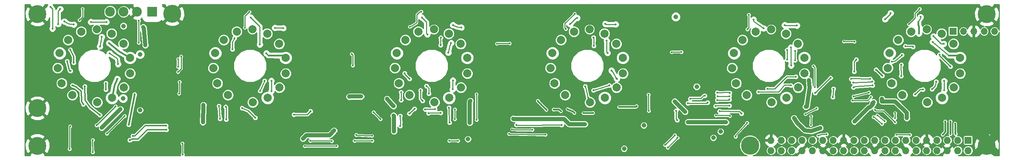
<source format=gbl>
G04 #@! TF.FileFunction,Copper,L2,Bot,Signal*
%FSLAX46Y46*%
G04 Gerber Fmt 4.6, Leading zero omitted, Abs format (unit mm)*
G04 Created by KiCad (PCBNEW 4.0.6+dfsg1-1) date Sun Apr  1 15:15:07 2018*
%MOMM*%
%LPD*%
G01*
G04 APERTURE LIST*
%ADD10C,0.100000*%
%ADD11C,4.400000*%
%ADD12C,1.143000*%
%ADD13R,1.700000X1.700000*%
%ADD14O,1.700000X1.700000*%
%ADD15C,2.000000*%
%ADD16C,4.500000*%
%ADD17R,1.727200X1.727200*%
%ADD18O,1.727200X1.727200*%
%ADD19C,2.400000*%
%ADD20R,2.400000X2.400000*%
%ADD21C,0.508000*%
%ADD22C,1.016000*%
%ADD23C,0.254000*%
%ADD24C,1.000000*%
%ADD25C,0.600000*%
%ADD26C,0.400000*%
%ADD27C,0.800000*%
%ADD28C,2.000000*%
%ADD29C,0.152400*%
%ADD30C,0.200000*%
%ADD31C,0.250000*%
%ADD32C,0.330000*%
G04 APERTURE END LIST*
D10*
D11*
X30480000Y-88265000D03*
X262890000Y-55880000D03*
X262890000Y-88265000D03*
X30480000Y-55880000D03*
D12*
X51562000Y-58801000D03*
X55626000Y-79502000D03*
X55626000Y-65786000D03*
X197739000Y-84772500D03*
X195961000Y-86296500D03*
X178943000Y-83248500D03*
X51460400Y-76606400D03*
X135890000Y-86614000D03*
X186753500Y-56515000D03*
X174117000Y-88963500D03*
X191897000Y-73723500D03*
D13*
X254635000Y-60071000D03*
D14*
X257175000Y-60071000D03*
X259715000Y-60071000D03*
X262255000Y-60071000D03*
X264795000Y-60071000D03*
D15*
X41197092Y-60168592D03*
X39033665Y-75767720D03*
X36439216Y-72879821D03*
X35457154Y-69118381D03*
X35937038Y-65470661D03*
X38016404Y-62229375D03*
X45010367Y-59611249D03*
X48649987Y-60663517D03*
X51566293Y-63174145D03*
X53156487Y-66613765D03*
X53183740Y-70465837D03*
X51633897Y-73918326D03*
X48742118Y-76459766D03*
X45119607Y-77561544D03*
X79297092Y-60168592D03*
X77133665Y-75767720D03*
X74539216Y-72879821D03*
X73557154Y-69118381D03*
X74037038Y-65470661D03*
X76116404Y-62229375D03*
X83110367Y-59611249D03*
X86749987Y-60663517D03*
X89666293Y-63174145D03*
X91256487Y-66613765D03*
X91283740Y-70465837D03*
X89733897Y-73918326D03*
X86842118Y-76459766D03*
X83219607Y-77561544D03*
X123747092Y-60168592D03*
X121583665Y-75767720D03*
X118989216Y-72879821D03*
X118007154Y-69118381D03*
X118487038Y-65470661D03*
X120566404Y-62229375D03*
X127560367Y-59611249D03*
X131199987Y-60663517D03*
X134116293Y-63174145D03*
X135706487Y-66613765D03*
X135733740Y-70465837D03*
X134183897Y-73918326D03*
X131292118Y-76459766D03*
X127669607Y-77561544D03*
X161847092Y-60168592D03*
X159683665Y-75767720D03*
X157089216Y-72879821D03*
X156107154Y-69118381D03*
X156587038Y-65470661D03*
X158666404Y-62229375D03*
X165660367Y-59611249D03*
X169299987Y-60663517D03*
X172216293Y-63174145D03*
X173806487Y-66613765D03*
X173833740Y-70465837D03*
X172283897Y-73918326D03*
X169392118Y-76459766D03*
X165769607Y-77561544D03*
X206297092Y-60168592D03*
X204133665Y-75767720D03*
X201539216Y-72879821D03*
X200557154Y-69118381D03*
X201037038Y-65470661D03*
X203116404Y-62229375D03*
X210110367Y-59611249D03*
X213749987Y-60663517D03*
X216666293Y-63174145D03*
X218256487Y-66613765D03*
X218283740Y-70465837D03*
X216733897Y-73918326D03*
X213842118Y-76459766D03*
X210219607Y-77561544D03*
X244397092Y-60168592D03*
X242233665Y-75767720D03*
X239639216Y-72879821D03*
X238657154Y-69118381D03*
X239137038Y-65470661D03*
X241216404Y-62229375D03*
X248210367Y-59611249D03*
X251849987Y-60663517D03*
X254766293Y-63174145D03*
X256356487Y-66613765D03*
X256383740Y-70465837D03*
X254833897Y-73918326D03*
X251942118Y-76459766D03*
X248319607Y-77561544D03*
D16*
X204946000Y-88194000D03*
D17*
X258346000Y-86894000D03*
D18*
X258346000Y-89434000D03*
X255806000Y-86894000D03*
X255806000Y-89434000D03*
X253266000Y-86894000D03*
X253266000Y-89434000D03*
X250726000Y-86894000D03*
X250726000Y-89434000D03*
X248186000Y-86894000D03*
X248186000Y-89434000D03*
X245646000Y-86894000D03*
X245646000Y-89434000D03*
X243106000Y-86894000D03*
X243106000Y-89434000D03*
X240566000Y-86894000D03*
X240566000Y-89434000D03*
X238026000Y-86894000D03*
X238026000Y-89434000D03*
X235486000Y-86894000D03*
X235486000Y-89434000D03*
X232946000Y-86894000D03*
X232946000Y-89434000D03*
X230406000Y-86894000D03*
X230406000Y-89434000D03*
X227866000Y-86894000D03*
X227866000Y-89434000D03*
X225326000Y-86894000D03*
X225326000Y-89434000D03*
X222786000Y-86894000D03*
X222786000Y-89434000D03*
X220246000Y-86894000D03*
X220246000Y-89434000D03*
X217706000Y-86894000D03*
X217706000Y-89434000D03*
X215166000Y-86894000D03*
X215166000Y-89434000D03*
X212626000Y-86894000D03*
X212626000Y-89434000D03*
X210086000Y-86894000D03*
X210086000Y-89434000D03*
D11*
X30480000Y-79019000D03*
D19*
X54889400Y-55295800D03*
X48280000Y-55280000D03*
X51580000Y-55280000D03*
D11*
X63480000Y-55805000D03*
D20*
X58580000Y-55280000D03*
D21*
X150246080Y-63439040D03*
X148173440Y-67279520D03*
X234919520Y-62501780D03*
X194259200Y-64637920D03*
X109552740Y-69430900D03*
X111480600Y-65323720D03*
X69215000Y-65278000D03*
X42545000Y-83185000D03*
X140779500Y-59372500D03*
X233743500Y-70104000D03*
X245364000Y-84582000D03*
X256984500Y-79819500D03*
X249491500Y-80137000D03*
X247650000Y-80200500D03*
X236283500Y-62674500D03*
X225107500Y-63627000D03*
X227139500Y-63690500D03*
X228155500Y-57848500D03*
X226187000Y-58356500D03*
X234061000Y-80391000D03*
X220916500Y-80581500D03*
X191198500Y-64960500D03*
X186055000Y-70040500D03*
X183388000Y-69977000D03*
X182181500Y-60007500D03*
X193929000Y-76962000D03*
X194246500Y-87185500D03*
X179641500Y-87312500D03*
X151320500Y-77025500D03*
X142811500Y-70739000D03*
X144780000Y-70612000D03*
X61595000Y-65024000D03*
X97028000Y-61277500D03*
X60325000Y-65468500D03*
X137668000Y-87312500D03*
X151384000Y-87312500D03*
X98742500Y-89217500D03*
X111950500Y-88900000D03*
X112268000Y-78676500D03*
X104267000Y-70612000D03*
X102108000Y-70739000D03*
X69469000Y-78232000D03*
X62839600Y-70789800D03*
X60985400Y-70535800D03*
X56451500Y-88201500D03*
X69405500Y-88265000D03*
D22*
X215696716Y-81465511D03*
X222133160Y-83875880D03*
X230505000Y-82296000D03*
X235204000Y-77533500D03*
X243332000Y-81470500D03*
X237236000Y-76708000D03*
X199072500Y-82486500D03*
X189738000Y-82423000D03*
X189039500Y-79883000D03*
X186499500Y-77343000D03*
X218567000Y-78676500D03*
X219392500Y-72136000D03*
X164528500Y-82931000D03*
X147002500Y-81597500D03*
X103124000Y-84518500D03*
X95504000Y-86487000D03*
X70993000Y-82486500D03*
X71120000Y-78232000D03*
X106807000Y-76200000D03*
X136461500Y-77216000D03*
X136334500Y-82613500D03*
X117792500Y-84709000D03*
X117665500Y-80835500D03*
X117665500Y-78486000D03*
X116078000Y-76708000D03*
X109728000Y-76136500D03*
X56896000Y-63500000D03*
X56388000Y-59055000D03*
X46228000Y-83820000D03*
X50800000Y-79248000D03*
D21*
X51816000Y-80899000D03*
X47498000Y-85217000D03*
X38354000Y-89027000D03*
X38481000Y-83439000D03*
X34163000Y-59436000D03*
X33655000Y-54102000D03*
X43561000Y-57785000D03*
X47371000Y-57785000D03*
X35560000Y-58293000D03*
X36068000Y-54610000D03*
X37086718Y-57652832D03*
X39370000Y-58420000D03*
X48006000Y-62992000D03*
X46228000Y-61468000D03*
X45770800Y-63804800D03*
X48158400Y-65532000D03*
X50241200Y-68173600D03*
X50038000Y-71780400D03*
X64897000Y-66929000D03*
X64897000Y-68834000D03*
X65659000Y-66294000D03*
X64897000Y-70104000D03*
X65278000Y-72517000D03*
X65151000Y-75438000D03*
X88628220Y-59220100D03*
X90662760Y-59298840D03*
X86542326Y-65507665D03*
X84937600Y-63347600D03*
X82732880Y-56697880D03*
X87757000Y-72263000D03*
X87757000Y-74803000D03*
X107708700Y-68453000D03*
X107429300Y-65659000D03*
X134254240Y-59131200D03*
X132222240Y-58544460D03*
X124587000Y-56708040D03*
X125943360Y-60853320D03*
X132143500Y-74358500D03*
X132207000Y-72199500D03*
X131064000Y-65341500D03*
X131780280Y-62971680D03*
X146098260Y-63032640D03*
X142968980Y-63116460D03*
X137967720Y-75577700D03*
X137995660Y-81892140D03*
X172069760Y-58399680D03*
X169509440Y-58257440D03*
X162641280Y-56794400D03*
X160893760Y-58318400D03*
X172349160Y-71765160D03*
X169862500Y-62420500D03*
X170053000Y-65405000D03*
X171033440Y-69740780D03*
X188137800Y-65151000D03*
X185737500Y-65227200D03*
X180106320Y-75651360D03*
X180182520Y-79689960D03*
X216448640Y-58663840D03*
X213441280Y-58562240D03*
X205803500Y-57213500D03*
X208254600Y-59357260D03*
X214947500Y-64071500D03*
X215011000Y-68516500D03*
X196611240Y-80787240D03*
X200025000Y-80954880D03*
X220827600Y-73827640D03*
X220446600Y-68676520D03*
X227934520Y-62585600D03*
X230505000Y-62613540D03*
X239369600Y-55615840D03*
X238008160Y-57119520D03*
X246298720Y-60634880D03*
X249643900Y-62725300D03*
X246697500Y-56578500D03*
X252366780Y-63146940D03*
X249882660Y-61323220D03*
X252476000Y-72326500D03*
X252476000Y-74549000D03*
X37744400Y-67462400D03*
X38608000Y-69850000D03*
X39065200Y-73355200D03*
X41706800Y-78028800D03*
X53086000Y-86868000D03*
X62039500Y-84328000D03*
X42113200Y-73609200D03*
X45770800Y-80670400D03*
X53848000Y-85852000D03*
X61976000Y-83312000D03*
X39370000Y-67818000D03*
X38557200Y-64617600D03*
X47244000Y-72898000D03*
X47244000Y-74422000D03*
X54280877Y-75630980D03*
X52832000Y-83058000D03*
X86106000Y-72263000D03*
X84983320Y-74777600D03*
X97345500Y-79756000D03*
X93281500Y-80581500D03*
X83820000Y-81343500D03*
X80581500Y-78994000D03*
X76581000Y-78676500D03*
X76708000Y-81788000D03*
X78740000Y-61772800D03*
X78232000Y-64516000D03*
X74930000Y-78486000D03*
X75184000Y-81597500D03*
X129245360Y-61653420D03*
X129222500Y-63500000D03*
X125730000Y-73533000D03*
X126301500Y-75438000D03*
X127825500Y-79248000D03*
X125425200Y-79293720D03*
X122809000Y-79121000D03*
X121539000Y-80327500D03*
X119316500Y-80899000D03*
X119316500Y-83375500D03*
X131381500Y-82550000D03*
X131254500Y-78867000D03*
X112776000Y-80010000D03*
X114490500Y-81724500D03*
X132651500Y-79311500D03*
X132651500Y-81724500D03*
X129222500Y-80137000D03*
X126217680Y-80253840D03*
X119507000Y-77025500D03*
X119507000Y-75057000D03*
X120396000Y-70421500D03*
X121602500Y-71818500D03*
X124269500Y-74612500D03*
X124777500Y-77216000D03*
X164592000Y-73660000D03*
X166687500Y-63690500D03*
X166649400Y-61600080D03*
X158813500Y-83121500D03*
X147764500Y-83121500D03*
X170497500Y-73406000D03*
X166624000Y-74612500D03*
X152971500Y-77216000D03*
X155067000Y-79375000D03*
X156908500Y-79311500D03*
X158623000Y-79756000D03*
X160230207Y-79202017D03*
X161925000Y-80137000D03*
X164147500Y-80200500D03*
X166497000Y-80137000D03*
X172847000Y-78676500D03*
X177165000Y-78486000D03*
X196913500Y-75184000D03*
X199961500Y-75247500D03*
X213995000Y-64706500D03*
X213995000Y-67056000D03*
X189738000Y-77787500D03*
X194564000Y-77597000D03*
X196913500Y-77025500D03*
X199898000Y-76898500D03*
X209232500Y-74231500D03*
X216154000Y-71247000D03*
X215963500Y-67183000D03*
X215963500Y-64897000D03*
X207010000Y-74993500D03*
X214947500Y-73406000D03*
X199898000Y-76073000D03*
X197040500Y-76073000D03*
X193865500Y-75946000D03*
X190309500Y-76708000D03*
X186817000Y-79629000D03*
X187134500Y-81978500D03*
X197485000Y-79756000D03*
X202882500Y-80327500D03*
X220916500Y-75247500D03*
X224663000Y-71564500D03*
X235808520Y-69540120D03*
X237317280Y-71018400D03*
X250507500Y-72453500D03*
X249491500Y-74358500D03*
X199898000Y-78359000D03*
X196532500Y-78486000D03*
X234950000Y-73406000D03*
X230251000Y-73914000D03*
X241935000Y-71109840D03*
X241998500Y-68326000D03*
X234315000Y-71755000D03*
X229679500Y-71818500D03*
X247269000Y-74422000D03*
X245364000Y-75628500D03*
X225234500Y-76263500D03*
X225367678Y-74228770D03*
X230176042Y-72675474D03*
X234823000Y-72453500D03*
X254000000Y-68770500D03*
X251333000Y-65849500D03*
X244856000Y-63881000D03*
X242951000Y-63754000D03*
X230441500Y-70040500D03*
X230949500Y-67056000D03*
X239694720Y-67543680D03*
X242180560Y-65909000D03*
X240474500Y-82486500D03*
X235521500Y-79438500D03*
X184150000Y-88074500D03*
X186499500Y-85661500D03*
X97282000Y-86995000D03*
X102552500Y-87122000D03*
X233997500Y-75184000D03*
X230251000Y-76073000D03*
X219900500Y-80962500D03*
X219837000Y-83121500D03*
X151638000Y-84328000D03*
X146679299Y-84188015D03*
X112395000Y-85788500D03*
X108521500Y-85598000D03*
X244094000Y-85598000D03*
X240792000Y-85534500D03*
X240474500Y-80200500D03*
X240474500Y-81407000D03*
X44005500Y-89789000D03*
X44005500Y-86868000D03*
X44958000Y-83185000D03*
X49593500Y-78549500D03*
X221678500Y-85725000D03*
X223710500Y-85407500D03*
X65976500Y-87693500D03*
X66040000Y-90424000D03*
X237934500Y-82169000D03*
X236093000Y-80772000D03*
X235204000Y-81153000D03*
X237236000Y-82867500D03*
X187198000Y-86296500D03*
X184785000Y-88709500D03*
X103695500Y-88328500D03*
X95948500Y-88328500D03*
X234505500Y-76263500D03*
X230060500Y-77152500D03*
X221234000Y-79057500D03*
X218502079Y-80458751D03*
X204216000Y-82613500D03*
X201422000Y-85979000D03*
X154876500Y-85534500D03*
X145923000Y-85344000D03*
X108140500Y-86995000D03*
X133413500Y-86995000D03*
X131318000Y-86995000D03*
X112458500Y-86995000D03*
X252095000Y-85471000D03*
X252730000Y-82296000D03*
X254000000Y-85344000D03*
X254000000Y-82296000D03*
X255143000Y-82804000D03*
X255270000Y-85344000D03*
X55265320Y-57500520D03*
X55265320Y-62865000D03*
X41529000Y-54610000D03*
X40767000Y-57277000D03*
X82356960Y-55311040D03*
X81259680Y-59212480D03*
X124465080Y-55245000D03*
X121676160Y-58963560D03*
X159877760Y-59537600D03*
X162011360Y-55737760D03*
X204663040Y-56001920D03*
X204276960Y-59598560D03*
X246440960Y-54599840D03*
X243799360Y-58359040D03*
D23*
X150103840Y-63581280D02*
X150103840Y-64129920D01*
X150246080Y-63439040D02*
X150103840Y-63581280D01*
X148193760Y-67299840D02*
X148193760Y-67848480D01*
X148173440Y-67279520D02*
X148193760Y-67299840D01*
X234891580Y-62529720D02*
X234891580Y-62948820D01*
X234919520Y-62501780D02*
X234891580Y-62529720D01*
X194259200Y-64637920D02*
X194462400Y-64841120D01*
X194462400Y-64841120D02*
X195173600Y-64841120D01*
X109608620Y-69486780D02*
X110670340Y-69486780D01*
X109552740Y-69430900D02*
X109608620Y-69486780D01*
X111648240Y-65491360D02*
X112290860Y-65491360D01*
X111480600Y-65323720D02*
X111648240Y-65491360D01*
X69469000Y-65024000D02*
X69723000Y-65024000D01*
X69215000Y-65278000D02*
X69469000Y-65024000D01*
X42672000Y-83312000D02*
X43053000Y-83312000D01*
X42545000Y-83185000D02*
X42672000Y-83312000D01*
D24*
X243106000Y-89434000D02*
X243104000Y-89434000D01*
X243104000Y-89434000D02*
X241808000Y-88138000D01*
D23*
X235486000Y-89434000D02*
X235486000Y-89380000D01*
D24*
X235486000Y-89380000D02*
X236855000Y-88011000D01*
D23*
X235486000Y-89434000D02*
X235484000Y-89434000D01*
D24*
X235484000Y-89434000D02*
X234061000Y-88011000D01*
D25*
X248186000Y-86894000D02*
X248186000Y-86903500D01*
X248186000Y-86903500D02*
X246888000Y-88201500D01*
X248186000Y-86894000D02*
X248186000Y-87023000D01*
X248186000Y-87023000D02*
X249364500Y-88201500D01*
D26*
X227866000Y-86894000D02*
X227866000Y-86903500D01*
D27*
X227866000Y-86903500D02*
X226504500Y-88265000D01*
D26*
X227866000Y-86894000D02*
X227866000Y-86896000D01*
D27*
X227866000Y-86896000D02*
X229298500Y-88328500D01*
D23*
X222786000Y-89434000D02*
X223228500Y-89434000D01*
D27*
X223228500Y-89434000D02*
X224218500Y-90424000D01*
D23*
X224218500Y-90424000D02*
X224218500Y-90487500D01*
X222786000Y-89434000D02*
X222786000Y-89380000D01*
D27*
X222786000Y-89380000D02*
X224155000Y-88011000D01*
D23*
X224155000Y-88011000D02*
X224155000Y-87947500D01*
X222786000Y-89434000D02*
X222786000Y-89372500D01*
D27*
X222786000Y-89372500D02*
X221424500Y-88011000D01*
D23*
X221424500Y-88011000D02*
X221297500Y-88011000D01*
X253266000Y-89434000D02*
X253266000Y-89189500D01*
X253266000Y-89189500D02*
X254698500Y-87757000D01*
D25*
X253266000Y-89434000D02*
X252831000Y-89434000D01*
X253266000Y-89434000D02*
X253266000Y-89316500D01*
X253266000Y-89316500D02*
X254508000Y-88074500D01*
X253266000Y-89434000D02*
X253200500Y-89434000D01*
X253200500Y-89434000D02*
X251968000Y-88201500D01*
X252831000Y-89434000D02*
X251777500Y-90487500D01*
D23*
X217706000Y-89434000D02*
X217461500Y-89434000D01*
D25*
X217461500Y-89434000D02*
X216376250Y-90519250D01*
D23*
X217706000Y-89434000D02*
X217706000Y-89253000D01*
D27*
X217706000Y-89253000D02*
X219075000Y-87884000D01*
D28*
X262890000Y-88265000D02*
X262382000Y-88265000D01*
X262382000Y-88265000D02*
X260921500Y-89725500D01*
X262890000Y-88265000D02*
X263334500Y-88265000D01*
X263334500Y-88265000D02*
X264731500Y-89662000D01*
X262890000Y-88265000D02*
X262890000Y-87947500D01*
X262890000Y-87947500D02*
X264985500Y-85852000D01*
D23*
X262890000Y-88265000D02*
X262890000Y-86360000D01*
D28*
X262890000Y-86360000D02*
X261429500Y-84899500D01*
D23*
X140970000Y-59563000D02*
X140970000Y-60198000D01*
X140779500Y-59372500D02*
X140970000Y-59563000D01*
X233807000Y-70040500D02*
X233997500Y-70040500D01*
X233743500Y-70104000D02*
X233807000Y-70040500D01*
X245491000Y-84709000D02*
X245618000Y-84709000D01*
X245364000Y-84582000D02*
X245491000Y-84709000D01*
X256984500Y-79819500D02*
X256984500Y-79057500D01*
X249491500Y-80137000D02*
X249491500Y-79946500D01*
X247777000Y-80073500D02*
X247269000Y-79692500D01*
X247650000Y-80200500D02*
X247777000Y-80073500D01*
X236220000Y-62611000D02*
X236220000Y-62357000D01*
X236283500Y-62674500D02*
X236220000Y-62611000D01*
X225107500Y-63627000D02*
X225107500Y-62928500D01*
X227012500Y-63563500D02*
X227012500Y-63119000D01*
X227139500Y-63690500D02*
X227012500Y-63563500D01*
X228028500Y-57975500D02*
X227838000Y-57975500D01*
X228155500Y-57848500D02*
X228028500Y-57975500D01*
X226123500Y-58420000D02*
X226123500Y-58610500D01*
X226187000Y-58356500D02*
X226123500Y-58420000D01*
X234188000Y-80518000D02*
X235140500Y-80518000D01*
X234061000Y-80391000D02*
X234188000Y-80518000D01*
X222377000Y-80962500D02*
X221551500Y-80962500D01*
X220916500Y-80581500D02*
X222377000Y-80962500D01*
X190754000Y-65405000D02*
X190627000Y-65405000D01*
X191198500Y-64960500D02*
X190754000Y-65405000D01*
X186055000Y-70040500D02*
X186055000Y-69151500D01*
X182943500Y-69532500D02*
X182880000Y-69532500D01*
X183388000Y-69977000D02*
X182943500Y-69532500D01*
X182118000Y-60071000D02*
X182118000Y-60642500D01*
X182181500Y-60007500D02*
X182118000Y-60071000D01*
X194056000Y-76835000D02*
X194056000Y-76644500D01*
X193929000Y-76962000D02*
X194056000Y-76835000D01*
X194818000Y-86995000D02*
X194881500Y-87058500D01*
X194437000Y-86995000D02*
X194818000Y-86995000D01*
X194246500Y-87185500D02*
X194437000Y-86995000D01*
X179641500Y-87312500D02*
X178816000Y-87312500D01*
X151320500Y-77025500D02*
X152209500Y-77025500D01*
X142875000Y-70675500D02*
X142875000Y-70231000D01*
X142811500Y-70739000D02*
X142875000Y-70675500D01*
X144653000Y-70485000D02*
X144589500Y-70485000D01*
X144780000Y-70612000D02*
X144653000Y-70485000D01*
X61785500Y-65214500D02*
X61785500Y-65786000D01*
X61595000Y-65024000D02*
X61785500Y-65214500D01*
X97472500Y-61722000D02*
X97472500Y-62166500D01*
X97028000Y-61277500D02*
X97472500Y-61722000D01*
X60325000Y-65468500D02*
X60325000Y-65087500D01*
X137604500Y-87249000D02*
X136842500Y-87249000D01*
X137668000Y-87312500D02*
X137604500Y-87249000D01*
X151701500Y-87630000D02*
X151765000Y-87630000D01*
X151384000Y-87312500D02*
X151701500Y-87630000D01*
X98742500Y-89217500D02*
X98234500Y-89217500D01*
X112014000Y-88836500D02*
X112903000Y-88836500D01*
X111950500Y-88900000D02*
X112014000Y-88836500D01*
X112712500Y-78232000D02*
X112776000Y-78232000D01*
X112268000Y-78676500D02*
X112712500Y-78232000D01*
D29*
X104648000Y-72390000D02*
X104648000Y-70993000D01*
X104648000Y-70993000D02*
X104267000Y-70612000D01*
X101727000Y-70358000D02*
X101092000Y-70358000D01*
X102108000Y-70739000D02*
X101727000Y-70358000D01*
D30*
X69342000Y-78105000D02*
X69469000Y-78232000D01*
X63550800Y-71958200D02*
X63550800Y-71501000D01*
X63550800Y-71501000D02*
X62839600Y-70789800D01*
X61036200Y-70485000D02*
X61036200Y-70002400D01*
X60985400Y-70535800D02*
X61036200Y-70485000D01*
D29*
X56388000Y-88138000D02*
X55435500Y-88138000D01*
X56451500Y-88201500D02*
X56388000Y-88138000D01*
X69469000Y-88328500D02*
X70040500Y-88328500D01*
X69405500Y-88265000D02*
X69469000Y-88328500D01*
D24*
X216535000Y-82740500D02*
X215696716Y-81465511D01*
X218376500Y-84455000D02*
X216535000Y-82740500D01*
X219964000Y-84645500D02*
X218376500Y-84455000D01*
X222133160Y-83875880D02*
X219964000Y-84645500D01*
X233997500Y-78803500D02*
X230505000Y-82296000D01*
X234251500Y-78803500D02*
X233997500Y-78803500D01*
X235013500Y-78041500D02*
X234251500Y-78803500D01*
X234886500Y-77851000D02*
X235013500Y-78041500D01*
X235204000Y-77533500D02*
X234886500Y-77851000D01*
X243332000Y-80200500D02*
X243332000Y-81470500D01*
X240474500Y-77343000D02*
X243332000Y-80200500D01*
X237236000Y-77343000D02*
X240474500Y-77343000D01*
X237236000Y-76708000D02*
X237236000Y-77343000D01*
X199072500Y-82486500D02*
X199009000Y-82423000D01*
X199009000Y-82423000D02*
X189738000Y-82423000D01*
X189039500Y-79883000D02*
X186499500Y-77343000D01*
X218694000Y-78676500D02*
X218567000Y-78676500D01*
X218821000Y-78613000D02*
X218694000Y-78676500D01*
X219392500Y-72136000D02*
X219519500Y-73977500D01*
X219519500Y-73977500D02*
X218821000Y-78613000D01*
X160655000Y-82931000D02*
X164528500Y-82931000D01*
X159385000Y-81661000D02*
X160655000Y-82931000D01*
X147066000Y-81661000D02*
X159385000Y-81661000D01*
X147002500Y-81597500D02*
X147066000Y-81661000D01*
X101981000Y-85661500D02*
X103124000Y-84518500D01*
X96329500Y-85661500D02*
X101981000Y-85661500D01*
X95504000Y-86487000D02*
X96329500Y-85661500D01*
X71120000Y-78232000D02*
X70993000Y-82486500D01*
X136461500Y-77216000D02*
X136334500Y-77343000D01*
X136334500Y-77343000D02*
X136334500Y-82613500D01*
X117792500Y-80962500D02*
X117792500Y-84709000D01*
X117665500Y-80835500D02*
X117792500Y-80962500D01*
X117602000Y-78486000D02*
X117665500Y-78486000D01*
X116078000Y-76708000D02*
X117602000Y-78486000D01*
X106870500Y-76136500D02*
X109728000Y-76136500D01*
X106870500Y-76136500D02*
X106807000Y-76200000D01*
X56535320Y-59415680D02*
X56896000Y-63500000D01*
X56388000Y-59055000D02*
X56535320Y-59415680D01*
X50800000Y-79248000D02*
X46228000Y-83820000D01*
D23*
X47498000Y-85217000D02*
X51816000Y-80899000D01*
X38354000Y-83566000D02*
X38354000Y-89027000D01*
X38481000Y-83439000D02*
X38354000Y-83566000D01*
X34163000Y-54610000D02*
X34163000Y-59436000D01*
X33655000Y-54102000D02*
X34163000Y-54610000D01*
X47371000Y-57785000D02*
X43561000Y-57785000D01*
X35560000Y-55118000D02*
X35560000Y-58293000D01*
X36068000Y-54610000D02*
X35560000Y-55118000D01*
D31*
X53067286Y-65996519D02*
X53156487Y-66613765D01*
X38100000Y-58250000D02*
X37086718Y-57652832D01*
X39370000Y-58420000D02*
X38100000Y-58250000D01*
D26*
X53156487Y-66613765D02*
X50495200Y-65024000D01*
X50495200Y-65024000D02*
X48006000Y-62992000D01*
D31*
X46228000Y-61468000D02*
X45770800Y-63804800D01*
X48158400Y-65532000D02*
X50038000Y-66802000D01*
X50038000Y-66802000D02*
X50241200Y-68173600D01*
D26*
X50038000Y-71780400D02*
X49350493Y-73331507D01*
X49350493Y-73331507D02*
X48742118Y-76459766D01*
D23*
X64897000Y-68834000D02*
X64897000Y-66929000D01*
X65659000Y-69342000D02*
X65659000Y-66294000D01*
X64897000Y-70104000D02*
X65659000Y-69342000D01*
X65278000Y-75311000D02*
X65278000Y-72517000D01*
X65151000Y-75438000D02*
X65278000Y-75311000D01*
X90584020Y-59220100D02*
X88628220Y-59220100D01*
X90662760Y-59298840D02*
X90584020Y-59220100D01*
D26*
X87020400Y-65989200D02*
X91167286Y-65996519D01*
D31*
X86542326Y-65507665D02*
X87020400Y-65989200D01*
X84937600Y-58902600D02*
X84937600Y-63347600D01*
X82732880Y-56697880D02*
X84937600Y-58902600D01*
X87757000Y-74803000D02*
X87757000Y-72263000D01*
D23*
X107708700Y-65938400D02*
X107708700Y-68453000D01*
X107429300Y-65659000D02*
X107708700Y-65938400D01*
X133211454Y-59031250D02*
X134254240Y-59131200D01*
X132222240Y-58544460D02*
X133211454Y-59031250D01*
X125730000Y-57851040D02*
X124587000Y-56708040D01*
X125730000Y-60639960D02*
X125730000Y-57851040D01*
X125943360Y-60853320D02*
X125730000Y-60639960D01*
X132143500Y-72263000D02*
X132143500Y-74358500D01*
X132207000Y-72199500D02*
X132143500Y-72263000D01*
X131445000Y-63505080D02*
X131064000Y-65341500D01*
X131780280Y-62971680D02*
X131445000Y-63505080D01*
X143052800Y-63032640D02*
X146098260Y-63032640D01*
X142968980Y-63116460D02*
X143052800Y-63032640D01*
X137967720Y-81864200D02*
X137967720Y-75577700D01*
X137995660Y-81892140D02*
X137967720Y-81864200D01*
X169651680Y-58399680D02*
X172069760Y-58399680D01*
X169509440Y-58257440D02*
X169651680Y-58399680D01*
X162417760Y-56794400D02*
X162641280Y-56794400D01*
X160893760Y-58318400D02*
X162417760Y-56794400D01*
D26*
X172243095Y-71659095D02*
X172243095Y-71657527D01*
X172349160Y-71765160D02*
X172243095Y-71659095D01*
D23*
X169862500Y-65214500D02*
X169862500Y-62420500D01*
X170053000Y-65405000D02*
X169862500Y-65214500D01*
X171323000Y-70104000D02*
X171033440Y-69740780D01*
X172333920Y-71810880D02*
X172243095Y-71657527D01*
X172243095Y-71657527D02*
X171323000Y-70104000D01*
X185813700Y-65151000D02*
X188137800Y-65151000D01*
X185737500Y-65227200D02*
X185813700Y-65151000D01*
X180106320Y-79613760D02*
X180106320Y-75651360D01*
X180182520Y-79689960D02*
X180106320Y-79613760D01*
X213542880Y-58663840D02*
X216448640Y-58663840D01*
X213441280Y-58562240D02*
X213542880Y-58663840D01*
X205803500Y-57658000D02*
X205803500Y-57213500D01*
X208254600Y-59357260D02*
X205803500Y-57658000D01*
X214947500Y-68453000D02*
X214947500Y-64071500D01*
X215011000Y-68516500D02*
X214947500Y-68453000D01*
X199857360Y-80787240D02*
X196611240Y-80787240D01*
X200025000Y-80954880D02*
X199857360Y-80787240D01*
X220827600Y-69057520D02*
X220827600Y-73827640D01*
X220446600Y-68676520D02*
X220827600Y-69057520D01*
X230477060Y-62585600D02*
X227934520Y-62585600D01*
X230505000Y-62613540D02*
X230477060Y-62585600D01*
X239369600Y-55758080D02*
X239369600Y-55615840D01*
X238008160Y-57119520D02*
X239369600Y-55758080D01*
D26*
X246156480Y-57708800D02*
X246156480Y-58399680D01*
X246298720Y-59009280D02*
X246298720Y-60634880D01*
X246156480Y-58399680D02*
X246298720Y-59009280D01*
X256198121Y-66011221D02*
X253590221Y-66011221D01*
D23*
X253590221Y-66011221D02*
X249643900Y-62725300D01*
X246697500Y-56832500D02*
X246697500Y-56578500D01*
X246141240Y-57724040D02*
X246156480Y-57708800D01*
X246156480Y-57708800D02*
X246697500Y-56832500D01*
X246697500Y-56578500D02*
X246761000Y-56515000D01*
X251706380Y-63146940D02*
X252366780Y-63146940D01*
X249882660Y-61323220D02*
X251706380Y-63146940D01*
X252476000Y-74549000D02*
X252476000Y-72326500D01*
D32*
X37744400Y-67462400D02*
X38354000Y-69850000D01*
D29*
X38354000Y-69850000D02*
X38608000Y-69850000D01*
D32*
X39878000Y-73710800D02*
X39065200Y-73355200D01*
X41249600Y-74828400D02*
X39878000Y-73710800D01*
X41275000Y-77343000D02*
X41249600Y-74828400D01*
X41706800Y-78028800D02*
X41275000Y-77343000D01*
D29*
X53340000Y-86868000D02*
X53086000Y-86868000D01*
D32*
X53594000Y-86614000D02*
X53340000Y-86868000D01*
X55118000Y-86614000D02*
X53594000Y-86614000D01*
X57404000Y-84328000D02*
X55118000Y-86614000D01*
X62039500Y-84328000D02*
X57404000Y-84328000D01*
X42164000Y-77063600D02*
X42113200Y-73609200D01*
X45770800Y-80670400D02*
X43332400Y-78740000D01*
X43332400Y-78740000D02*
X42164000Y-77063600D01*
X54356000Y-85852000D02*
X53848000Y-85852000D01*
X56896000Y-83312000D02*
X54356000Y-85852000D01*
X61976000Y-83312000D02*
X56896000Y-83312000D01*
X39370000Y-66294000D02*
X39370000Y-67818000D01*
X38557200Y-64617600D02*
X39370000Y-66294000D01*
X47244000Y-74422000D02*
X47244000Y-72898000D01*
D26*
X52832000Y-83058000D02*
X54280877Y-75630980D01*
D31*
X84983320Y-74777600D02*
X86106000Y-72263000D01*
D23*
X97345500Y-79756000D02*
X96520000Y-80581500D01*
X96520000Y-80581500D02*
X93281500Y-80581500D01*
X83820000Y-81343500D02*
X82042000Y-79565500D01*
X82042000Y-79565500D02*
X80581500Y-78994000D01*
D31*
X76581000Y-78676500D02*
X76708000Y-78803500D01*
X76708000Y-78803500D02*
X76708000Y-81788000D01*
X78740000Y-61772800D02*
X78232000Y-62738000D01*
X78232000Y-62738000D02*
X78232000Y-64516000D01*
X75184000Y-81407000D02*
X74930000Y-78486000D01*
X75184000Y-81597500D02*
X75184000Y-81407000D01*
D23*
X129245360Y-61653420D02*
X129181860Y-61716920D01*
X129181860Y-61716920D02*
X129222500Y-63500000D01*
X125730000Y-73533000D02*
X126301500Y-74104500D01*
X126301500Y-74104500D02*
X126301500Y-75438000D01*
X125488700Y-79230220D02*
X127825500Y-79248000D01*
X125425200Y-79293720D02*
X125488700Y-79230220D01*
X122745500Y-79121000D02*
X122809000Y-79121000D01*
X121539000Y-80327500D02*
X122745500Y-79121000D01*
X119380000Y-82804000D02*
X119316500Y-80899000D01*
X119316500Y-83375500D02*
X119380000Y-82804000D01*
X131381500Y-82550000D02*
X131318000Y-82486500D01*
X131318000Y-82486500D02*
X131254500Y-78867000D01*
X112776000Y-80010000D02*
X114490500Y-81724500D01*
X132651500Y-81724500D02*
X132651500Y-79311500D01*
X126344680Y-80126840D02*
X129222500Y-80137000D01*
X126217680Y-80253840D02*
X126344680Y-80126840D01*
X119507000Y-75057000D02*
X119507000Y-77025500D01*
X120396000Y-70612000D02*
X120396000Y-70421500D01*
X121602500Y-71818500D02*
X120396000Y-70612000D01*
X124269500Y-76708000D02*
X124269500Y-74612500D01*
X124777500Y-77216000D02*
X124269500Y-76708000D01*
D26*
X165227000Y-76325459D02*
X166394497Y-77492956D01*
D23*
X164655500Y-73723500D02*
X165227000Y-76325459D01*
X164592000Y-73660000D02*
X164655500Y-73723500D01*
X166712900Y-61663580D02*
X166687500Y-63690500D01*
X166649400Y-61600080D02*
X166712900Y-61663580D01*
X154114500Y-83121500D02*
X158813500Y-83121500D01*
X154051000Y-83185000D02*
X154114500Y-83121500D01*
X147828000Y-83185000D02*
X154051000Y-83185000D01*
X147764500Y-83121500D02*
X147828000Y-83185000D01*
X166687500Y-74549000D02*
X170497500Y-73406000D01*
X166624000Y-74612500D02*
X166687500Y-74549000D01*
D26*
X152971500Y-77279500D02*
X152971500Y-77216000D01*
X155067000Y-79375000D02*
X152971500Y-77279500D01*
X158178500Y-79311500D02*
X156908500Y-79311500D01*
X158623000Y-79756000D02*
X158178500Y-79311500D01*
X161607500Y-79819500D02*
X160230207Y-79202017D01*
X161925000Y-80137000D02*
X161607500Y-79819500D01*
X166433500Y-80200500D02*
X164147500Y-80200500D01*
X166497000Y-80137000D02*
X166433500Y-80200500D01*
X176974500Y-78676500D02*
X172847000Y-78676500D01*
X177165000Y-78486000D02*
X176974500Y-78676500D01*
D23*
X199834500Y-75120500D02*
X196913500Y-75184000D01*
X199961500Y-75247500D02*
X199834500Y-75120500D01*
X213995000Y-67056000D02*
X213995000Y-64706500D01*
X194373500Y-77787500D02*
X189738000Y-77787500D01*
X194564000Y-77597000D02*
X194373500Y-77787500D01*
X199771000Y-77025500D02*
X196913500Y-77025500D01*
X199898000Y-76898500D02*
X199771000Y-77025500D01*
X210947000Y-74231500D02*
X209232500Y-74231500D01*
X213931500Y-71310500D02*
X210947000Y-74231500D01*
X216090500Y-71310500D02*
X213931500Y-71310500D01*
X216154000Y-71247000D02*
X216090500Y-71310500D01*
X215963500Y-64897000D02*
X215963500Y-67183000D01*
X212026500Y-74993500D02*
X207010000Y-74993500D01*
X213360000Y-73342500D02*
X212026500Y-74993500D01*
X214884000Y-73342500D02*
X213360000Y-73342500D01*
X214947500Y-73406000D02*
X214884000Y-73342500D01*
X197040500Y-76073000D02*
X199898000Y-76073000D01*
X193548000Y-75946000D02*
X193865500Y-75946000D01*
X192913000Y-76581000D02*
X193548000Y-75946000D01*
X190436500Y-76581000D02*
X192913000Y-76581000D01*
X190309500Y-76708000D02*
X190436500Y-76581000D01*
X186817000Y-81661000D02*
X186817000Y-79629000D01*
X187134500Y-81978500D02*
X186817000Y-81661000D01*
X197485000Y-79756000D02*
X199961500Y-79756000D01*
X200025000Y-79819500D02*
X199961500Y-79756000D01*
X202374500Y-79819500D02*
X200533000Y-79819500D01*
X202882500Y-80327500D02*
X202374500Y-79819500D01*
X220916500Y-75247500D02*
X224599500Y-71564500D01*
X224599500Y-71564500D02*
X224663000Y-71564500D01*
X200025000Y-79819500D02*
X200533000Y-79819500D01*
D26*
X235839000Y-69540120D02*
X235808520Y-69540120D01*
X237317280Y-71018400D02*
X235839000Y-69540120D01*
D23*
X250253500Y-73596500D02*
X250507500Y-72453500D01*
X249491500Y-74358500D02*
X250253500Y-73596500D01*
X196659500Y-78359000D02*
X199898000Y-78359000D01*
X196532500Y-78486000D02*
X196659500Y-78359000D01*
X230822500Y-73660000D02*
X234950000Y-73406000D01*
X230251000Y-73914000D02*
X230822500Y-73660000D01*
X241871500Y-68453000D02*
X241935000Y-71109840D01*
X241998500Y-68326000D02*
X241871500Y-68453000D01*
X229806500Y-71691500D02*
X234315000Y-71755000D01*
X229679500Y-71818500D02*
X229806500Y-71691500D01*
X246570500Y-74422000D02*
X247269000Y-74422000D01*
X245364000Y-75628500D02*
X246570500Y-74422000D01*
X225367678Y-74228770D02*
X225234500Y-76263500D01*
X234759500Y-72517000D02*
X230176042Y-72675474D01*
X234823000Y-72453500D02*
X234759500Y-72517000D01*
X254000000Y-68770500D02*
X251333000Y-66103500D01*
X251333000Y-66103500D02*
X251333000Y-65849500D01*
X244856000Y-63881000D02*
X244729000Y-63754000D01*
X244729000Y-63754000D02*
X242951000Y-63754000D01*
X230441500Y-67564000D02*
X230441500Y-70040500D01*
X230949500Y-67056000D02*
X230441500Y-67564000D01*
X240426240Y-67376040D02*
X239694720Y-67543680D01*
X242180560Y-65909000D02*
X240426240Y-67376040D01*
X237617000Y-79629000D02*
X240474500Y-82486500D01*
X235712000Y-79629000D02*
X237617000Y-79629000D01*
X235521500Y-79438500D02*
X235712000Y-79629000D01*
X184150000Y-88011000D02*
X184150000Y-88074500D01*
X186499500Y-85661500D02*
X184150000Y-88011000D01*
X102425500Y-86995000D02*
X97282000Y-86995000D01*
D29*
X102552500Y-87122000D02*
X102425500Y-86995000D01*
D23*
X230251000Y-76073000D02*
X233997500Y-75184000D01*
X219837087Y-82175225D02*
X219900500Y-80962500D01*
X219837000Y-83121500D02*
X219837087Y-82175225D01*
X147891500Y-84328000D02*
X151638000Y-84328000D01*
X146679299Y-84188015D02*
X147891500Y-84328000D01*
X108585000Y-85661500D02*
X112395000Y-85788500D01*
X108521500Y-85598000D02*
X108585000Y-85661500D01*
X244094000Y-85598000D02*
X244030500Y-85534500D01*
X244030500Y-85534500D02*
X240792000Y-85534500D01*
X240474500Y-81407000D02*
X240474500Y-80200500D01*
X43942000Y-86931500D02*
X44005500Y-89789000D01*
D29*
X44005500Y-86868000D02*
X43942000Y-86931500D01*
D23*
X49593500Y-78549500D02*
X44958000Y-83185000D01*
X221678500Y-85725000D02*
X222504000Y-85407500D01*
X222504000Y-85407500D02*
X223710500Y-85407500D01*
X65976500Y-87693500D02*
X66040000Y-87757000D01*
X66040000Y-87757000D02*
X66040000Y-90424000D01*
X237934500Y-82169000D02*
X236156500Y-80772000D01*
X236156500Y-80772000D02*
X236093000Y-80772000D01*
X235267500Y-81153000D02*
X235204000Y-81153000D01*
X237236000Y-82867500D02*
X235267500Y-81153000D01*
X184785000Y-88709500D02*
X187198000Y-86296500D01*
X95948500Y-88328500D02*
X103695500Y-88328500D01*
X234505500Y-76263500D02*
X233743500Y-77152500D01*
X233743500Y-77152500D02*
X230060500Y-77152500D01*
X219710000Y-79819500D02*
X221234000Y-79057500D01*
X218502079Y-80458751D02*
X219710000Y-79819500D01*
X201295000Y-85852000D02*
X204216000Y-82613500D01*
X201422000Y-85979000D02*
X201295000Y-85852000D01*
X145986500Y-85407500D02*
X154876500Y-85534500D01*
X145923000Y-85344000D02*
X145986500Y-85407500D01*
X131318000Y-86995000D02*
X133413500Y-86995000D01*
X112458500Y-86995000D02*
X108140500Y-86995000D01*
D26*
X252095000Y-85471000D02*
X252730000Y-84836000D01*
X252730000Y-84836000D02*
X252730000Y-82296000D01*
X254000000Y-82296000D02*
X254000000Y-85344000D01*
X255143000Y-85217000D02*
X255143000Y-82804000D01*
X255270000Y-85344000D02*
X255143000Y-85217000D01*
D23*
X55265320Y-62865000D02*
X55265320Y-57500520D01*
X41529000Y-56515000D02*
X41529000Y-54610000D01*
X40767000Y-57277000D02*
X41529000Y-56515000D01*
X81300320Y-56367680D02*
X82356960Y-55311040D01*
X81300320Y-59171840D02*
X81300320Y-56367680D01*
X81259680Y-59212480D02*
X81300320Y-59171840D01*
X124145040Y-55245000D02*
X124465080Y-55245000D01*
X123367800Y-56022240D02*
X124145040Y-55245000D01*
X123367800Y-57988200D02*
X123367800Y-56022240D01*
X121676160Y-58963560D02*
X123367800Y-57988200D01*
X159877760Y-59537600D02*
X159572960Y-59232800D01*
X159572960Y-59232800D02*
X159572960Y-58176160D01*
X159572960Y-58176160D02*
X162011360Y-55737760D01*
X204663040Y-59212480D02*
X204663040Y-56001920D01*
X204276960Y-59598560D02*
X204663040Y-59212480D01*
X245384320Y-55656480D02*
X246440960Y-54599840D01*
X245384320Y-56774080D02*
X245384320Y-55656480D01*
X243799360Y-58359040D02*
X245384320Y-56774080D01*
G36*
X28607649Y-53692280D02*
X30480000Y-55564630D01*
X32352351Y-53692280D01*
X32225909Y-53467000D01*
X33032775Y-53467000D01*
X32901782Y-53597764D01*
X32766154Y-53924391D01*
X32766033Y-54062829D01*
X32667720Y-54007649D01*
X30795370Y-55880000D01*
X32667720Y-57752351D01*
X33101421Y-57508930D01*
X33401000Y-56712188D01*
X33401000Y-58952913D01*
X33274154Y-59258391D01*
X33273846Y-59612057D01*
X33408903Y-59938920D01*
X33658764Y-60189218D01*
X33985391Y-60324846D01*
X34339057Y-60325154D01*
X34665920Y-60190097D01*
X34916218Y-59940236D01*
X35051846Y-59613609D01*
X35052154Y-59259943D01*
X34925000Y-58952207D01*
X34925000Y-58915225D01*
X35055764Y-59046218D01*
X35382391Y-59181846D01*
X35736057Y-59182154D01*
X36062920Y-59047097D01*
X36313218Y-58797236D01*
X36448846Y-58470609D01*
X36449019Y-58272353D01*
X36582482Y-58406050D01*
X36909109Y-58541678D01*
X37098335Y-58541843D01*
X37714127Y-58904754D01*
X37716607Y-58905621D01*
X37718575Y-58907354D01*
X37856430Y-58954483D01*
X37994063Y-59002580D01*
X37996683Y-59002432D01*
X37999167Y-59003281D01*
X38803618Y-59110963D01*
X38865764Y-59173218D01*
X39192391Y-59308846D01*
X39546057Y-59309154D01*
X39872920Y-59174097D01*
X40123218Y-58924236D01*
X40258846Y-58597609D01*
X40259154Y-58243943D01*
X40124097Y-57917080D01*
X39874236Y-57666782D01*
X39547609Y-57531154D01*
X39193943Y-57530846D01*
X39013321Y-57605477D01*
X38353328Y-57517132D01*
X38141106Y-57392061D01*
X40185900Y-57392061D01*
X40274165Y-57605680D01*
X40437460Y-57769260D01*
X40650925Y-57857898D01*
X40882061Y-57858100D01*
X41095680Y-57769835D01*
X41259260Y-57606540D01*
X41347898Y-57393075D01*
X41347946Y-57338106D01*
X41850027Y-56836026D01*
X41948441Y-56688738D01*
X41983000Y-56515000D01*
X41983000Y-55593101D01*
X46698726Y-55593101D01*
X46938912Y-56174395D01*
X47383266Y-56619525D01*
X47964140Y-56860725D01*
X48593101Y-56861274D01*
X49174395Y-56621088D01*
X49619525Y-56176734D01*
X49860725Y-55595860D01*
X49860736Y-55582407D01*
X50052735Y-55582407D01*
X50284717Y-56143846D01*
X50713894Y-56573773D01*
X51274928Y-56806735D01*
X51882407Y-56807265D01*
X52443846Y-56575283D01*
X52873773Y-56146106D01*
X52948367Y-55966465D01*
X53096081Y-56323079D01*
X53426011Y-56443819D01*
X54574030Y-55295800D01*
X53426011Y-54147781D01*
X53096081Y-54268521D01*
X52969766Y-54644820D01*
X52875283Y-54416154D01*
X52446106Y-53986227D01*
X51885072Y-53753265D01*
X51277593Y-53752735D01*
X50716154Y-53984717D01*
X50286227Y-54413894D01*
X50053265Y-54974928D01*
X50052735Y-55582407D01*
X49860736Y-55582407D01*
X49861274Y-54966899D01*
X49621088Y-54385605D01*
X49176734Y-53940475D01*
X48595860Y-53699275D01*
X47966899Y-53698726D01*
X47385605Y-53938912D01*
X46940475Y-54383266D01*
X46699275Y-54964140D01*
X46698726Y-55593101D01*
X41983000Y-55593101D01*
X41983000Y-54977733D01*
X42021260Y-54939540D01*
X42109898Y-54726075D01*
X42110100Y-54494939D01*
X42021835Y-54281320D01*
X41858540Y-54117740D01*
X41645075Y-54029102D01*
X41413939Y-54028900D01*
X41200320Y-54117165D01*
X41036740Y-54280460D01*
X40948102Y-54493925D01*
X40947900Y-54725061D01*
X41036165Y-54938680D01*
X41075000Y-54977583D01*
X41075000Y-56326947D01*
X40706000Y-56695947D01*
X40651939Y-56695900D01*
X40438320Y-56784165D01*
X40274740Y-56947460D01*
X40186102Y-57160925D01*
X40185900Y-57392061D01*
X38141106Y-57392061D01*
X37876413Y-57236067D01*
X37840815Y-57149912D01*
X37590954Y-56899614D01*
X37264327Y-56763986D01*
X36910661Y-56763678D01*
X36583798Y-56898735D01*
X36333500Y-57148596D01*
X36322000Y-57176291D01*
X36322000Y-55466949D01*
X36570920Y-55364097D01*
X36821218Y-55114236D01*
X36956846Y-54787609D01*
X36957154Y-54433943D01*
X36822097Y-54107080D01*
X36572236Y-53856782D01*
X36245609Y-53721154D01*
X35891943Y-53720846D01*
X35565080Y-53855903D01*
X35314782Y-54105764D01*
X35187090Y-54413280D01*
X35021185Y-54579185D01*
X34925000Y-54723136D01*
X34925000Y-54610000D01*
X34866996Y-54318395D01*
X34701815Y-54071184D01*
X34535409Y-53904778D01*
X34409097Y-53599080D01*
X34277248Y-53467000D01*
X53947780Y-53467000D01*
X53862121Y-53502481D01*
X53741381Y-53832411D01*
X54889400Y-54980430D01*
X54903542Y-54966288D01*
X55218912Y-55281658D01*
X55204770Y-55295800D01*
X55218912Y-55309942D01*
X54903542Y-55625312D01*
X54889400Y-55611170D01*
X53741381Y-56759189D01*
X53862121Y-57089119D01*
X54626591Y-57345734D01*
X54702674Y-57340488D01*
X54684422Y-57384445D01*
X54684220Y-57615581D01*
X54772485Y-57829200D01*
X54811320Y-57868103D01*
X54811320Y-62497267D01*
X54773060Y-62535460D01*
X54684422Y-62748925D01*
X54684220Y-62980061D01*
X54772485Y-63193680D01*
X54935780Y-63357260D01*
X55149245Y-63445898D01*
X55380381Y-63446100D01*
X55594000Y-63357835D01*
X55757580Y-63194540D01*
X55846218Y-62981075D01*
X55846420Y-62749939D01*
X55758155Y-62536320D01*
X55719320Y-62497417D01*
X55719320Y-60190563D01*
X56007044Y-63448734D01*
X56006846Y-63676057D01*
X56141903Y-64002920D01*
X56391764Y-64253218D01*
X56718391Y-64388846D01*
X57072057Y-64389154D01*
X57398920Y-64254097D01*
X57649218Y-64004236D01*
X57784846Y-63677609D01*
X57785154Y-63323943D01*
X57759371Y-63261543D01*
X57693179Y-62511978D01*
X74689156Y-62511978D01*
X74905947Y-63036650D01*
X75307018Y-63438422D01*
X75831311Y-63656127D01*
X76399007Y-63656623D01*
X76923679Y-63439832D01*
X77325451Y-63038761D01*
X77543156Y-62514468D01*
X77543652Y-61946772D01*
X77326861Y-61422100D01*
X76925790Y-61020328D01*
X76401497Y-60802623D01*
X75833801Y-60802127D01*
X75309129Y-61018918D01*
X74907357Y-61419989D01*
X74689652Y-61944282D01*
X74689156Y-62511978D01*
X57693179Y-62511978D01*
X57412905Y-59338182D01*
X57375960Y-59211813D01*
X57350910Y-59082552D01*
X57277134Y-58901928D01*
X57277154Y-58878943D01*
X57142097Y-58552080D01*
X56892236Y-58301782D01*
X56565609Y-58166154D01*
X56211943Y-58165846D01*
X55885080Y-58300903D01*
X55719320Y-58466374D01*
X55719320Y-57992720D01*
X61607649Y-57992720D01*
X61851070Y-58426421D01*
X62978239Y-58850242D01*
X64181797Y-58810452D01*
X65108930Y-58426421D01*
X65352351Y-57992720D01*
X63480000Y-56120370D01*
X61607649Y-57992720D01*
X55719320Y-57992720D01*
X55719320Y-57868253D01*
X55757580Y-57830060D01*
X55846218Y-57616595D01*
X55846420Y-57385459D01*
X55758155Y-57171840D01*
X55746108Y-57159772D01*
X55916679Y-57089119D01*
X56031566Y-56775184D01*
X56072040Y-56990286D01*
X56373618Y-57458952D01*
X56833774Y-57773363D01*
X57380000Y-57883977D01*
X59780000Y-57883977D01*
X60290286Y-57787960D01*
X60758952Y-57486382D01*
X60834504Y-57375808D01*
X60858579Y-57433930D01*
X61292280Y-57677351D01*
X63164630Y-55805000D01*
X63795370Y-55805000D01*
X65667720Y-57677351D01*
X66101421Y-57433930D01*
X66525242Y-56306761D01*
X66485452Y-55103203D01*
X66101421Y-54176070D01*
X65667720Y-53932649D01*
X63795370Y-55805000D01*
X63164630Y-55805000D01*
X61292280Y-53932649D01*
X61169245Y-54001704D01*
X61087960Y-53569714D01*
X61021865Y-53467000D01*
X61691996Y-53467000D01*
X61607649Y-53617280D01*
X63480000Y-55489630D01*
X65352351Y-53617280D01*
X65268004Y-53467000D01*
X261144091Y-53467000D01*
X261017649Y-53692280D01*
X262890000Y-55564630D01*
X264762351Y-53692280D01*
X264635909Y-53467000D01*
X265938000Y-53467000D01*
X265938000Y-59877012D01*
X265882406Y-59597523D01*
X265627265Y-59215676D01*
X265245418Y-58960535D01*
X264795000Y-58870941D01*
X264344582Y-58960535D01*
X263962735Y-59215676D01*
X263707594Y-59597523D01*
X263618000Y-60047941D01*
X263618000Y-60094059D01*
X263707594Y-60544477D01*
X263962735Y-60926324D01*
X264344582Y-61181465D01*
X264795000Y-61271059D01*
X265245418Y-61181465D01*
X265627265Y-60926324D01*
X265882406Y-60544477D01*
X265938000Y-60264988D01*
X265938000Y-90678000D01*
X264635909Y-90678000D01*
X264762351Y-90452720D01*
X262890000Y-88580370D01*
X261017649Y-90452720D01*
X261144091Y-90678000D01*
X258373399Y-90678000D01*
X258846671Y-90583860D01*
X259250448Y-90314065D01*
X259520243Y-89910288D01*
X259614983Y-89434000D01*
X259520243Y-88957712D01*
X259250448Y-88553935D01*
X258846671Y-88284140D01*
X258370383Y-88189400D01*
X258321617Y-88189400D01*
X257845329Y-88284140D01*
X257441552Y-88553935D01*
X257171757Y-88957712D01*
X257077017Y-89434000D01*
X257171757Y-89910288D01*
X257441552Y-90314065D01*
X257845329Y-90583860D01*
X258318601Y-90678000D01*
X255833399Y-90678000D01*
X256306671Y-90583860D01*
X256710448Y-90314065D01*
X256980243Y-89910288D01*
X257074983Y-89434000D01*
X256980243Y-88957712D01*
X256710448Y-88553935D01*
X256306671Y-88284140D01*
X255830383Y-88189400D01*
X255781617Y-88189400D01*
X255305329Y-88284140D01*
X254901552Y-88553935D01*
X254790470Y-88720181D01*
X254752861Y-88629375D01*
X254331764Y-88121626D01*
X253897217Y-87892228D01*
X254131206Y-87735881D01*
X254389296Y-87349623D01*
X254479925Y-86894000D01*
X254389296Y-86438377D01*
X254131206Y-86052119D01*
X253940881Y-85924948D01*
X254115061Y-85925100D01*
X254328680Y-85836835D01*
X254492260Y-85673540D01*
X254580898Y-85460075D01*
X254581100Y-85228939D01*
X254527000Y-85098006D01*
X254527000Y-82919061D01*
X254561900Y-82919061D01*
X254616000Y-83049994D01*
X254616000Y-85217000D01*
X254656115Y-85418675D01*
X254698297Y-85481805D01*
X254777165Y-85672680D01*
X254940460Y-85836260D01*
X255139905Y-85919077D01*
X254940794Y-86052119D01*
X254682704Y-86438377D01*
X254592075Y-86894000D01*
X254682704Y-87349623D01*
X254940794Y-87735881D01*
X255327052Y-87993971D01*
X255782675Y-88084600D01*
X255829325Y-88084600D01*
X256284948Y-87993971D01*
X256671206Y-87735881D01*
X256929296Y-87349623D01*
X257019925Y-86894000D01*
X256929296Y-86438377D01*
X256671206Y-86052119D01*
X256638702Y-86030400D01*
X257148994Y-86030400D01*
X257148994Y-87757600D01*
X257171795Y-87878779D01*
X257243412Y-87990074D01*
X257352686Y-88064738D01*
X257482400Y-88091006D01*
X259209600Y-88091006D01*
X259330779Y-88068205D01*
X259442074Y-87996588D01*
X259516738Y-87887314D01*
X259541864Y-87763239D01*
X259844758Y-87763239D01*
X259884548Y-88966797D01*
X260268579Y-89893930D01*
X260702280Y-90137351D01*
X262574630Y-88265000D01*
X263205370Y-88265000D01*
X265077720Y-90137351D01*
X265511421Y-89893930D01*
X265935242Y-88766761D01*
X265895452Y-87563203D01*
X265511421Y-86636070D01*
X265077720Y-86392649D01*
X263205370Y-88265000D01*
X262574630Y-88265000D01*
X260702280Y-86392649D01*
X260268579Y-86636070D01*
X259844758Y-87763239D01*
X259541864Y-87763239D01*
X259543006Y-87757600D01*
X259543006Y-86077280D01*
X261017649Y-86077280D01*
X262890000Y-87949630D01*
X264762351Y-86077280D01*
X264518930Y-85643579D01*
X263391761Y-85219758D01*
X262188203Y-85259548D01*
X261261070Y-85643579D01*
X261017649Y-86077280D01*
X259543006Y-86077280D01*
X259543006Y-86030400D01*
X259520205Y-85909221D01*
X259448588Y-85797926D01*
X259339314Y-85723262D01*
X259209600Y-85696994D01*
X257482400Y-85696994D01*
X257361221Y-85719795D01*
X257249926Y-85791412D01*
X257175262Y-85900686D01*
X257148994Y-86030400D01*
X256638702Y-86030400D01*
X256284948Y-85794029D01*
X255829325Y-85703400D01*
X255782675Y-85703400D01*
X255719824Y-85715902D01*
X255762260Y-85673540D01*
X255850898Y-85460075D01*
X255851100Y-85228939D01*
X255762835Y-85015320D01*
X255670000Y-84922323D01*
X255670000Y-83049876D01*
X255723898Y-82920075D01*
X255724100Y-82688939D01*
X255635835Y-82475320D01*
X255472540Y-82311740D01*
X255259075Y-82223102D01*
X255027939Y-82222900D01*
X254814320Y-82311165D01*
X254650740Y-82474460D01*
X254562102Y-82687925D01*
X254561900Y-82919061D01*
X254527000Y-82919061D01*
X254527000Y-82541876D01*
X254580898Y-82412075D01*
X254581100Y-82180939D01*
X254492835Y-81967320D01*
X254329540Y-81803740D01*
X254116075Y-81715102D01*
X253884939Y-81714900D01*
X253671320Y-81803165D01*
X253507740Y-81966460D01*
X253419102Y-82179925D01*
X253418900Y-82411061D01*
X253473000Y-82541994D01*
X253473000Y-85098124D01*
X253419102Y-85227925D01*
X253418900Y-85459061D01*
X253507165Y-85672680D01*
X253599402Y-85765078D01*
X253289325Y-85703400D01*
X253242675Y-85703400D01*
X252787052Y-85794029D01*
X252400794Y-86052119D01*
X252142704Y-86438377D01*
X252052075Y-86894000D01*
X252142704Y-87349623D01*
X252400794Y-87735881D01*
X252634783Y-87892228D01*
X252200236Y-88121626D01*
X251779139Y-88629375D01*
X251716751Y-88780010D01*
X251591206Y-88592119D01*
X251204948Y-88334029D01*
X250749325Y-88243400D01*
X250702675Y-88243400D01*
X250247052Y-88334029D01*
X249860794Y-88592119D01*
X249602704Y-88978377D01*
X249512075Y-89434000D01*
X249602704Y-89889623D01*
X249860794Y-90275881D01*
X250247052Y-90533971D01*
X250702675Y-90624600D01*
X250749325Y-90624600D01*
X251204948Y-90533971D01*
X251591206Y-90275881D01*
X251716751Y-90087990D01*
X251779139Y-90238625D01*
X252143531Y-90678000D01*
X244228469Y-90678000D01*
X244592861Y-90238625D01*
X244655249Y-90087990D01*
X244780794Y-90275881D01*
X245167052Y-90533971D01*
X245622675Y-90624600D01*
X245669325Y-90624600D01*
X246124948Y-90533971D01*
X246511206Y-90275881D01*
X246769296Y-89889623D01*
X246859925Y-89434000D01*
X246769296Y-88978377D01*
X246511206Y-88592119D01*
X246124948Y-88334029D01*
X245669325Y-88243400D01*
X245622675Y-88243400D01*
X245167052Y-88334029D01*
X244780794Y-88592119D01*
X244655249Y-88780010D01*
X244592861Y-88629375D01*
X244171764Y-88121626D01*
X243737217Y-87892228D01*
X243971206Y-87735881D01*
X244229296Y-87349623D01*
X244319925Y-86894000D01*
X244432075Y-86894000D01*
X244522704Y-87349623D01*
X244780794Y-87735881D01*
X245167052Y-87993971D01*
X245622675Y-88084600D01*
X245669325Y-88084600D01*
X246124948Y-87993971D01*
X246511206Y-87735881D01*
X246636751Y-87547990D01*
X246699139Y-87698625D01*
X247120236Y-88206374D01*
X247554783Y-88435772D01*
X247320794Y-88592119D01*
X247062704Y-88978377D01*
X246972075Y-89434000D01*
X247062704Y-89889623D01*
X247320794Y-90275881D01*
X247707052Y-90533971D01*
X248162675Y-90624600D01*
X248209325Y-90624600D01*
X248664948Y-90533971D01*
X249051206Y-90275881D01*
X249309296Y-89889623D01*
X249399925Y-89434000D01*
X249309296Y-88978377D01*
X249051206Y-88592119D01*
X248817217Y-88435772D01*
X249251764Y-88206374D01*
X249672861Y-87698625D01*
X249735249Y-87547990D01*
X249860794Y-87735881D01*
X250247052Y-87993971D01*
X250702675Y-88084600D01*
X250749325Y-88084600D01*
X251204948Y-87993971D01*
X251591206Y-87735881D01*
X251849296Y-87349623D01*
X251939925Y-86894000D01*
X251849296Y-86438377D01*
X251591206Y-86052119D01*
X251204948Y-85794029D01*
X250749325Y-85703400D01*
X250702675Y-85703400D01*
X250247052Y-85794029D01*
X249860794Y-86052119D01*
X249735249Y-86240010D01*
X249672861Y-86089375D01*
X249255443Y-85586061D01*
X251513900Y-85586061D01*
X251602165Y-85799680D01*
X251765460Y-85963260D01*
X251978925Y-86051898D01*
X252210061Y-86052100D01*
X252423680Y-85963835D01*
X252587260Y-85800540D01*
X252641589Y-85669702D01*
X253102646Y-85208645D01*
X253216885Y-85037674D01*
X253257000Y-84836000D01*
X253257000Y-82541876D01*
X253310898Y-82412075D01*
X253311100Y-82180939D01*
X253222835Y-81967320D01*
X253059540Y-81803740D01*
X252846075Y-81715102D01*
X252614939Y-81714900D01*
X252401320Y-81803165D01*
X252237740Y-81966460D01*
X252149102Y-82179925D01*
X252148900Y-82411061D01*
X252203000Y-82541994D01*
X252203000Y-84617709D01*
X251896217Y-84924493D01*
X251766320Y-84978165D01*
X251602740Y-85141460D01*
X251514102Y-85354925D01*
X251513900Y-85586061D01*
X249255443Y-85586061D01*
X249251764Y-85581626D01*
X248668414Y-85273674D01*
X248409000Y-85424907D01*
X248409000Y-86671000D01*
X248429000Y-86671000D01*
X248429000Y-87117000D01*
X248409000Y-87117000D01*
X248409000Y-87137000D01*
X247963000Y-87137000D01*
X247963000Y-87117000D01*
X247943000Y-87117000D01*
X247943000Y-86671000D01*
X247963000Y-86671000D01*
X247963000Y-85424907D01*
X247703586Y-85273674D01*
X247120236Y-85581626D01*
X246699139Y-86089375D01*
X246636751Y-86240010D01*
X246511206Y-86052119D01*
X246124948Y-85794029D01*
X245669325Y-85703400D01*
X245622675Y-85703400D01*
X245167052Y-85794029D01*
X244780794Y-86052119D01*
X244522704Y-86438377D01*
X244432075Y-86894000D01*
X244319925Y-86894000D01*
X244229296Y-86438377D01*
X244055963Y-86178966D01*
X244209061Y-86179100D01*
X244422680Y-86090835D01*
X244586260Y-85927540D01*
X244674898Y-85714075D01*
X244675100Y-85482939D01*
X244586835Y-85269320D01*
X244423540Y-85105740D01*
X244210075Y-85017102D01*
X243978939Y-85016900D01*
X243825014Y-85080500D01*
X241159733Y-85080500D01*
X241121540Y-85042240D01*
X240908075Y-84953602D01*
X240676939Y-84953400D01*
X240463320Y-85041665D01*
X240299740Y-85204960D01*
X240211102Y-85418425D01*
X240210900Y-85649561D01*
X240256653Y-85760293D01*
X240087052Y-85794029D01*
X239700794Y-86052119D01*
X239442704Y-86438377D01*
X239352075Y-86894000D01*
X239442704Y-87349623D01*
X239700794Y-87735881D01*
X240087052Y-87993971D01*
X240542675Y-88084600D01*
X240589325Y-88084600D01*
X241044948Y-87993971D01*
X241431206Y-87735881D01*
X241689296Y-87349623D01*
X241779925Y-86894000D01*
X241689296Y-86438377D01*
X241431206Y-86052119D01*
X241335994Y-85988500D01*
X242336006Y-85988500D01*
X242240794Y-86052119D01*
X241982704Y-86438377D01*
X241892075Y-86894000D01*
X241982704Y-87349623D01*
X242240794Y-87735881D01*
X242474783Y-87892228D01*
X242040236Y-88121626D01*
X241619139Y-88629375D01*
X241556751Y-88780010D01*
X241431206Y-88592119D01*
X241044948Y-88334029D01*
X240589325Y-88243400D01*
X240542675Y-88243400D01*
X240087052Y-88334029D01*
X239700794Y-88592119D01*
X239442704Y-88978377D01*
X239352075Y-89434000D01*
X239442704Y-89889623D01*
X239700794Y-90275881D01*
X240087052Y-90533971D01*
X240542675Y-90624600D01*
X240589325Y-90624600D01*
X241044948Y-90533971D01*
X241431206Y-90275881D01*
X241556751Y-90087990D01*
X241619139Y-90238625D01*
X241983531Y-90678000D01*
X236608469Y-90678000D01*
X236972861Y-90238625D01*
X237035249Y-90087990D01*
X237160794Y-90275881D01*
X237547052Y-90533971D01*
X238002675Y-90624600D01*
X238049325Y-90624600D01*
X238504948Y-90533971D01*
X238891206Y-90275881D01*
X239149296Y-89889623D01*
X239239925Y-89434000D01*
X239149296Y-88978377D01*
X238891206Y-88592119D01*
X238504948Y-88334029D01*
X238049325Y-88243400D01*
X238002675Y-88243400D01*
X237547052Y-88334029D01*
X237160794Y-88592119D01*
X237035249Y-88780010D01*
X236972861Y-88629375D01*
X236551764Y-88121626D01*
X236117217Y-87892228D01*
X236351206Y-87735881D01*
X236609296Y-87349623D01*
X236699925Y-86894000D01*
X236812075Y-86894000D01*
X236902704Y-87349623D01*
X237160794Y-87735881D01*
X237547052Y-87993971D01*
X238002675Y-88084600D01*
X238049325Y-88084600D01*
X238504948Y-87993971D01*
X238891206Y-87735881D01*
X239149296Y-87349623D01*
X239239925Y-86894000D01*
X239149296Y-86438377D01*
X238891206Y-86052119D01*
X238504948Y-85794029D01*
X238049325Y-85703400D01*
X238002675Y-85703400D01*
X237547052Y-85794029D01*
X237160794Y-86052119D01*
X236902704Y-86438377D01*
X236812075Y-86894000D01*
X236699925Y-86894000D01*
X236609296Y-86438377D01*
X236351206Y-86052119D01*
X235964948Y-85794029D01*
X235509325Y-85703400D01*
X235462675Y-85703400D01*
X235007052Y-85794029D01*
X234620794Y-86052119D01*
X234362704Y-86438377D01*
X234272075Y-86894000D01*
X234362704Y-87349623D01*
X234620794Y-87735881D01*
X234854783Y-87892228D01*
X234420236Y-88121626D01*
X233999139Y-88629375D01*
X233936751Y-88780010D01*
X233811206Y-88592119D01*
X233424948Y-88334029D01*
X232969325Y-88243400D01*
X232922675Y-88243400D01*
X232467052Y-88334029D01*
X232080794Y-88592119D01*
X231822704Y-88978377D01*
X231732075Y-89434000D01*
X231822704Y-89889623D01*
X232080794Y-90275881D01*
X232467052Y-90533971D01*
X232922675Y-90624600D01*
X232969325Y-90624600D01*
X233424948Y-90533971D01*
X233811206Y-90275881D01*
X233936751Y-90087990D01*
X233999139Y-90238625D01*
X234363531Y-90678000D01*
X223908469Y-90678000D01*
X224272861Y-90238625D01*
X224335249Y-90087990D01*
X224460794Y-90275881D01*
X224847052Y-90533971D01*
X225302675Y-90624600D01*
X225349325Y-90624600D01*
X225804948Y-90533971D01*
X226191206Y-90275881D01*
X226449296Y-89889623D01*
X226539925Y-89434000D01*
X226449296Y-88978377D01*
X226191206Y-88592119D01*
X225804948Y-88334029D01*
X225349325Y-88243400D01*
X225302675Y-88243400D01*
X224847052Y-88334029D01*
X224460794Y-88592119D01*
X224335249Y-88780010D01*
X224272861Y-88629375D01*
X223851764Y-88121626D01*
X223417217Y-87892228D01*
X223651206Y-87735881D01*
X223909296Y-87349623D01*
X223999925Y-86894000D01*
X224112075Y-86894000D01*
X224202704Y-87349623D01*
X224460794Y-87735881D01*
X224847052Y-87993971D01*
X225302675Y-88084600D01*
X225349325Y-88084600D01*
X225804948Y-87993971D01*
X226191206Y-87735881D01*
X226316751Y-87547990D01*
X226379139Y-87698625D01*
X226800236Y-88206374D01*
X227234783Y-88435772D01*
X227000794Y-88592119D01*
X226742704Y-88978377D01*
X226652075Y-89434000D01*
X226742704Y-89889623D01*
X227000794Y-90275881D01*
X227387052Y-90533971D01*
X227842675Y-90624600D01*
X227889325Y-90624600D01*
X228344948Y-90533971D01*
X228731206Y-90275881D01*
X228989296Y-89889623D01*
X229079925Y-89434000D01*
X229192075Y-89434000D01*
X229282704Y-89889623D01*
X229540794Y-90275881D01*
X229927052Y-90533971D01*
X230382675Y-90624600D01*
X230429325Y-90624600D01*
X230884948Y-90533971D01*
X231271206Y-90275881D01*
X231529296Y-89889623D01*
X231619925Y-89434000D01*
X231529296Y-88978377D01*
X231271206Y-88592119D01*
X230884948Y-88334029D01*
X230429325Y-88243400D01*
X230382675Y-88243400D01*
X229927052Y-88334029D01*
X229540794Y-88592119D01*
X229282704Y-88978377D01*
X229192075Y-89434000D01*
X229079925Y-89434000D01*
X228989296Y-88978377D01*
X228731206Y-88592119D01*
X228497217Y-88435772D01*
X228931764Y-88206374D01*
X229352861Y-87698625D01*
X229415249Y-87547990D01*
X229540794Y-87735881D01*
X229927052Y-87993971D01*
X230382675Y-88084600D01*
X230429325Y-88084600D01*
X230884948Y-87993971D01*
X231271206Y-87735881D01*
X231529296Y-87349623D01*
X231619925Y-86894000D01*
X231732075Y-86894000D01*
X231822704Y-87349623D01*
X232080794Y-87735881D01*
X232467052Y-87993971D01*
X232922675Y-88084600D01*
X232969325Y-88084600D01*
X233424948Y-87993971D01*
X233811206Y-87735881D01*
X234069296Y-87349623D01*
X234159925Y-86894000D01*
X234069296Y-86438377D01*
X233811206Y-86052119D01*
X233424948Y-85794029D01*
X232969325Y-85703400D01*
X232922675Y-85703400D01*
X232467052Y-85794029D01*
X232080794Y-86052119D01*
X231822704Y-86438377D01*
X231732075Y-86894000D01*
X231619925Y-86894000D01*
X231529296Y-86438377D01*
X231271206Y-86052119D01*
X230884948Y-85794029D01*
X230429325Y-85703400D01*
X230382675Y-85703400D01*
X229927052Y-85794029D01*
X229540794Y-86052119D01*
X229415249Y-86240010D01*
X229352861Y-86089375D01*
X228931764Y-85581626D01*
X228348414Y-85273674D01*
X228089000Y-85424907D01*
X228089000Y-86671000D01*
X228109000Y-86671000D01*
X228109000Y-87117000D01*
X228089000Y-87117000D01*
X228089000Y-87137000D01*
X227643000Y-87137000D01*
X227643000Y-87117000D01*
X227623000Y-87117000D01*
X227623000Y-86671000D01*
X227643000Y-86671000D01*
X227643000Y-85424907D01*
X227383586Y-85273674D01*
X226800236Y-85581626D01*
X226379139Y-86089375D01*
X226316751Y-86240010D01*
X226191206Y-86052119D01*
X225804948Y-85794029D01*
X225349325Y-85703400D01*
X225302675Y-85703400D01*
X224847052Y-85794029D01*
X224460794Y-86052119D01*
X224202704Y-86438377D01*
X224112075Y-86894000D01*
X223999925Y-86894000D01*
X223909296Y-86438377D01*
X223651206Y-86052119D01*
X223492502Y-85946076D01*
X223594425Y-85988398D01*
X223825561Y-85988600D01*
X224039180Y-85900335D01*
X224202760Y-85737040D01*
X224291398Y-85523575D01*
X224291600Y-85292439D01*
X224203335Y-85078820D01*
X224040040Y-84915240D01*
X223826575Y-84826602D01*
X223595439Y-84826400D01*
X223381820Y-84914665D01*
X223342917Y-84953500D01*
X222504000Y-84953500D01*
X222422710Y-84969670D01*
X222341024Y-84983761D01*
X221856876Y-85169972D01*
X221794575Y-85144102D01*
X221563439Y-85143900D01*
X221349820Y-85232165D01*
X221186240Y-85395460D01*
X221097602Y-85608925D01*
X221097400Y-85840061D01*
X221185665Y-86053680D01*
X221348960Y-86217260D01*
X221562425Y-86305898D01*
X221751114Y-86306063D01*
X221662704Y-86438377D01*
X221572075Y-86894000D01*
X221662704Y-87349623D01*
X221920794Y-87735881D01*
X222154783Y-87892228D01*
X221720236Y-88121626D01*
X221299139Y-88629375D01*
X221236751Y-88780010D01*
X221111206Y-88592119D01*
X220724948Y-88334029D01*
X220269325Y-88243400D01*
X220222675Y-88243400D01*
X219767052Y-88334029D01*
X219380794Y-88592119D01*
X219255249Y-88780010D01*
X219192861Y-88629375D01*
X218771764Y-88121626D01*
X218337217Y-87892228D01*
X218571206Y-87735881D01*
X218829296Y-87349623D01*
X218919925Y-86894000D01*
X219032075Y-86894000D01*
X219122704Y-87349623D01*
X219380794Y-87735881D01*
X219767052Y-87993971D01*
X220222675Y-88084600D01*
X220269325Y-88084600D01*
X220724948Y-87993971D01*
X221111206Y-87735881D01*
X221369296Y-87349623D01*
X221459925Y-86894000D01*
X221369296Y-86438377D01*
X221111206Y-86052119D01*
X220724948Y-85794029D01*
X220269325Y-85703400D01*
X220222675Y-85703400D01*
X219767052Y-85794029D01*
X219380794Y-86052119D01*
X219122704Y-86438377D01*
X219032075Y-86894000D01*
X218919925Y-86894000D01*
X218829296Y-86438377D01*
X218571206Y-86052119D01*
X218184948Y-85794029D01*
X217729325Y-85703400D01*
X217682675Y-85703400D01*
X217227052Y-85794029D01*
X216840794Y-86052119D01*
X216582704Y-86438377D01*
X216492075Y-86894000D01*
X216582704Y-87349623D01*
X216840794Y-87735881D01*
X217074783Y-87892228D01*
X216640236Y-88121626D01*
X216219139Y-88629375D01*
X216156751Y-88780010D01*
X216031206Y-88592119D01*
X215644948Y-88334029D01*
X215189325Y-88243400D01*
X215142675Y-88243400D01*
X214687052Y-88334029D01*
X214300794Y-88592119D01*
X214042704Y-88978377D01*
X213952075Y-89434000D01*
X214042704Y-89889623D01*
X214300794Y-90275881D01*
X214687052Y-90533971D01*
X215142675Y-90624600D01*
X215189325Y-90624600D01*
X215644948Y-90533971D01*
X216031206Y-90275881D01*
X216156751Y-90087990D01*
X216219139Y-90238625D01*
X216583531Y-90678000D01*
X205682505Y-90678000D01*
X206403846Y-90379948D01*
X207129400Y-89655659D01*
X207522551Y-88708846D01*
X207523446Y-87683652D01*
X207396498Y-87376412D01*
X208465689Y-87376412D01*
X208599139Y-87698625D01*
X209020236Y-88206374D01*
X209454783Y-88435772D01*
X209220794Y-88592119D01*
X208962704Y-88978377D01*
X208872075Y-89434000D01*
X208962704Y-89889623D01*
X209220794Y-90275881D01*
X209607052Y-90533971D01*
X210062675Y-90624600D01*
X210109325Y-90624600D01*
X210564948Y-90533971D01*
X210951206Y-90275881D01*
X211209296Y-89889623D01*
X211299925Y-89434000D01*
X211412075Y-89434000D01*
X211502704Y-89889623D01*
X211760794Y-90275881D01*
X212147052Y-90533971D01*
X212602675Y-90624600D01*
X212649325Y-90624600D01*
X213104948Y-90533971D01*
X213491206Y-90275881D01*
X213749296Y-89889623D01*
X213839925Y-89434000D01*
X213749296Y-88978377D01*
X213491206Y-88592119D01*
X213104948Y-88334029D01*
X212649325Y-88243400D01*
X212602675Y-88243400D01*
X212147052Y-88334029D01*
X211760794Y-88592119D01*
X211502704Y-88978377D01*
X211412075Y-89434000D01*
X211299925Y-89434000D01*
X211209296Y-88978377D01*
X210951206Y-88592119D01*
X210717217Y-88435772D01*
X211151764Y-88206374D01*
X211572861Y-87698625D01*
X211635249Y-87547990D01*
X211760794Y-87735881D01*
X212147052Y-87993971D01*
X212602675Y-88084600D01*
X212649325Y-88084600D01*
X213104948Y-87993971D01*
X213491206Y-87735881D01*
X213749296Y-87349623D01*
X213839925Y-86894000D01*
X213952075Y-86894000D01*
X214042704Y-87349623D01*
X214300794Y-87735881D01*
X214687052Y-87993971D01*
X215142675Y-88084600D01*
X215189325Y-88084600D01*
X215644948Y-87993971D01*
X216031206Y-87735881D01*
X216289296Y-87349623D01*
X216379925Y-86894000D01*
X216289296Y-86438377D01*
X216031206Y-86052119D01*
X215644948Y-85794029D01*
X215189325Y-85703400D01*
X215142675Y-85703400D01*
X214687052Y-85794029D01*
X214300794Y-86052119D01*
X214042704Y-86438377D01*
X213952075Y-86894000D01*
X213839925Y-86894000D01*
X213749296Y-86438377D01*
X213491206Y-86052119D01*
X213104948Y-85794029D01*
X212649325Y-85703400D01*
X212602675Y-85703400D01*
X212147052Y-85794029D01*
X211760794Y-86052119D01*
X211635249Y-86240010D01*
X211572861Y-86089375D01*
X211151764Y-85581626D01*
X210568414Y-85273674D01*
X210309000Y-85424907D01*
X210309000Y-86671000D01*
X210329000Y-86671000D01*
X210329000Y-87117000D01*
X210309000Y-87117000D01*
X210309000Y-87137000D01*
X209863000Y-87137000D01*
X209863000Y-87117000D01*
X208619002Y-87117000D01*
X208465689Y-87376412D01*
X207396498Y-87376412D01*
X207131948Y-86736154D01*
X206807948Y-86411588D01*
X208465689Y-86411588D01*
X208619002Y-86671000D01*
X209863000Y-86671000D01*
X209863000Y-85424907D01*
X209603586Y-85273674D01*
X209020236Y-85581626D01*
X208599139Y-86089375D01*
X208465689Y-86411588D01*
X206807948Y-86411588D01*
X206407659Y-86010600D01*
X205460846Y-85617449D01*
X204435652Y-85616554D01*
X203488154Y-86008052D01*
X202762600Y-86732341D01*
X202369449Y-87679154D01*
X202368554Y-88704348D01*
X202760052Y-89651846D01*
X203484341Y-90377400D01*
X204208266Y-90678000D01*
X66563627Y-90678000D01*
X66620898Y-90540075D01*
X66621100Y-90308939D01*
X66532835Y-90095320D01*
X66494000Y-90056417D01*
X66494000Y-89141439D01*
X173218344Y-89141439D01*
X173354844Y-89471795D01*
X173607376Y-89724767D01*
X173937493Y-89861844D01*
X174294939Y-89862156D01*
X174625295Y-89725656D01*
X174878267Y-89473124D01*
X175015344Y-89143007D01*
X175015656Y-88785561D01*
X174879156Y-88455205D01*
X174626624Y-88202233D01*
X174596107Y-88189561D01*
X183568900Y-88189561D01*
X183657165Y-88403180D01*
X183820460Y-88566760D01*
X184033925Y-88655398D01*
X184204048Y-88655547D01*
X184203900Y-88824561D01*
X184292165Y-89038180D01*
X184455460Y-89201760D01*
X184668925Y-89290398D01*
X184900061Y-89290600D01*
X185113680Y-89202335D01*
X185277260Y-89039040D01*
X185365898Y-88825575D01*
X185365946Y-88770606D01*
X187259000Y-86877553D01*
X187313061Y-86877600D01*
X187526680Y-86789335D01*
X187690260Y-86626040D01*
X187753209Y-86474439D01*
X195062344Y-86474439D01*
X195198844Y-86804795D01*
X195451376Y-87057767D01*
X195781493Y-87194844D01*
X196138939Y-87195156D01*
X196469295Y-87058656D01*
X196722267Y-86806124D01*
X196859344Y-86476007D01*
X196859656Y-86118561D01*
X196849533Y-86094061D01*
X200840900Y-86094061D01*
X200929165Y-86307680D01*
X201092460Y-86471260D01*
X201305925Y-86559898D01*
X201537061Y-86560100D01*
X201750680Y-86471835D01*
X201914260Y-86308540D01*
X202002898Y-86095075D01*
X202003100Y-85863939D01*
X201969333Y-85782216D01*
X204303283Y-83194576D01*
X204331061Y-83194600D01*
X204544680Y-83106335D01*
X204708260Y-82943040D01*
X204796898Y-82729575D01*
X204797100Y-82498439D01*
X204708835Y-82284820D01*
X204545540Y-82121240D01*
X204332075Y-82032602D01*
X204100939Y-82032400D01*
X203887320Y-82120665D01*
X203723740Y-82283960D01*
X203635102Y-82497425D01*
X203635030Y-82579774D01*
X200957873Y-85547925D01*
X200918391Y-85614160D01*
X200875559Y-85678262D01*
X200873245Y-85689896D01*
X200867172Y-85700084D01*
X200856044Y-85776375D01*
X200841001Y-85852000D01*
X200842503Y-85859551D01*
X200841102Y-85862925D01*
X200840900Y-86094061D01*
X196849533Y-86094061D01*
X196723156Y-85788205D01*
X196470624Y-85535233D01*
X196140507Y-85398156D01*
X195783061Y-85397844D01*
X195452705Y-85534344D01*
X195199733Y-85786876D01*
X195062656Y-86116993D01*
X195062344Y-86474439D01*
X187753209Y-86474439D01*
X187778898Y-86412575D01*
X187779100Y-86181439D01*
X187690835Y-85967820D01*
X187527540Y-85804240D01*
X187314075Y-85715602D01*
X187082939Y-85715400D01*
X187080451Y-85716428D01*
X187080600Y-85546439D01*
X186992335Y-85332820D01*
X186829040Y-85169240D01*
X186615575Y-85080602D01*
X186384439Y-85080400D01*
X186170820Y-85168665D01*
X186007240Y-85331960D01*
X185918602Y-85545425D01*
X185918554Y-85600393D01*
X184018935Y-87500013D01*
X183821320Y-87581665D01*
X183657740Y-87744960D01*
X183569102Y-87958425D01*
X183568900Y-88189561D01*
X174596107Y-88189561D01*
X174296507Y-88065156D01*
X173939061Y-88064844D01*
X173608705Y-88201344D01*
X173355733Y-88453876D01*
X173218656Y-88783993D01*
X173218344Y-89141439D01*
X66494000Y-89141439D01*
X66494000Y-88443561D01*
X95367400Y-88443561D01*
X95455665Y-88657180D01*
X95618960Y-88820760D01*
X95832425Y-88909398D01*
X96063561Y-88909600D01*
X96277180Y-88821335D01*
X96316083Y-88782500D01*
X103327767Y-88782500D01*
X103365960Y-88820760D01*
X103579425Y-88909398D01*
X103810561Y-88909600D01*
X104024180Y-88821335D01*
X104187760Y-88658040D01*
X104276398Y-88444575D01*
X104276600Y-88213439D01*
X104188335Y-87999820D01*
X104025040Y-87836240D01*
X103811575Y-87747602D01*
X103580439Y-87747400D01*
X103366820Y-87835665D01*
X103327917Y-87874500D01*
X96316233Y-87874500D01*
X96278040Y-87836240D01*
X96064575Y-87747602D01*
X95833439Y-87747400D01*
X95619820Y-87835665D01*
X95456240Y-87998960D01*
X95367602Y-88212425D01*
X95367400Y-88443561D01*
X66494000Y-88443561D01*
X66494000Y-87962255D01*
X66557398Y-87809575D01*
X66557600Y-87578439D01*
X66469335Y-87364820D01*
X66306040Y-87201240D01*
X66092575Y-87112602D01*
X65861439Y-87112400D01*
X65647820Y-87200665D01*
X65484240Y-87363960D01*
X65395602Y-87577425D01*
X65395400Y-87808561D01*
X65483665Y-88022180D01*
X65586000Y-88124694D01*
X65586000Y-90056267D01*
X65547740Y-90094460D01*
X65459102Y-90307925D01*
X65458900Y-90539061D01*
X65516308Y-90678000D01*
X32225909Y-90678000D01*
X32352351Y-90452720D01*
X30480000Y-88580370D01*
X28607649Y-90452720D01*
X28734091Y-90678000D01*
X27432000Y-90678000D01*
X27432000Y-87763239D01*
X27434758Y-87763239D01*
X27474548Y-88966797D01*
X27858579Y-89893930D01*
X28292280Y-90137351D01*
X30164630Y-88265000D01*
X30795370Y-88265000D01*
X32667720Y-90137351D01*
X33101421Y-89893930D01*
X33384127Y-89142061D01*
X37772900Y-89142061D01*
X37861165Y-89355680D01*
X38024460Y-89519260D01*
X38237925Y-89607898D01*
X38469061Y-89608100D01*
X38682680Y-89519835D01*
X38846260Y-89356540D01*
X38934898Y-89143075D01*
X38935100Y-88911939D01*
X38846835Y-88698320D01*
X38808000Y-88659417D01*
X38808000Y-86983061D01*
X43424400Y-86983061D01*
X43492707Y-87148379D01*
X43543396Y-89429357D01*
X43513240Y-89459460D01*
X43424602Y-89672925D01*
X43424400Y-89904061D01*
X43512665Y-90117680D01*
X43675960Y-90281260D01*
X43889425Y-90369898D01*
X44120561Y-90370100D01*
X44334180Y-90281835D01*
X44497760Y-90118540D01*
X44586398Y-89905075D01*
X44586600Y-89673939D01*
X44498335Y-89460320D01*
X44451260Y-89413163D01*
X44404102Y-87291035D01*
X44497760Y-87197540D01*
X44578595Y-87002865D01*
X52404882Y-87002865D01*
X52508339Y-87253252D01*
X52699741Y-87444987D01*
X52949946Y-87548882D01*
X53220865Y-87549118D01*
X53471252Y-87445661D01*
X53485974Y-87430964D01*
X53566549Y-87414937D01*
X53758607Y-87286607D01*
X53839214Y-87206000D01*
X55118000Y-87206000D01*
X55344549Y-87160937D01*
X55536607Y-87032607D01*
X55906157Y-86663057D01*
X94614846Y-86663057D01*
X94749903Y-86989920D01*
X94999764Y-87240218D01*
X95326391Y-87375846D01*
X95680057Y-87376154D01*
X96006920Y-87241097D01*
X96257218Y-86991236D01*
X96265407Y-86971515D01*
X96694422Y-86542500D01*
X96912915Y-86542500D01*
X96789740Y-86665460D01*
X96701102Y-86878925D01*
X96700900Y-87110061D01*
X96789165Y-87323680D01*
X96952460Y-87487260D01*
X97165925Y-87575898D01*
X97397061Y-87576100D01*
X97610680Y-87487835D01*
X97649583Y-87449000D01*
X102058971Y-87449000D01*
X102059665Y-87450680D01*
X102222960Y-87614260D01*
X102436425Y-87702898D01*
X102667561Y-87703100D01*
X102881180Y-87614835D01*
X103044760Y-87451540D01*
X103133398Y-87238075D01*
X103133509Y-87110061D01*
X107559400Y-87110061D01*
X107647665Y-87323680D01*
X107810960Y-87487260D01*
X108024425Y-87575898D01*
X108255561Y-87576100D01*
X108469180Y-87487835D01*
X108508083Y-87449000D01*
X112090767Y-87449000D01*
X112128960Y-87487260D01*
X112342425Y-87575898D01*
X112573561Y-87576100D01*
X112787180Y-87487835D01*
X112950760Y-87324540D01*
X113039398Y-87111075D01*
X113039398Y-87110061D01*
X130736900Y-87110061D01*
X130825165Y-87323680D01*
X130988460Y-87487260D01*
X131201925Y-87575898D01*
X131433061Y-87576100D01*
X131646680Y-87487835D01*
X131685583Y-87449000D01*
X133045767Y-87449000D01*
X133083960Y-87487260D01*
X133297425Y-87575898D01*
X133528561Y-87576100D01*
X133742180Y-87487835D01*
X133905760Y-87324540D01*
X133994398Y-87111075D01*
X133994600Y-86879939D01*
X133958240Y-86791939D01*
X134991344Y-86791939D01*
X135127844Y-87122295D01*
X135380376Y-87375267D01*
X135710493Y-87512344D01*
X136067939Y-87512656D01*
X136398295Y-87376156D01*
X136651267Y-87123624D01*
X136788344Y-86793507D01*
X136788656Y-86436061D01*
X136652156Y-86105705D01*
X136399624Y-85852733D01*
X136069507Y-85715656D01*
X135712061Y-85715344D01*
X135381705Y-85851844D01*
X135128733Y-86104376D01*
X134991656Y-86434493D01*
X134991344Y-86791939D01*
X133958240Y-86791939D01*
X133906335Y-86666320D01*
X133743040Y-86502740D01*
X133529575Y-86414102D01*
X133298439Y-86413900D01*
X133084820Y-86502165D01*
X133045917Y-86541000D01*
X131685733Y-86541000D01*
X131647540Y-86502740D01*
X131434075Y-86414102D01*
X131202939Y-86413900D01*
X130989320Y-86502165D01*
X130825740Y-86665460D01*
X130737102Y-86878925D01*
X130736900Y-87110061D01*
X113039398Y-87110061D01*
X113039600Y-86879939D01*
X112951335Y-86666320D01*
X112788040Y-86502740D01*
X112574575Y-86414102D01*
X112343439Y-86413900D01*
X112129820Y-86502165D01*
X112090917Y-86541000D01*
X108508233Y-86541000D01*
X108470040Y-86502740D01*
X108256575Y-86414102D01*
X108025439Y-86413900D01*
X107811820Y-86502165D01*
X107648240Y-86665460D01*
X107559602Y-86878925D01*
X107559400Y-87110061D01*
X103133509Y-87110061D01*
X103133600Y-87006939D01*
X103045335Y-86793320D01*
X102882040Y-86629740D01*
X102668575Y-86541102D01*
X102437439Y-86540900D01*
X102433396Y-86542571D01*
X102425500Y-86541000D01*
X101988541Y-86541000D01*
X102318144Y-86475438D01*
X102603961Y-86284461D01*
X103175361Y-85713061D01*
X107940400Y-85713061D01*
X108028665Y-85926680D01*
X108191960Y-86090260D01*
X108405425Y-86178898D01*
X108636561Y-86179100D01*
X108774581Y-86122072D01*
X112014869Y-86230081D01*
X112065460Y-86280760D01*
X112278925Y-86369398D01*
X112510061Y-86369600D01*
X112723680Y-86281335D01*
X112887260Y-86118040D01*
X112975898Y-85904575D01*
X112976100Y-85673439D01*
X112887835Y-85459820D01*
X112724540Y-85296240D01*
X112511075Y-85207602D01*
X112279939Y-85207400D01*
X112066320Y-85295665D01*
X112039539Y-85322399D01*
X108965016Y-85219915D01*
X108851040Y-85105740D01*
X108637575Y-85017102D01*
X108406439Y-85016900D01*
X108192820Y-85105165D01*
X108029240Y-85268460D01*
X107940602Y-85481925D01*
X107940400Y-85713061D01*
X103175361Y-85713061D01*
X103608013Y-85280409D01*
X103626920Y-85272597D01*
X103877218Y-85022736D01*
X104012846Y-84696109D01*
X104013154Y-84342443D01*
X103878097Y-84015580D01*
X103628236Y-83765282D01*
X103301609Y-83629654D01*
X102947943Y-83629346D01*
X102621080Y-83764403D01*
X102370782Y-84014264D01*
X102362593Y-84033985D01*
X101616078Y-84780500D01*
X96329500Y-84780500D01*
X95992356Y-84847562D01*
X95706539Y-85038539D01*
X95019987Y-85725091D01*
X95001080Y-85732903D01*
X94750782Y-85982764D01*
X94615154Y-86309391D01*
X94614846Y-86663057D01*
X55906157Y-86663057D01*
X57649214Y-84920000D01*
X61689396Y-84920000D01*
X61903446Y-85008882D01*
X62174365Y-85009118D01*
X62424752Y-84905661D01*
X62616487Y-84714259D01*
X62720382Y-84464054D01*
X62720618Y-84193135D01*
X62617161Y-83942748D01*
X62462885Y-83788204D01*
X62552987Y-83698259D01*
X62656882Y-83448054D01*
X62657118Y-83177135D01*
X62553661Y-82926748D01*
X62362259Y-82735013D01*
X62187767Y-82662557D01*
X70103846Y-82662557D01*
X70238903Y-82989420D01*
X70488764Y-83239718D01*
X70815391Y-83375346D01*
X71169057Y-83375654D01*
X71495920Y-83240597D01*
X71746218Y-82990736D01*
X71881846Y-82664109D01*
X71882154Y-82310443D01*
X71879817Y-82304787D01*
X71989784Y-78620865D01*
X74248882Y-78620865D01*
X74352339Y-78871252D01*
X74414863Y-78933885D01*
X74612424Y-81205839D01*
X74607013Y-81211241D01*
X74503118Y-81461446D01*
X74502882Y-81732365D01*
X74606339Y-81982752D01*
X74797741Y-82174487D01*
X75047946Y-82278382D01*
X75318865Y-82278618D01*
X75569252Y-82175161D01*
X75760987Y-81983759D01*
X75864882Y-81733554D01*
X75865118Y-81462635D01*
X75761661Y-81212248D01*
X75717283Y-81167792D01*
X75515821Y-78850984D01*
X75532272Y-78811365D01*
X75899882Y-78811365D01*
X76003339Y-79061752D01*
X76156000Y-79214679D01*
X76156000Y-81376797D01*
X76131013Y-81401741D01*
X76027118Y-81651946D01*
X76026882Y-81922865D01*
X76130339Y-82173252D01*
X76321741Y-82364987D01*
X76571946Y-82468882D01*
X76842865Y-82469118D01*
X77093252Y-82365661D01*
X77284987Y-82174259D01*
X77388882Y-81924054D01*
X77389118Y-81653135D01*
X77285661Y-81402748D01*
X77260000Y-81377042D01*
X77260000Y-79128865D01*
X79900382Y-79128865D01*
X80003839Y-79379252D01*
X80195241Y-79570987D01*
X80445446Y-79674882D01*
X80716365Y-79675118D01*
X80757933Y-79657943D01*
X81732206Y-80039180D01*
X83138910Y-81445884D01*
X83138882Y-81478365D01*
X83242339Y-81728752D01*
X83433741Y-81920487D01*
X83683946Y-82024382D01*
X83954865Y-82024618D01*
X84205252Y-81921161D01*
X84396987Y-81729759D01*
X84500882Y-81479554D01*
X84501118Y-81208635D01*
X84397661Y-80958248D01*
X84206259Y-80766513D01*
X84085491Y-80716365D01*
X92600382Y-80716365D01*
X92703839Y-80966752D01*
X92895241Y-81158487D01*
X93145446Y-81262382D01*
X93416365Y-81262618D01*
X93666752Y-81159161D01*
X93690454Y-81135500D01*
X96520000Y-81135500D01*
X96732007Y-81093329D01*
X96911737Y-80973237D01*
X97447884Y-80437090D01*
X97480365Y-80437118D01*
X97730752Y-80333661D01*
X97922487Y-80142259D01*
X97929628Y-80125061D01*
X112194900Y-80125061D01*
X112283165Y-80338680D01*
X112446460Y-80502260D01*
X112659925Y-80590898D01*
X112714894Y-80590946D01*
X113909447Y-81785500D01*
X113909400Y-81839561D01*
X113997665Y-82053180D01*
X114160960Y-82216760D01*
X114374425Y-82305398D01*
X114605561Y-82305600D01*
X114819180Y-82217335D01*
X114982760Y-82054040D01*
X115071398Y-81840575D01*
X115071600Y-81609439D01*
X114983335Y-81395820D01*
X114820040Y-81232240D01*
X114606575Y-81143602D01*
X114551607Y-81143554D01*
X114419610Y-81011557D01*
X116776346Y-81011557D01*
X116911403Y-81338420D01*
X116911500Y-81338517D01*
X116911500Y-84512496D01*
X116903654Y-84531391D01*
X116903346Y-84885057D01*
X117038403Y-85211920D01*
X117288264Y-85462218D01*
X117614891Y-85597846D01*
X117968557Y-85598154D01*
X118295420Y-85463097D01*
X118299463Y-85459061D01*
X145341900Y-85459061D01*
X145430165Y-85672680D01*
X145593460Y-85836260D01*
X145806925Y-85924898D01*
X146038061Y-85925100D01*
X146185010Y-85864382D01*
X154503494Y-85983218D01*
X154546960Y-86026760D01*
X154760425Y-86115398D01*
X154991561Y-86115600D01*
X155205180Y-86027335D01*
X155368760Y-85864040D01*
X155457398Y-85650575D01*
X155457600Y-85419439D01*
X155369335Y-85205820D01*
X155206040Y-85042240D01*
X154992575Y-84953602D01*
X154761439Y-84953400D01*
X154547820Y-85041665D01*
X154514149Y-85075277D01*
X146359394Y-84958780D01*
X146351068Y-84950439D01*
X196840344Y-84950439D01*
X196976844Y-85280795D01*
X197229376Y-85533767D01*
X197559493Y-85670844D01*
X197916939Y-85671156D01*
X198247295Y-85534656D01*
X198500267Y-85282124D01*
X198637344Y-84952007D01*
X198637656Y-84594561D01*
X198501156Y-84264205D01*
X198248624Y-84011233D01*
X197918507Y-83874156D01*
X197561061Y-83873844D01*
X197230705Y-84010344D01*
X196977733Y-84262876D01*
X196840656Y-84592993D01*
X196840344Y-84950439D01*
X146351068Y-84950439D01*
X146252540Y-84851740D01*
X146039075Y-84763102D01*
X145807939Y-84762900D01*
X145594320Y-84851165D01*
X145430740Y-85014460D01*
X145342102Y-85227925D01*
X145341900Y-85459061D01*
X118299463Y-85459061D01*
X118545718Y-85213236D01*
X118681346Y-84886609D01*
X118681654Y-84532943D01*
X118673500Y-84513209D01*
X118673500Y-84303076D01*
X146098199Y-84303076D01*
X146186464Y-84516695D01*
X146349759Y-84680275D01*
X146563224Y-84768913D01*
X146794360Y-84769115D01*
X147003934Y-84682521D01*
X147839418Y-84779003D01*
X147865669Y-84776862D01*
X147891500Y-84782000D01*
X151270267Y-84782000D01*
X151308460Y-84820260D01*
X151521925Y-84908898D01*
X151753061Y-84909100D01*
X151966680Y-84820835D01*
X152130260Y-84657540D01*
X152218898Y-84444075D01*
X152219100Y-84212939D01*
X152130835Y-83999320D01*
X151967540Y-83835740D01*
X151754075Y-83747102D01*
X151522939Y-83746900D01*
X151309320Y-83835165D01*
X151270417Y-83874000D01*
X147917629Y-83874000D01*
X147091543Y-83778604D01*
X147008839Y-83695755D01*
X146795374Y-83607117D01*
X146564238Y-83606915D01*
X146350619Y-83695180D01*
X146187039Y-83858475D01*
X146098401Y-84071940D01*
X146098199Y-84303076D01*
X118673500Y-84303076D01*
X118673500Y-83602618D01*
X118738839Y-83760752D01*
X118930241Y-83952487D01*
X119180446Y-84056382D01*
X119451365Y-84056618D01*
X119701752Y-83953161D01*
X119893487Y-83761759D01*
X119997382Y-83511554D01*
X119997618Y-83240635D01*
X119911936Y-83033266D01*
X119930612Y-82865179D01*
X119927175Y-82825166D01*
X119933692Y-82785544D01*
X119883998Y-81294731D01*
X119893487Y-81285259D01*
X119997382Y-81035054D01*
X119997618Y-80764135D01*
X119894161Y-80513748D01*
X119842868Y-80462365D01*
X120857882Y-80462365D01*
X120961339Y-80712752D01*
X121152741Y-80904487D01*
X121402946Y-81008382D01*
X121673865Y-81008618D01*
X121924252Y-80905161D01*
X122115987Y-80713759D01*
X122219882Y-80463554D01*
X122219911Y-80430063D01*
X122847940Y-79802034D01*
X122943865Y-79802118D01*
X123194252Y-79698661D01*
X123385987Y-79507259D01*
X123418655Y-79428585D01*
X124744082Y-79428585D01*
X124847539Y-79678972D01*
X125038941Y-79870707D01*
X125289146Y-79974602D01*
X125560065Y-79974838D01*
X125603630Y-79956837D01*
X125536798Y-80117786D01*
X125536562Y-80388705D01*
X125640019Y-80639092D01*
X125831421Y-80830827D01*
X126081626Y-80934722D01*
X126352545Y-80934958D01*
X126602932Y-80831501D01*
X126752409Y-80682283D01*
X128811851Y-80689554D01*
X128836241Y-80713987D01*
X129086446Y-80817882D01*
X129357365Y-80818118D01*
X129607752Y-80714661D01*
X129799487Y-80523259D01*
X129903382Y-80273054D01*
X129903618Y-80002135D01*
X129800161Y-79751748D01*
X129608759Y-79560013D01*
X129358554Y-79456118D01*
X129087635Y-79455882D01*
X128837248Y-79559339D01*
X128814991Y-79581557D01*
X128424943Y-79580180D01*
X128506382Y-79384054D01*
X128506618Y-79113135D01*
X128460643Y-79001865D01*
X130573382Y-79001865D01*
X130676839Y-79252252D01*
X130707716Y-79283183D01*
X130760127Y-82270633D01*
X130700618Y-82413946D01*
X130700382Y-82684865D01*
X130803839Y-82935252D01*
X130995241Y-83126987D01*
X131245446Y-83230882D01*
X131516365Y-83231118D01*
X131766752Y-83127661D01*
X131958487Y-82936259D01*
X132019403Y-82789557D01*
X135445346Y-82789557D01*
X135580403Y-83116420D01*
X135830264Y-83366718D01*
X136156891Y-83502346D01*
X136510557Y-83502654D01*
X136837420Y-83367597D01*
X137087718Y-83117736D01*
X137223346Y-82791109D01*
X137223654Y-82437443D01*
X137215500Y-82417709D01*
X137215500Y-77718353D01*
X137350346Y-77393609D01*
X137350654Y-77039943D01*
X137215597Y-76713080D01*
X136965736Y-76462782D01*
X136639109Y-76327154D01*
X136285443Y-76326846D01*
X135958580Y-76461903D01*
X135708282Y-76711764D01*
X135693858Y-76746500D01*
X135520562Y-77005856D01*
X135453500Y-77343000D01*
X135453500Y-82416996D01*
X135445654Y-82435891D01*
X135445346Y-82789557D01*
X132019403Y-82789557D01*
X132062382Y-82686054D01*
X132062618Y-82415135D01*
X131959161Y-82164748D01*
X131864782Y-82070205D01*
X131818403Y-79426561D01*
X132070400Y-79426561D01*
X132158665Y-79640180D01*
X132197500Y-79679083D01*
X132197500Y-81356767D01*
X132159240Y-81394960D01*
X132070602Y-81608425D01*
X132070400Y-81839561D01*
X132158665Y-82053180D01*
X132321960Y-82216760D01*
X132535425Y-82305398D01*
X132766561Y-82305600D01*
X132980180Y-82217335D01*
X133143760Y-82054040D01*
X133232398Y-81840575D01*
X133232600Y-81609439D01*
X133144335Y-81395820D01*
X133105500Y-81356917D01*
X133105500Y-79679233D01*
X133143760Y-79641040D01*
X133232398Y-79427575D01*
X133232600Y-79196439D01*
X133144335Y-78982820D01*
X132981040Y-78819240D01*
X132767575Y-78730602D01*
X132536439Y-78730400D01*
X132322820Y-78818665D01*
X132159240Y-78981960D01*
X132070602Y-79195425D01*
X132070400Y-79426561D01*
X131818403Y-79426561D01*
X131815640Y-79269079D01*
X131831487Y-79253259D01*
X131935382Y-79003054D01*
X131935618Y-78732135D01*
X131832161Y-78481748D01*
X131640759Y-78290013D01*
X131390554Y-78186118D01*
X131119635Y-78185882D01*
X130869248Y-78289339D01*
X130677513Y-78480741D01*
X130573618Y-78730946D01*
X130573382Y-79001865D01*
X128460643Y-79001865D01*
X128403161Y-78862748D01*
X128360554Y-78820067D01*
X128476882Y-78772001D01*
X128878654Y-78370930D01*
X129096359Y-77846637D01*
X129096855Y-77278941D01*
X128892168Y-76783561D01*
X129656834Y-76783561D01*
X129905224Y-77384709D01*
X130364755Y-77845044D01*
X130965470Y-78094482D01*
X131615913Y-78095050D01*
X132217061Y-77846660D01*
X132677396Y-77387129D01*
X132926834Y-76786414D01*
X132927402Y-76135971D01*
X132744271Y-75692761D01*
X137386620Y-75692761D01*
X137474885Y-75906380D01*
X137513720Y-75945283D01*
X137513720Y-81552298D01*
X137503400Y-81562600D01*
X137414762Y-81776065D01*
X137414560Y-82007201D01*
X137502825Y-82220820D01*
X137666120Y-82384400D01*
X137879585Y-82473038D01*
X138110721Y-82473240D01*
X138324340Y-82384975D01*
X138487920Y-82221680D01*
X138576558Y-82008215D01*
X138576760Y-81777079D01*
X138575305Y-81773557D01*
X146113346Y-81773557D01*
X146248403Y-82100420D01*
X146498264Y-82350718D01*
X146616303Y-82399732D01*
X146728856Y-82474938D01*
X147066000Y-82542000D01*
X147383699Y-82542000D01*
X147379248Y-82543839D01*
X147187513Y-82735241D01*
X147083618Y-82985446D01*
X147083382Y-83256365D01*
X147186839Y-83506752D01*
X147378241Y-83698487D01*
X147628446Y-83802382D01*
X147899365Y-83802618D01*
X148053334Y-83739000D01*
X154051000Y-83739000D01*
X154263007Y-83696829D01*
X154294928Y-83675500D01*
X158404294Y-83675500D01*
X158427241Y-83698487D01*
X158677446Y-83802382D01*
X158948365Y-83802618D01*
X159198752Y-83699161D01*
X159390487Y-83507759D01*
X159494382Y-83257554D01*
X159494592Y-83016514D01*
X160032039Y-83553961D01*
X160317856Y-83744938D01*
X160655000Y-83812000D01*
X164331996Y-83812000D01*
X164350891Y-83819846D01*
X164704557Y-83820154D01*
X165031420Y-83685097D01*
X165281718Y-83435236D01*
X165285370Y-83426439D01*
X178044344Y-83426439D01*
X178180844Y-83756795D01*
X178433376Y-84009767D01*
X178763493Y-84146844D01*
X179120939Y-84147156D01*
X179451295Y-84010656D01*
X179704267Y-83758124D01*
X179841344Y-83428007D01*
X179841656Y-83070561D01*
X179705156Y-82740205D01*
X179452624Y-82487233D01*
X179122507Y-82350156D01*
X178765061Y-82349844D01*
X178434705Y-82486344D01*
X178181733Y-82738876D01*
X178044656Y-83068993D01*
X178044344Y-83426439D01*
X165285370Y-83426439D01*
X165417346Y-83108609D01*
X165417654Y-82754943D01*
X165282597Y-82428080D01*
X165032736Y-82177782D01*
X164706109Y-82042154D01*
X164352443Y-82041846D01*
X164332709Y-82050000D01*
X161019922Y-82050000D01*
X160007961Y-81038039D01*
X159722144Y-80847062D01*
X159385000Y-80780000D01*
X147351928Y-80780000D01*
X147180109Y-80708654D01*
X146826443Y-80708346D01*
X146499580Y-80843403D01*
X146249282Y-81093264D01*
X146113654Y-81419891D01*
X146113346Y-81773557D01*
X138575305Y-81773557D01*
X138488495Y-81563460D01*
X138421720Y-81496568D01*
X138421720Y-77331061D01*
X152390400Y-77331061D01*
X152478665Y-77544680D01*
X152641960Y-77708260D01*
X152664208Y-77717498D01*
X154520494Y-79573785D01*
X154574165Y-79703680D01*
X154737460Y-79867260D01*
X154950925Y-79955898D01*
X155182061Y-79956100D01*
X155395680Y-79867835D01*
X155559260Y-79704540D01*
X155647898Y-79491075D01*
X155647954Y-79426561D01*
X156327400Y-79426561D01*
X156415665Y-79640180D01*
X156578960Y-79803760D01*
X156792425Y-79892398D01*
X157023561Y-79892600D01*
X157154494Y-79838500D01*
X157960210Y-79838500D01*
X158076493Y-79954783D01*
X158130165Y-80084680D01*
X158293460Y-80248260D01*
X158506925Y-80336898D01*
X158738061Y-80337100D01*
X158951680Y-80248835D01*
X159115260Y-80085540D01*
X159203898Y-79872075D01*
X159204100Y-79640939D01*
X159115835Y-79427320D01*
X159005786Y-79317078D01*
X159649107Y-79317078D01*
X159737372Y-79530697D01*
X159900667Y-79694277D01*
X160114132Y-79782915D01*
X160237937Y-79783023D01*
X161303424Y-80260714D01*
X161378493Y-80335783D01*
X161432165Y-80465680D01*
X161595460Y-80629260D01*
X161808925Y-80717898D01*
X162040061Y-80718100D01*
X162253680Y-80629835D01*
X162417260Y-80466540D01*
X162479951Y-80315561D01*
X163566400Y-80315561D01*
X163654665Y-80529180D01*
X163817960Y-80692760D01*
X164031425Y-80781398D01*
X164262561Y-80781600D01*
X164393494Y-80727500D01*
X166433500Y-80727500D01*
X166481332Y-80717986D01*
X166612061Y-80718100D01*
X166825680Y-80629835D01*
X166989260Y-80466540D01*
X167077898Y-80253075D01*
X167078100Y-80021939D01*
X166989835Y-79808320D01*
X166826540Y-79644740D01*
X166613075Y-79556102D01*
X166381939Y-79555900D01*
X166168320Y-79644165D01*
X166138934Y-79673500D01*
X164393376Y-79673500D01*
X164263575Y-79619602D01*
X164032439Y-79619400D01*
X163818820Y-79707665D01*
X163655240Y-79870960D01*
X163566602Y-80084425D01*
X163566400Y-80315561D01*
X162479951Y-80315561D01*
X162505898Y-80253075D01*
X162506100Y-80021939D01*
X162417835Y-79808320D01*
X162254540Y-79644740D01*
X162123701Y-79590411D01*
X161980145Y-79446855D01*
X161900843Y-79393866D01*
X161823095Y-79338618D01*
X160672615Y-78822822D01*
X160559747Y-78709757D01*
X160346282Y-78621119D01*
X160115146Y-78620917D01*
X159901527Y-78709182D01*
X159737947Y-78872477D01*
X159649309Y-79085942D01*
X159649107Y-79317078D01*
X159005786Y-79317078D01*
X158952540Y-79263740D01*
X158821701Y-79209411D01*
X158551145Y-78938855D01*
X158380175Y-78824615D01*
X158178500Y-78784500D01*
X157154376Y-78784500D01*
X157024575Y-78730602D01*
X156793439Y-78730400D01*
X156579820Y-78818665D01*
X156416240Y-78981960D01*
X156327602Y-79195425D01*
X156327400Y-79426561D01*
X155647954Y-79426561D01*
X155648100Y-79259939D01*
X155559835Y-79046320D01*
X155396540Y-78882740D01*
X155265703Y-78828412D01*
X153552587Y-77115297D01*
X153552600Y-77100939D01*
X153464335Y-76887320D01*
X153301040Y-76723740D01*
X153087575Y-76635102D01*
X152856439Y-76634900D01*
X152642820Y-76723165D01*
X152479240Y-76886460D01*
X152390602Y-77099925D01*
X152390400Y-77331061D01*
X138421720Y-77331061D01*
X138421720Y-76050323D01*
X158256417Y-76050323D01*
X158473208Y-76574995D01*
X158874279Y-76976767D01*
X159398572Y-77194472D01*
X159966268Y-77194968D01*
X160490940Y-76978177D01*
X160892712Y-76577106D01*
X161110417Y-76052813D01*
X161110913Y-75485117D01*
X160894122Y-74960445D01*
X160493051Y-74558673D01*
X159968758Y-74340968D01*
X159401062Y-74340472D01*
X158876390Y-74557263D01*
X158474618Y-74958334D01*
X158256913Y-75482627D01*
X158256417Y-76050323D01*
X138421720Y-76050323D01*
X138421720Y-75945433D01*
X138459980Y-75907240D01*
X138548618Y-75693775D01*
X138548820Y-75462639D01*
X138460555Y-75249020D01*
X138297260Y-75085440D01*
X138083795Y-74996802D01*
X137852659Y-74996600D01*
X137639040Y-75084865D01*
X137475460Y-75248160D01*
X137386822Y-75461625D01*
X137386620Y-75692761D01*
X132744271Y-75692761D01*
X132679012Y-75534823D01*
X132371089Y-75226361D01*
X132646420Y-75112597D01*
X132896718Y-74862736D01*
X132963575Y-74701727D01*
X132973440Y-74725601D01*
X133374511Y-75127373D01*
X133898804Y-75345078D01*
X134466500Y-75345574D01*
X134991172Y-75128783D01*
X135392944Y-74727712D01*
X135610649Y-74203419D01*
X135611145Y-73635723D01*
X135415581Y-73162424D01*
X155661968Y-73162424D01*
X155878759Y-73687096D01*
X156279830Y-74088868D01*
X156804123Y-74306573D01*
X157371819Y-74307069D01*
X157896491Y-74090278D01*
X158192420Y-73794865D01*
X163910882Y-73794865D01*
X164014339Y-74045252D01*
X164199762Y-74230997D01*
X164628416Y-76182602D01*
X164600000Y-76325459D01*
X164647728Y-76565401D01*
X164687706Y-76625233D01*
X164560560Y-76752158D01*
X164342855Y-77276451D01*
X164342359Y-77844147D01*
X164559150Y-78368819D01*
X164960221Y-78770591D01*
X165484514Y-78988296D01*
X166052210Y-78988792D01*
X166529543Y-78791561D01*
X172265900Y-78791561D01*
X172354165Y-79005180D01*
X172517460Y-79168760D01*
X172730925Y-79257398D01*
X172962061Y-79257600D01*
X173092994Y-79203500D01*
X176974500Y-79203500D01*
X177176175Y-79163385D01*
X177347145Y-79049145D01*
X177363783Y-79032507D01*
X177493680Y-78978835D01*
X177657260Y-78815540D01*
X177745898Y-78602075D01*
X177746100Y-78370939D01*
X177657835Y-78157320D01*
X177494540Y-77993740D01*
X177281075Y-77905102D01*
X177049939Y-77904900D01*
X176836320Y-77993165D01*
X176679712Y-78149500D01*
X173092876Y-78149500D01*
X172963075Y-78095602D01*
X172731939Y-78095400D01*
X172518320Y-78183665D01*
X172354740Y-78346960D01*
X172266102Y-78560425D01*
X172265900Y-78791561D01*
X166529543Y-78791561D01*
X166576882Y-78772001D01*
X166978654Y-78370930D01*
X167196359Y-77846637D01*
X167196855Y-77278941D01*
X166992168Y-76783561D01*
X167756834Y-76783561D01*
X168005224Y-77384709D01*
X168464755Y-77845044D01*
X169065470Y-78094482D01*
X169715913Y-78095050D01*
X170317061Y-77846660D01*
X170777396Y-77387129D01*
X171026834Y-76786414D01*
X171027402Y-76135971D01*
X170874707Y-75766421D01*
X179525220Y-75766421D01*
X179613485Y-75980040D01*
X179652320Y-76018943D01*
X179652320Y-79451790D01*
X179601622Y-79573885D01*
X179601420Y-79805021D01*
X179689685Y-80018640D01*
X179852980Y-80182220D01*
X180066445Y-80270858D01*
X180297581Y-80271060D01*
X180511200Y-80182795D01*
X180674780Y-80019500D01*
X180763418Y-79806035D01*
X180763620Y-79574899D01*
X180675355Y-79361280D01*
X180560320Y-79246044D01*
X180560320Y-77519057D01*
X185610346Y-77519057D01*
X185745403Y-77845920D01*
X185995264Y-78096218D01*
X186014985Y-78104407D01*
X186858614Y-78948036D01*
X186682135Y-78947882D01*
X186431748Y-79051339D01*
X186240013Y-79242741D01*
X186136118Y-79492946D01*
X186135882Y-79763865D01*
X186239339Y-80014252D01*
X186263000Y-80037954D01*
X186263000Y-81661000D01*
X186305171Y-81873007D01*
X186411674Y-82032400D01*
X186425263Y-82052737D01*
X186453410Y-82080884D01*
X186453382Y-82113365D01*
X186556839Y-82363752D01*
X186748241Y-82555487D01*
X186998446Y-82659382D01*
X187269365Y-82659618D01*
X187415934Y-82599057D01*
X188848846Y-82599057D01*
X188983903Y-82925920D01*
X189233764Y-83176218D01*
X189560391Y-83311846D01*
X189914057Y-83312154D01*
X189933791Y-83304000D01*
X198723072Y-83304000D01*
X198894891Y-83375346D01*
X199248557Y-83375654D01*
X199575420Y-83240597D01*
X199825718Y-82990736D01*
X199961346Y-82664109D01*
X199961654Y-82310443D01*
X199826597Y-81983580D01*
X199576736Y-81733282D01*
X199458697Y-81684268D01*
X199394793Y-81641568D01*
X214807562Y-81641568D01*
X214942619Y-81968431D01*
X215031658Y-82057626D01*
X215798858Y-83224500D01*
X215872934Y-83299685D01*
X215934670Y-83385299D01*
X217776170Y-85099799D01*
X217865266Y-85154836D01*
X217944781Y-85222971D01*
X218010128Y-85244321D01*
X218068621Y-85280453D01*
X218171997Y-85297205D01*
X218271533Y-85329724D01*
X219859033Y-85520224D01*
X219889147Y-85517903D01*
X219918426Y-85525320D01*
X220059565Y-85504769D01*
X220201766Y-85493809D01*
X220228698Y-85480141D01*
X220258587Y-85475789D01*
X222261953Y-84764993D01*
X222309217Y-84765034D01*
X222636080Y-84629977D01*
X222886378Y-84380116D01*
X223022006Y-84053489D01*
X223022314Y-83699823D01*
X222887257Y-83372960D01*
X222637396Y-83122662D01*
X222310769Y-82987034D01*
X221957103Y-82986726D01*
X221669206Y-83105683D01*
X219863984Y-83746177D01*
X218766626Y-83614495D01*
X218360698Y-83236561D01*
X219255900Y-83236561D01*
X219344165Y-83450180D01*
X219507460Y-83613760D01*
X219720925Y-83702398D01*
X219952061Y-83702600D01*
X220165680Y-83614335D01*
X220329260Y-83451040D01*
X220417898Y-83237575D01*
X220418100Y-83006439D01*
X220329835Y-82792820D01*
X220291034Y-82753951D01*
X220291086Y-82187115D01*
X220334867Y-81349832D01*
X220392760Y-81292040D01*
X220481398Y-81078575D01*
X220481600Y-80847439D01*
X220393335Y-80633820D01*
X220230040Y-80470240D01*
X220016575Y-80381602D01*
X219785439Y-80381400D01*
X219571820Y-80469665D01*
X219408240Y-80632960D01*
X219319602Y-80846425D01*
X219319400Y-81077561D01*
X219407665Y-81291180D01*
X219427646Y-81311196D01*
X219383706Y-82151518D01*
X219385431Y-82163405D01*
X219383087Y-82175183D01*
X219383034Y-82753733D01*
X219344740Y-82791960D01*
X219256102Y-83005425D01*
X219255900Y-83236561D01*
X218360698Y-83236561D01*
X217212907Y-82167928D01*
X216502223Y-81087012D01*
X216450813Y-80962591D01*
X216200952Y-80712293D01*
X215874325Y-80576665D01*
X215520659Y-80576357D01*
X215193796Y-80711414D01*
X214943498Y-80961275D01*
X214807870Y-81287902D01*
X214807562Y-81641568D01*
X199394793Y-81641568D01*
X199346144Y-81609062D01*
X199009000Y-81542000D01*
X189934504Y-81542000D01*
X189915609Y-81534154D01*
X189561943Y-81533846D01*
X189235080Y-81668903D01*
X188984782Y-81918764D01*
X188849154Y-82245391D01*
X188848846Y-82599057D01*
X187415934Y-82599057D01*
X187519752Y-82556161D01*
X187711487Y-82364759D01*
X187815382Y-82114554D01*
X187815618Y-81843635D01*
X187712161Y-81593248D01*
X187520759Y-81401513D01*
X187371000Y-81339327D01*
X187371000Y-80902301D01*
X196030140Y-80902301D01*
X196118405Y-81115920D01*
X196281700Y-81279500D01*
X196495165Y-81368138D01*
X196726301Y-81368340D01*
X196939920Y-81280075D01*
X196978823Y-81241240D01*
X199514679Y-81241240D01*
X199532165Y-81283560D01*
X199695460Y-81447140D01*
X199908925Y-81535778D01*
X200140061Y-81535980D01*
X200353680Y-81447715D01*
X200517260Y-81284420D01*
X200605898Y-81070955D01*
X200606100Y-80839819D01*
X200517835Y-80626200D01*
X200354540Y-80462620D01*
X200141075Y-80373982D01*
X200040220Y-80373894D01*
X200039630Y-80373500D01*
X202145026Y-80373500D01*
X202201410Y-80429885D01*
X202201382Y-80462365D01*
X202304839Y-80712752D01*
X202496241Y-80904487D01*
X202746446Y-81008382D01*
X203017365Y-81008618D01*
X203267752Y-80905161D01*
X203459487Y-80713759D01*
X203517598Y-80573812D01*
X217920979Y-80573812D01*
X218009244Y-80787431D01*
X218172539Y-80951011D01*
X218386004Y-81039649D01*
X218617140Y-81039851D01*
X218830759Y-80951586D01*
X218994339Y-80788291D01*
X219034995Y-80690380D01*
X219917722Y-80223226D01*
X221101237Y-79631469D01*
X221117925Y-79638398D01*
X221349061Y-79638600D01*
X221562680Y-79550335D01*
X221726260Y-79387040D01*
X221814898Y-79173575D01*
X221815100Y-78942439D01*
X221726835Y-78728820D01*
X221563540Y-78565240D01*
X221350075Y-78476602D01*
X221118939Y-78476400D01*
X220905320Y-78564665D01*
X220741740Y-78727960D01*
X220706063Y-78813881D01*
X219506965Y-79413430D01*
X219502750Y-79416701D01*
X219497641Y-79418228D01*
X218624309Y-79880409D01*
X218618154Y-79877853D01*
X218387018Y-79877651D01*
X218173399Y-79965916D01*
X218009819Y-80129211D01*
X217921181Y-80342676D01*
X217920979Y-80573812D01*
X203517598Y-80573812D01*
X203563382Y-80463554D01*
X203563618Y-80192635D01*
X203460161Y-79942248D01*
X203268759Y-79750513D01*
X203018554Y-79646618D01*
X202985063Y-79646589D01*
X202766237Y-79427763D01*
X202704575Y-79386562D01*
X202586507Y-79307671D01*
X202374500Y-79265500D01*
X200205428Y-79265500D01*
X200173507Y-79244171D01*
X199961500Y-79202000D01*
X197894206Y-79202000D01*
X197871259Y-79179013D01*
X197621054Y-79075118D01*
X197350135Y-79074882D01*
X197099748Y-79178339D01*
X196908013Y-79369741D01*
X196804118Y-79619946D01*
X196803882Y-79890865D01*
X196907339Y-80141252D01*
X197098741Y-80332987D01*
X197099350Y-80333240D01*
X196978973Y-80333240D01*
X196940780Y-80294980D01*
X196727315Y-80206342D01*
X196496179Y-80206140D01*
X196282560Y-80294405D01*
X196118980Y-80457700D01*
X196030342Y-80671165D01*
X196030140Y-80902301D01*
X187371000Y-80902301D01*
X187371000Y-80038206D01*
X187393987Y-80015259D01*
X187497882Y-79765054D01*
X187498037Y-79587459D01*
X188277591Y-80367013D01*
X188285403Y-80385920D01*
X188535264Y-80636218D01*
X188861891Y-80771846D01*
X189215557Y-80772154D01*
X189542420Y-80637097D01*
X189792718Y-80387236D01*
X189928346Y-80060609D01*
X189928654Y-79706943D01*
X189793597Y-79380080D01*
X189543736Y-79129782D01*
X189524015Y-79121593D01*
X189023287Y-78620865D01*
X195851382Y-78620865D01*
X195954839Y-78871252D01*
X196146241Y-79062987D01*
X196396446Y-79166882D01*
X196667365Y-79167118D01*
X196917752Y-79063661D01*
X197068675Y-78913000D01*
X199488794Y-78913000D01*
X199511741Y-78935987D01*
X199761946Y-79039882D01*
X200032865Y-79040118D01*
X200283252Y-78936661D01*
X200474987Y-78745259D01*
X200578882Y-78495054D01*
X200579118Y-78224135D01*
X200475661Y-77973748D01*
X200346286Y-77844147D01*
X208792359Y-77844147D01*
X209009150Y-78368819D01*
X209410221Y-78770591D01*
X209934514Y-78988296D01*
X210502210Y-78988792D01*
X211026882Y-78772001D01*
X211428654Y-78370930D01*
X211646359Y-77846637D01*
X211646855Y-77278941D01*
X211442168Y-76783561D01*
X212206834Y-76783561D01*
X212455224Y-77384709D01*
X212914755Y-77845044D01*
X213515470Y-78094482D01*
X214165913Y-78095050D01*
X214767061Y-77846660D01*
X215227396Y-77387129D01*
X215476834Y-76786414D01*
X215477402Y-76135971D01*
X215229012Y-75534823D01*
X214769481Y-75074488D01*
X214168766Y-74825050D01*
X213518323Y-74824482D01*
X212917175Y-75072872D01*
X212456840Y-75532403D01*
X212207402Y-76133118D01*
X212206834Y-76783561D01*
X211442168Y-76783561D01*
X211430064Y-76754269D01*
X211028993Y-76352497D01*
X210504700Y-76134792D01*
X209937004Y-76134296D01*
X209412332Y-76351087D01*
X209010560Y-76752158D01*
X208792855Y-77276451D01*
X208792359Y-77844147D01*
X200346286Y-77844147D01*
X200284259Y-77782013D01*
X200034054Y-77678118D01*
X199763135Y-77677882D01*
X199512748Y-77781339D01*
X199489046Y-77805000D01*
X196659500Y-77805000D01*
X196658949Y-77805110D01*
X196397635Y-77804882D01*
X196147248Y-77908339D01*
X195955513Y-78099741D01*
X195851618Y-78349946D01*
X195851382Y-78620865D01*
X189023287Y-78620865D01*
X188324787Y-77922365D01*
X189056882Y-77922365D01*
X189160339Y-78172752D01*
X189351741Y-78364487D01*
X189601946Y-78468382D01*
X189872865Y-78468618D01*
X190123252Y-78365161D01*
X190146954Y-78341500D01*
X194373500Y-78341500D01*
X194585507Y-78299329D01*
X194617358Y-78278047D01*
X194698865Y-78278118D01*
X194949252Y-78174661D01*
X195140987Y-77983259D01*
X195244882Y-77733054D01*
X195245118Y-77462135D01*
X195141661Y-77211748D01*
X194950259Y-77020013D01*
X194700054Y-76916118D01*
X194429135Y-76915882D01*
X194178748Y-77019339D01*
X193987013Y-77210741D01*
X193977563Y-77233500D01*
X190747004Y-77233500D01*
X190845675Y-77135000D01*
X192913000Y-77135000D01*
X193125007Y-77092829D01*
X193304737Y-76972737D01*
X193673728Y-76603746D01*
X193729446Y-76626882D01*
X194000365Y-76627118D01*
X194250752Y-76523661D01*
X194442487Y-76332259D01*
X194546382Y-76082054D01*
X194546618Y-75811135D01*
X194443161Y-75560748D01*
X194251759Y-75369013D01*
X194130991Y-75318865D01*
X196232382Y-75318865D01*
X196335839Y-75569252D01*
X196460461Y-75694091D01*
X196359618Y-75936946D01*
X196359382Y-76207865D01*
X196462839Y-76458252D01*
X196490280Y-76485741D01*
X196336513Y-76639241D01*
X196232618Y-76889446D01*
X196232382Y-77160365D01*
X196335839Y-77410752D01*
X196527241Y-77602487D01*
X196777446Y-77706382D01*
X197048365Y-77706618D01*
X197298752Y-77603161D01*
X197322454Y-77579500D01*
X199771000Y-77579500D01*
X199771551Y-77579390D01*
X200032865Y-77579618D01*
X200283252Y-77476161D01*
X200474987Y-77284759D01*
X200578882Y-77034554D01*
X200579118Y-76763635D01*
X200475661Y-76513248D01*
X200448330Y-76485870D01*
X200474987Y-76459259D01*
X200578882Y-76209054D01*
X200579020Y-76050323D01*
X202706417Y-76050323D01*
X202923208Y-76574995D01*
X203324279Y-76976767D01*
X203848572Y-77194472D01*
X204416268Y-77194968D01*
X204940940Y-76978177D01*
X205342712Y-76577106D01*
X205560417Y-76052813D01*
X205560913Y-75485117D01*
X205413506Y-75128365D01*
X206328882Y-75128365D01*
X206432339Y-75378752D01*
X206623741Y-75570487D01*
X206873946Y-75674382D01*
X207144865Y-75674618D01*
X207395252Y-75571161D01*
X207418954Y-75547500D01*
X212026500Y-75547500D01*
X212055579Y-75541716D01*
X212085105Y-75544391D01*
X212160767Y-75520792D01*
X212238507Y-75505329D01*
X212263159Y-75488857D01*
X212291461Y-75480030D01*
X212352335Y-75429272D01*
X212418237Y-75385237D01*
X212434708Y-75360586D01*
X212457479Y-75341599D01*
X213624674Y-73896500D01*
X214474904Y-73896500D01*
X214561241Y-73982987D01*
X214811446Y-74086882D01*
X215082365Y-74087118D01*
X215306829Y-73994372D01*
X215306649Y-74200929D01*
X215523440Y-74725601D01*
X215924511Y-75127373D01*
X216448804Y-75345078D01*
X217016500Y-75345574D01*
X217541172Y-75128783D01*
X217942944Y-74727712D01*
X218160649Y-74203419D01*
X218161145Y-73635723D01*
X217944354Y-73111051D01*
X217543283Y-72709279D01*
X217018990Y-72491574D01*
X216451294Y-72491078D01*
X215926622Y-72707869D01*
X215550869Y-73082966D01*
X215525161Y-73020748D01*
X215333759Y-72829013D01*
X215083554Y-72725118D01*
X214812635Y-72724882D01*
X214658666Y-72788500D01*
X213360000Y-72788500D01*
X213330920Y-72794284D01*
X213301394Y-72791609D01*
X213225731Y-72815208D01*
X213176013Y-72825098D01*
X214157493Y-71864500D01*
X215865306Y-71864500D01*
X216017946Y-71927882D01*
X216288865Y-71928118D01*
X216539252Y-71824661D01*
X216730987Y-71633259D01*
X216834882Y-71383054D01*
X216835118Y-71112135D01*
X216731661Y-70861748D01*
X216618550Y-70748440D01*
X216856492Y-70748440D01*
X217073283Y-71273112D01*
X217474354Y-71674884D01*
X217998647Y-71892589D01*
X218530784Y-71893054D01*
X218503654Y-71958391D01*
X218503346Y-72312057D01*
X218525197Y-72364939D01*
X218633942Y-73941747D01*
X218028812Y-77957610D01*
X217813782Y-78172264D01*
X217678154Y-78498891D01*
X217677846Y-78852557D01*
X217812903Y-79179420D01*
X218062764Y-79429718D01*
X218389391Y-79565346D01*
X218743057Y-79565654D01*
X218791152Y-79545782D01*
X218892648Y-79517987D01*
X219031144Y-79490438D01*
X219057465Y-79472851D01*
X219087995Y-79464490D01*
X219214995Y-79400990D01*
X219275206Y-79354260D01*
X219344184Y-79321830D01*
X219409690Y-79249888D01*
X219486555Y-79190233D01*
X219524302Y-79124014D01*
X219575616Y-79067659D01*
X219608604Y-78976128D01*
X219656790Y-78891597D01*
X219666323Y-78815975D01*
X219692165Y-78744271D01*
X219914682Y-77267561D01*
X229479400Y-77267561D01*
X229567665Y-77481180D01*
X229730960Y-77644760D01*
X229944425Y-77733398D01*
X230175561Y-77733600D01*
X230389180Y-77645335D01*
X230428083Y-77606500D01*
X233743500Y-77606500D01*
X233760805Y-77603058D01*
X233778320Y-77605162D01*
X233847134Y-77585886D01*
X233917238Y-77571941D01*
X233931908Y-77562139D01*
X233948896Y-77557380D01*
X234005100Y-77513233D01*
X234064526Y-77473526D01*
X234074328Y-77458857D01*
X234088202Y-77447959D01*
X234146548Y-77379889D01*
X234121024Y-77441328D01*
X234072562Y-77513856D01*
X234055722Y-77598515D01*
X234022609Y-77678222D01*
X234022518Y-77765446D01*
X234017275Y-77791803D01*
X233859036Y-77950042D01*
X233660356Y-77989562D01*
X233374539Y-78180539D01*
X230020987Y-81534091D01*
X230002080Y-81541903D01*
X229751782Y-81791764D01*
X229616154Y-82118391D01*
X229615846Y-82472057D01*
X229750903Y-82798920D01*
X230000764Y-83049218D01*
X230327391Y-83184846D01*
X230681057Y-83185154D01*
X231007920Y-83050097D01*
X231258218Y-82800236D01*
X231266407Y-82780515D01*
X232778861Y-81268061D01*
X234622900Y-81268061D01*
X234711165Y-81481680D01*
X234874460Y-81645260D01*
X235087925Y-81733898D01*
X235243363Y-81734034D01*
X236654917Y-82963452D01*
X236654900Y-82982561D01*
X236743165Y-83196180D01*
X236906460Y-83359760D01*
X237119925Y-83448398D01*
X237351061Y-83448600D01*
X237564680Y-83360335D01*
X237728260Y-83197040D01*
X237816898Y-82983575D01*
X237817100Y-82752439D01*
X237815558Y-82748708D01*
X237818425Y-82749898D01*
X238049561Y-82750100D01*
X238263180Y-82661835D01*
X238426760Y-82498540D01*
X238515398Y-82285075D01*
X238515600Y-82053939D01*
X238427335Y-81840320D01*
X238264040Y-81676740D01*
X238050575Y-81588102D01*
X237929881Y-81587997D01*
X236640066Y-80574570D01*
X236585835Y-80443320D01*
X236422540Y-80279740D01*
X236209075Y-80191102D01*
X235977939Y-80190900D01*
X235764320Y-80279165D01*
X235600740Y-80442460D01*
X235513549Y-80652439D01*
X235320075Y-80572102D01*
X235088939Y-80571900D01*
X234875320Y-80660165D01*
X234711740Y-80823460D01*
X234623102Y-81036925D01*
X234622900Y-81268061D01*
X232778861Y-81268061D01*
X234389964Y-79656958D01*
X234588644Y-79617438D01*
X234874461Y-79426461D01*
X234940569Y-79360353D01*
X234940400Y-79553561D01*
X235028665Y-79767180D01*
X235191960Y-79930760D01*
X235405425Y-80019398D01*
X235494913Y-80019476D01*
X235515454Y-80033201D01*
X235538262Y-80048441D01*
X235712000Y-80083000D01*
X237428948Y-80083000D01*
X239893447Y-82547500D01*
X239893400Y-82601561D01*
X239981665Y-82815180D01*
X240144960Y-82978760D01*
X240358425Y-83067398D01*
X240589561Y-83067600D01*
X240803180Y-82979335D01*
X240966760Y-82816040D01*
X241055398Y-82602575D01*
X241055600Y-82371439D01*
X240967335Y-82157820D01*
X240804040Y-81994240D01*
X240689654Y-81946743D01*
X240803180Y-81899835D01*
X240966760Y-81736540D01*
X241055398Y-81523075D01*
X241055600Y-81291939D01*
X240967335Y-81078320D01*
X240928500Y-81039417D01*
X240928500Y-80568233D01*
X240966760Y-80530040D01*
X241055398Y-80316575D01*
X241055600Y-80085439D01*
X240967335Y-79871820D01*
X240804040Y-79708240D01*
X240590575Y-79619602D01*
X240359439Y-79619400D01*
X240145820Y-79707665D01*
X239982240Y-79870960D01*
X239893602Y-80084425D01*
X239893400Y-80315561D01*
X239981665Y-80529180D01*
X240020500Y-80568083D01*
X240020500Y-81039267D01*
X239982240Y-81077460D01*
X239901634Y-81271581D01*
X237938026Y-79307974D01*
X237790738Y-79209559D01*
X237617000Y-79175000D01*
X236041267Y-79175000D01*
X236014335Y-79109820D01*
X235851040Y-78946240D01*
X235637575Y-78857602D01*
X235443490Y-78857432D01*
X235636461Y-78664461D01*
X235684412Y-78592697D01*
X235745513Y-78531724D01*
X235778979Y-78451167D01*
X235827438Y-78378644D01*
X235844276Y-78293991D01*
X235877392Y-78214279D01*
X235877483Y-78127050D01*
X235879895Y-78114924D01*
X235957218Y-78037736D01*
X236092846Y-77711109D01*
X236093154Y-77357443D01*
X235958097Y-77030580D01*
X235811830Y-76884057D01*
X236346846Y-76884057D01*
X236355000Y-76903791D01*
X236355000Y-77343000D01*
X236422062Y-77680144D01*
X236613039Y-77965961D01*
X236898856Y-78156938D01*
X237236000Y-78224000D01*
X240109578Y-78224000D01*
X242451000Y-80565422D01*
X242451000Y-81273996D01*
X242443154Y-81292891D01*
X242442846Y-81646557D01*
X242577903Y-81973420D01*
X242827764Y-82223718D01*
X243154391Y-82359346D01*
X243508057Y-82359654D01*
X243834920Y-82224597D01*
X244085218Y-81974736D01*
X244220846Y-81648109D01*
X244221154Y-81294443D01*
X244213000Y-81274709D01*
X244213000Y-80200500D01*
X244145938Y-79863356D01*
X243954961Y-79577539D01*
X242221569Y-77844147D01*
X246892359Y-77844147D01*
X247109150Y-78368819D01*
X247510221Y-78770591D01*
X248034514Y-78988296D01*
X248602210Y-78988792D01*
X249126882Y-78772001D01*
X249528654Y-78370930D01*
X249746359Y-77846637D01*
X249746855Y-77278941D01*
X249542168Y-76783561D01*
X250306834Y-76783561D01*
X250555224Y-77384709D01*
X251014755Y-77845044D01*
X251615470Y-78094482D01*
X252265913Y-78095050D01*
X252867061Y-77846660D01*
X253327396Y-77387129D01*
X253576834Y-76786414D01*
X253577402Y-76135971D01*
X253329012Y-75534823D01*
X253038409Y-75243712D01*
X253229218Y-75053236D01*
X253364846Y-74726609D01*
X253365154Y-74372943D01*
X253294080Y-74200929D01*
X253406649Y-74200929D01*
X253623440Y-74725601D01*
X254024511Y-75127373D01*
X254548804Y-75345078D01*
X255116500Y-75345574D01*
X255641172Y-75128783D01*
X256042944Y-74727712D01*
X256260649Y-74203419D01*
X256261145Y-73635723D01*
X256044354Y-73111051D01*
X255643283Y-72709279D01*
X255118990Y-72491574D01*
X254551294Y-72491078D01*
X254026622Y-72707869D01*
X253624850Y-73108940D01*
X253407145Y-73633233D01*
X253406649Y-74200929D01*
X253294080Y-74200929D01*
X253238000Y-74065207D01*
X253238000Y-72809587D01*
X253364846Y-72504109D01*
X253365154Y-72150443D01*
X253230097Y-71823580D01*
X252980236Y-71573282D01*
X252653609Y-71437654D01*
X252299943Y-71437346D01*
X251973080Y-71572403D01*
X251722782Y-71822264D01*
X251587154Y-72148891D01*
X251586846Y-72502557D01*
X251714000Y-72810293D01*
X251714000Y-74065913D01*
X251587154Y-74371391D01*
X251586846Y-74725057D01*
X251627931Y-74824490D01*
X251618323Y-74824482D01*
X251017175Y-75072872D01*
X250556840Y-75532403D01*
X250307402Y-76133118D01*
X250306834Y-76783561D01*
X249542168Y-76783561D01*
X249530064Y-76754269D01*
X249128993Y-76352497D01*
X248604700Y-76134792D01*
X248037004Y-76134296D01*
X247512332Y-76351087D01*
X247110560Y-76752158D01*
X246892855Y-77276451D01*
X246892359Y-77844147D01*
X242221569Y-77844147D01*
X241097461Y-76720039D01*
X240811644Y-76529062D01*
X240474500Y-76462000D01*
X238096254Y-76462000D01*
X237990097Y-76205080D01*
X237835611Y-76050323D01*
X240806417Y-76050323D01*
X241023208Y-76574995D01*
X241424279Y-76976767D01*
X241948572Y-77194472D01*
X242516268Y-77194968D01*
X243040940Y-76978177D01*
X243442712Y-76577106D01*
X243660417Y-76052813D01*
X243660669Y-75763365D01*
X244682882Y-75763365D01*
X244786339Y-76013752D01*
X244977741Y-76205487D01*
X245227946Y-76309382D01*
X245498865Y-76309618D01*
X245749252Y-76206161D01*
X245940987Y-76014759D01*
X246044882Y-75764554D01*
X246044911Y-75731063D01*
X246799974Y-74976000D01*
X246859794Y-74976000D01*
X246882741Y-74998987D01*
X247132946Y-75102882D01*
X247403865Y-75103118D01*
X247654252Y-74999661D01*
X247845987Y-74808259D01*
X247949882Y-74558054D01*
X247949938Y-74493365D01*
X248810382Y-74493365D01*
X248913839Y-74743752D01*
X249105241Y-74935487D01*
X249355446Y-75039382D01*
X249626365Y-75039618D01*
X249876752Y-74936161D01*
X250068487Y-74744759D01*
X250172382Y-74494554D01*
X250172411Y-74461063D01*
X250645237Y-73988237D01*
X250672146Y-73947965D01*
X250707150Y-73914490D01*
X250731617Y-73858961D01*
X250765330Y-73808506D01*
X250774779Y-73761001D01*
X250794308Y-73716679D01*
X250962009Y-72962024D01*
X251084487Y-72839759D01*
X251188382Y-72589554D01*
X251188618Y-72318635D01*
X251085161Y-72068248D01*
X250893759Y-71876513D01*
X250643554Y-71772618D01*
X250372635Y-71772382D01*
X250122248Y-71875839D01*
X249930513Y-72067241D01*
X249826618Y-72317446D01*
X249826382Y-72588365D01*
X249880766Y-72719986D01*
X249747688Y-73318838D01*
X249389116Y-73677410D01*
X249356635Y-73677382D01*
X249106248Y-73780839D01*
X248914513Y-73972241D01*
X248810618Y-74222446D01*
X248810382Y-74493365D01*
X247949938Y-74493365D01*
X247950118Y-74287135D01*
X247846661Y-74036748D01*
X247655259Y-73845013D01*
X247405054Y-73741118D01*
X247134135Y-73740882D01*
X246883748Y-73844339D01*
X246860046Y-73868000D01*
X246570500Y-73868000D01*
X246358494Y-73910170D01*
X246178763Y-74030263D01*
X245261616Y-74947410D01*
X245229135Y-74947382D01*
X244978748Y-75050839D01*
X244787013Y-75242241D01*
X244683118Y-75492446D01*
X244682882Y-75763365D01*
X243660669Y-75763365D01*
X243660913Y-75485117D01*
X243444122Y-74960445D01*
X243043051Y-74558673D01*
X242518758Y-74340968D01*
X241951062Y-74340472D01*
X241426390Y-74557263D01*
X241024618Y-74958334D01*
X240806913Y-75482627D01*
X240806417Y-76050323D01*
X237835611Y-76050323D01*
X237740236Y-75954782D01*
X237413609Y-75819154D01*
X237059943Y-75818846D01*
X236733080Y-75953903D01*
X236482782Y-76203764D01*
X236347154Y-76530391D01*
X236346846Y-76884057D01*
X235811830Y-76884057D01*
X235708236Y-76780282D01*
X235381609Y-76644654D01*
X235027943Y-76644346D01*
X234888751Y-76701859D01*
X234997760Y-76593040D01*
X235086398Y-76379575D01*
X235086600Y-76148439D01*
X234998335Y-75934820D01*
X234835040Y-75771240D01*
X234621575Y-75682602D01*
X234390439Y-75682400D01*
X234176820Y-75770665D01*
X234013240Y-75933960D01*
X233924602Y-76147425D01*
X233924518Y-76243700D01*
X233534690Y-76698500D01*
X230428233Y-76698500D01*
X230390040Y-76660240D01*
X230370668Y-76652196D01*
X230579680Y-76565835D01*
X230716638Y-76429116D01*
X233748481Y-75709695D01*
X233881425Y-75764898D01*
X234112561Y-75765100D01*
X234326180Y-75676835D01*
X234489760Y-75513540D01*
X234578398Y-75300075D01*
X234578600Y-75068939D01*
X234490335Y-74855320D01*
X234327040Y-74691740D01*
X234113575Y-74603102D01*
X233882439Y-74602900D01*
X233668820Y-74691165D01*
X233531862Y-74827884D01*
X230500019Y-75547305D01*
X230367075Y-75492102D01*
X230135939Y-75491900D01*
X229922320Y-75580165D01*
X229758740Y-75743460D01*
X229670102Y-75956925D01*
X229669900Y-76188061D01*
X229758165Y-76401680D01*
X229921460Y-76565260D01*
X229940832Y-76573304D01*
X229731820Y-76659665D01*
X229568240Y-76822960D01*
X229479602Y-77036425D01*
X229479400Y-77267561D01*
X219914682Y-77267561D01*
X220045657Y-76398365D01*
X224553382Y-76398365D01*
X224656839Y-76648752D01*
X224848241Y-76840487D01*
X225098446Y-76944382D01*
X225369365Y-76944618D01*
X225619752Y-76841161D01*
X225811487Y-76649759D01*
X225915382Y-76399554D01*
X225915618Y-76128635D01*
X225814526Y-75883972D01*
X225894290Y-74665316D01*
X225944665Y-74615029D01*
X226048560Y-74364824D01*
X226048796Y-74093905D01*
X225945339Y-73843518D01*
X225753937Y-73651783D01*
X225503732Y-73547888D01*
X225232813Y-73547652D01*
X224982426Y-73651109D01*
X224790691Y-73842511D01*
X224686796Y-74092716D01*
X224686560Y-74363635D01*
X224787652Y-74608298D01*
X224707888Y-75826954D01*
X224657513Y-75877241D01*
X224553618Y-76127446D01*
X224553382Y-76398365D01*
X220045657Y-76398365D01*
X220235595Y-75137873D01*
X220235382Y-75382365D01*
X220338839Y-75632752D01*
X220530241Y-75824487D01*
X220780446Y-75928382D01*
X221051365Y-75928618D01*
X221301752Y-75825161D01*
X221493487Y-75633759D01*
X221597382Y-75383554D01*
X221597411Y-75350063D01*
X224701940Y-72245534D01*
X224797865Y-72245618D01*
X225048252Y-72142161D01*
X225237376Y-71953365D01*
X228998382Y-71953365D01*
X229101839Y-72203752D01*
X229293241Y-72395487D01*
X229516442Y-72488169D01*
X229495160Y-72539420D01*
X229494924Y-72810339D01*
X229598381Y-73060726D01*
X229789783Y-73252461D01*
X229928921Y-73310237D01*
X229865748Y-73336339D01*
X229674013Y-73527741D01*
X229570118Y-73777946D01*
X229569882Y-74048865D01*
X229673339Y-74299252D01*
X229864741Y-74490987D01*
X230114946Y-74594882D01*
X230385865Y-74595118D01*
X230636252Y-74491661D01*
X230827987Y-74300259D01*
X230846546Y-74255565D01*
X230956225Y-74206819D01*
X234567581Y-73984582D01*
X234813946Y-74086882D01*
X235084865Y-74087118D01*
X235335252Y-73983661D01*
X235526987Y-73792259D01*
X235630882Y-73542054D01*
X235631118Y-73271135D01*
X235586200Y-73162424D01*
X238211968Y-73162424D01*
X238428759Y-73687096D01*
X238829830Y-74088868D01*
X239354123Y-74306573D01*
X239921819Y-74307069D01*
X240446491Y-74090278D01*
X240848263Y-73689207D01*
X241065968Y-73164914D01*
X241066464Y-72597218D01*
X240849673Y-72072546D01*
X240448602Y-71670774D01*
X239924309Y-71453069D01*
X239356613Y-71452573D01*
X238831941Y-71669364D01*
X238430169Y-72070435D01*
X238212464Y-72594728D01*
X238211968Y-73162424D01*
X235586200Y-73162424D01*
X235527661Y-73020748D01*
X235373441Y-72866259D01*
X235399987Y-72839759D01*
X235503882Y-72589554D01*
X235504118Y-72318635D01*
X235400661Y-72068248D01*
X235209259Y-71876513D01*
X234995972Y-71787948D01*
X234996118Y-71620135D01*
X234892661Y-71369748D01*
X234701259Y-71178013D01*
X234451054Y-71074118D01*
X234180135Y-71073882D01*
X233929748Y-71177339D01*
X233911790Y-71195266D01*
X229814302Y-71137555D01*
X229813968Y-71137617D01*
X229807056Y-71137611D01*
X229806500Y-71137500D01*
X229805949Y-71137610D01*
X229544635Y-71137382D01*
X229294248Y-71240839D01*
X229102513Y-71432241D01*
X228998618Y-71682446D01*
X228998382Y-71953365D01*
X225237376Y-71953365D01*
X225239987Y-71950759D01*
X225343882Y-71700554D01*
X225344118Y-71429635D01*
X225240661Y-71179248D01*
X225049259Y-70987513D01*
X224799054Y-70883618D01*
X224528135Y-70883382D01*
X224277748Y-70986839D01*
X224086013Y-71178241D01*
X224003448Y-71377078D01*
X221388393Y-73992133D01*
X221408498Y-73943715D01*
X221408700Y-73712579D01*
X221320435Y-73498960D01*
X221281600Y-73460057D01*
X221281600Y-70175365D01*
X229760382Y-70175365D01*
X229863839Y-70425752D01*
X230055241Y-70617487D01*
X230305446Y-70721382D01*
X230576365Y-70721618D01*
X230826752Y-70618161D01*
X231018487Y-70426759D01*
X231122382Y-70176554D01*
X231122618Y-69905635D01*
X231027317Y-69674985D01*
X235127402Y-69674985D01*
X235230859Y-69925372D01*
X235422261Y-70117107D01*
X235605266Y-70193098D01*
X236685964Y-71273796D01*
X236739619Y-71403652D01*
X236931021Y-71595387D01*
X237181226Y-71699282D01*
X237452145Y-71699518D01*
X237702532Y-71596061D01*
X237894267Y-71404659D01*
X237960686Y-71244705D01*
X241253882Y-71244705D01*
X241357339Y-71495092D01*
X241548741Y-71686827D01*
X241798946Y-71790722D01*
X242069865Y-71790958D01*
X242320252Y-71687501D01*
X242511987Y-71496099D01*
X242615882Y-71245894D01*
X242616118Y-70974975D01*
X242512661Y-70724588D01*
X242479148Y-70691017D01*
X242447992Y-69387408D01*
X243572294Y-69387408D01*
X244191672Y-70886418D01*
X245337550Y-72034297D01*
X246835477Y-72656291D01*
X248457408Y-72657706D01*
X249956418Y-72038328D01*
X251104297Y-70892450D01*
X251164095Y-70748440D01*
X254956492Y-70748440D01*
X255173283Y-71273112D01*
X255574354Y-71674884D01*
X256098647Y-71892589D01*
X256666343Y-71893085D01*
X257191015Y-71676294D01*
X257592787Y-71275223D01*
X257810492Y-70750930D01*
X257810988Y-70183234D01*
X257594197Y-69658562D01*
X257193126Y-69256790D01*
X256668833Y-69039085D01*
X256101137Y-69038589D01*
X255576465Y-69255380D01*
X255174693Y-69656451D01*
X254956988Y-70180744D01*
X254956492Y-70748440D01*
X251164095Y-70748440D01*
X251726291Y-69394523D01*
X251727706Y-67772592D01*
X251382039Y-66936013D01*
X253318910Y-68872884D01*
X253318882Y-68905365D01*
X253422339Y-69155752D01*
X253613741Y-69347487D01*
X253863946Y-69451382D01*
X254134865Y-69451618D01*
X254385252Y-69348161D01*
X254576987Y-69156759D01*
X254680882Y-68906554D01*
X254681118Y-68635635D01*
X254577661Y-68385248D01*
X254386259Y-68193513D01*
X254136054Y-68089618D01*
X254102563Y-68089589D01*
X252009377Y-65996403D01*
X252013882Y-65985554D01*
X252014118Y-65714635D01*
X251998879Y-65677753D01*
X252863494Y-66397679D01*
X252999787Y-66601655D01*
X253270680Y-66782660D01*
X253590221Y-66846221D01*
X254721283Y-66846221D01*
X254721203Y-66937560D01*
X254969593Y-67538708D01*
X255429124Y-67999043D01*
X256029839Y-68248481D01*
X256680282Y-68249049D01*
X257281430Y-68000659D01*
X257741765Y-67541128D01*
X257991203Y-66940413D01*
X257991771Y-66289970D01*
X257743381Y-65688822D01*
X257283850Y-65228487D01*
X256683135Y-64979049D01*
X256032692Y-64978481D01*
X255554126Y-65176221D01*
X253778259Y-65176221D01*
X252408851Y-64035977D01*
X252542837Y-64036094D01*
X252869700Y-63901037D01*
X253119998Y-63651176D01*
X253200731Y-63456748D01*
X253339045Y-63456748D01*
X253555836Y-63981420D01*
X253956907Y-64383192D01*
X254481200Y-64600897D01*
X255048896Y-64601393D01*
X255573568Y-64384602D01*
X255975340Y-63983531D01*
X256193045Y-63459238D01*
X256193541Y-62891542D01*
X255976750Y-62366870D01*
X255575679Y-61965098D01*
X255051386Y-61747393D01*
X254483690Y-61746897D01*
X253959018Y-61963688D01*
X253557246Y-62364759D01*
X253339541Y-62889052D01*
X253339045Y-63456748D01*
X253200731Y-63456748D01*
X253255626Y-63324549D01*
X253255934Y-62970883D01*
X253120877Y-62644020D01*
X252871016Y-62393722D01*
X252544389Y-62258094D01*
X252190723Y-62257786D01*
X251981363Y-62344292D01*
X251727482Y-62090411D01*
X252132590Y-62090765D01*
X252657262Y-61873974D01*
X253059034Y-61472903D01*
X253276739Y-60948610D01*
X253277235Y-60380914D01*
X253060444Y-59856242D01*
X252659373Y-59454470D01*
X252135080Y-59236765D01*
X251567384Y-59236269D01*
X251042712Y-59453060D01*
X250640940Y-59854131D01*
X250423235Y-60378424D01*
X250423036Y-60606205D01*
X250386896Y-60570002D01*
X250060269Y-60434374D01*
X249706603Y-60434066D01*
X249379740Y-60569123D01*
X249129442Y-60818984D01*
X248993814Y-61145611D01*
X248993506Y-61499277D01*
X249128563Y-61826140D01*
X249234711Y-61932474D01*
X249140980Y-61971203D01*
X248890682Y-62221064D01*
X248755054Y-62547691D01*
X248754746Y-62901357D01*
X248889803Y-63228220D01*
X249139664Y-63478518D01*
X249466291Y-63614146D01*
X249520587Y-63614193D01*
X251387333Y-65168547D01*
X251198135Y-65168382D01*
X250947748Y-65271839D01*
X250756013Y-65463241D01*
X250652118Y-65713446D01*
X250652028Y-65816485D01*
X249962450Y-65125703D01*
X248464523Y-64503709D01*
X246842592Y-64502294D01*
X245343582Y-65121672D01*
X244195703Y-66267550D01*
X243573709Y-67765477D01*
X243572294Y-69387408D01*
X242447992Y-69387408D01*
X242435202Y-68852300D01*
X242575487Y-68712259D01*
X242679382Y-68462054D01*
X242679618Y-68191135D01*
X242576161Y-67940748D01*
X242384759Y-67749013D01*
X242134554Y-67645118D01*
X241863635Y-67644882D01*
X241613248Y-67748339D01*
X241421513Y-67939741D01*
X241317618Y-68189946D01*
X241317382Y-68460865D01*
X241318234Y-68462928D01*
X241317658Y-68466237D01*
X241371293Y-70710324D01*
X241358013Y-70723581D01*
X241254118Y-70973786D01*
X241253882Y-71244705D01*
X237960686Y-71244705D01*
X237998162Y-71154454D01*
X237998398Y-70883535D01*
X237894941Y-70633148D01*
X237703539Y-70441413D01*
X237572658Y-70387066D01*
X236586576Y-69400984D01*
X237229906Y-69400984D01*
X237446697Y-69925656D01*
X237847768Y-70327428D01*
X238372061Y-70545133D01*
X238939757Y-70545629D01*
X239464429Y-70328838D01*
X239866201Y-69927767D01*
X240083906Y-69403474D01*
X240084402Y-68835778D01*
X239867611Y-68311106D01*
X239781412Y-68224756D01*
X239829585Y-68224798D01*
X240079972Y-68121341D01*
X240206857Y-67994677D01*
X240549990Y-67916042D01*
X240570068Y-67907037D01*
X240591944Y-67904678D01*
X240668070Y-67863080D01*
X240747221Y-67827579D01*
X240762323Y-67811577D01*
X240781632Y-67801026D01*
X242229752Y-66590043D01*
X242315425Y-66590118D01*
X242565812Y-66486661D01*
X242757547Y-66295259D01*
X242861442Y-66045054D01*
X242861678Y-65774135D01*
X242758221Y-65523748D01*
X242566819Y-65332013D01*
X242316614Y-65228118D01*
X242045695Y-65227882D01*
X241795308Y-65331339D01*
X241603573Y-65522741D01*
X241510328Y-65747298D01*
X240172864Y-66865744D01*
X239957001Y-66915213D01*
X239939763Y-66908055D01*
X240061981Y-66857555D01*
X240522316Y-66398024D01*
X240771754Y-65797309D01*
X240772322Y-65146866D01*
X240523932Y-64545718D01*
X240064401Y-64085383D01*
X239591132Y-63888865D01*
X242269882Y-63888865D01*
X242373339Y-64139252D01*
X242564741Y-64330987D01*
X242814946Y-64434882D01*
X243085865Y-64435118D01*
X243336252Y-64331661D01*
X243359954Y-64308000D01*
X244320014Y-64308000D01*
X244469741Y-64457987D01*
X244719946Y-64561882D01*
X244990865Y-64562118D01*
X245241252Y-64458661D01*
X245432987Y-64267259D01*
X245536882Y-64017054D01*
X245537118Y-63746135D01*
X245433661Y-63495748D01*
X245242259Y-63304013D01*
X244992054Y-63200118D01*
X244721135Y-63199882D01*
X244720849Y-63200000D01*
X243360206Y-63200000D01*
X243337259Y-63177013D01*
X243087054Y-63073118D01*
X242816135Y-63072882D01*
X242565748Y-63176339D01*
X242374013Y-63367741D01*
X242270118Y-63617946D01*
X242269882Y-63888865D01*
X239591132Y-63888865D01*
X239463686Y-63835945D01*
X238813243Y-63835377D01*
X238212095Y-64083767D01*
X237751760Y-64543298D01*
X237502322Y-65144013D01*
X237501754Y-65794456D01*
X237750144Y-66395604D01*
X238209675Y-66855939D01*
X238810390Y-67105377D01*
X239169553Y-67105691D01*
X239117733Y-67157421D01*
X239013838Y-67407626D01*
X239013602Y-67678545D01*
X239034906Y-67730104D01*
X238942247Y-67691629D01*
X238374551Y-67691133D01*
X237849879Y-67907924D01*
X237448107Y-68308995D01*
X237230402Y-68833288D01*
X237229906Y-69400984D01*
X236586576Y-69400984D01*
X236418374Y-69232782D01*
X236386181Y-69154868D01*
X236194779Y-68963133D01*
X235944574Y-68859238D01*
X235673655Y-68859002D01*
X235423268Y-68962459D01*
X235231533Y-69153861D01*
X235127638Y-69404066D01*
X235127402Y-69674985D01*
X231027317Y-69674985D01*
X231019161Y-69655248D01*
X230995500Y-69631546D01*
X230995500Y-67793474D01*
X231051885Y-67737090D01*
X231084365Y-67737118D01*
X231334752Y-67633661D01*
X231526487Y-67442259D01*
X231630382Y-67192054D01*
X231630618Y-66921135D01*
X231527161Y-66670748D01*
X231335759Y-66479013D01*
X231085554Y-66375118D01*
X230814635Y-66374882D01*
X230564248Y-66478339D01*
X230372513Y-66669741D01*
X230268618Y-66919946D01*
X230268589Y-66953437D01*
X230049763Y-67172263D01*
X229929671Y-67351993D01*
X229887500Y-67564000D01*
X229887500Y-69631294D01*
X229864513Y-69654241D01*
X229760618Y-69904446D01*
X229760382Y-70175365D01*
X221281600Y-70175365D01*
X221281600Y-69057520D01*
X221247041Y-68883782D01*
X221247041Y-68883781D01*
X221148626Y-68736493D01*
X221027653Y-68615520D01*
X221027700Y-68561459D01*
X220939435Y-68347840D01*
X220776140Y-68184260D01*
X220562675Y-68095622D01*
X220331539Y-68095420D01*
X220117920Y-68183685D01*
X219954340Y-68346980D01*
X219865702Y-68560445D01*
X219865500Y-68791581D01*
X219953765Y-69005200D01*
X220117060Y-69168780D01*
X220330525Y-69257418D01*
X220373600Y-69257456D01*
X220373600Y-73459907D01*
X220367328Y-73466168D01*
X220281427Y-72220602D01*
X220281654Y-71959943D01*
X220146597Y-71633080D01*
X219896736Y-71382782D01*
X219570109Y-71247154D01*
X219504466Y-71247097D01*
X219710492Y-70750930D01*
X219710988Y-70183234D01*
X219494197Y-69658562D01*
X219093126Y-69256790D01*
X218568833Y-69039085D01*
X218001137Y-69038589D01*
X217476465Y-69255380D01*
X217074693Y-69656451D01*
X216856988Y-70180744D01*
X216856492Y-70748440D01*
X216618550Y-70748440D01*
X216540259Y-70670013D01*
X216290054Y-70566118D01*
X216019135Y-70565882D01*
X215768748Y-70669339D01*
X215681435Y-70756500D01*
X213931500Y-70756500D01*
X213828323Y-70777023D01*
X213725009Y-70796421D01*
X213722469Y-70798079D01*
X213719493Y-70798671D01*
X213632050Y-70857098D01*
X213543997Y-70914574D01*
X210721007Y-73677500D01*
X209641706Y-73677500D01*
X209618759Y-73654513D01*
X209368554Y-73550618D01*
X209097635Y-73550382D01*
X208847248Y-73653839D01*
X208655513Y-73845241D01*
X208551618Y-74095446D01*
X208551382Y-74366365D01*
X208581601Y-74439500D01*
X207419206Y-74439500D01*
X207396259Y-74416513D01*
X207146054Y-74312618D01*
X206875135Y-74312382D01*
X206624748Y-74415839D01*
X206433013Y-74607241D01*
X206329118Y-74857446D01*
X206328882Y-75128365D01*
X205413506Y-75128365D01*
X205344122Y-74960445D01*
X204943051Y-74558673D01*
X204418758Y-74340968D01*
X203851062Y-74340472D01*
X203326390Y-74557263D01*
X202924618Y-74958334D01*
X202706913Y-75482627D01*
X202706417Y-76050323D01*
X200579020Y-76050323D01*
X200579118Y-75938135D01*
X200478214Y-75693927D01*
X200538487Y-75633759D01*
X200642382Y-75383554D01*
X200642618Y-75112635D01*
X200539161Y-74862248D01*
X200347759Y-74670513D01*
X200097554Y-74566618D01*
X199826635Y-74566382D01*
X199824963Y-74567073D01*
X199822459Y-74566631D01*
X197313887Y-74621165D01*
X197299759Y-74607013D01*
X197049554Y-74503118D01*
X196778635Y-74502882D01*
X196528248Y-74606339D01*
X196336513Y-74797741D01*
X196232618Y-75047946D01*
X196232382Y-75318865D01*
X194130991Y-75318865D01*
X194001554Y-75265118D01*
X193730635Y-75264882D01*
X193480248Y-75368339D01*
X193433789Y-75414718D01*
X193335994Y-75434170D01*
X193156263Y-75554263D01*
X192683526Y-76027000D01*
X190436500Y-76027000D01*
X190435949Y-76027110D01*
X190174635Y-76026882D01*
X189924248Y-76130339D01*
X189732513Y-76321741D01*
X189628618Y-76571946D01*
X189628382Y-76842865D01*
X189731839Y-77093252D01*
X189745070Y-77106506D01*
X189603135Y-77106382D01*
X189352748Y-77209839D01*
X189161013Y-77401241D01*
X189057118Y-77651446D01*
X189056882Y-77922365D01*
X188324787Y-77922365D01*
X187261409Y-76858987D01*
X187253597Y-76840080D01*
X187003736Y-76589782D01*
X186677109Y-76454154D01*
X186323443Y-76453846D01*
X185996580Y-76588903D01*
X185746282Y-76838764D01*
X185610654Y-77165391D01*
X185610346Y-77519057D01*
X180560320Y-77519057D01*
X180560320Y-76019093D01*
X180598580Y-75980900D01*
X180687218Y-75767435D01*
X180687420Y-75536299D01*
X180599155Y-75322680D01*
X180435860Y-75159100D01*
X180222395Y-75070462D01*
X179991259Y-75070260D01*
X179777640Y-75158525D01*
X179614060Y-75321820D01*
X179525422Y-75535285D01*
X179525220Y-75766421D01*
X170874707Y-75766421D01*
X170779012Y-75534823D01*
X170319481Y-75074488D01*
X169718766Y-74825050D01*
X169068323Y-74824482D01*
X168467175Y-75072872D01*
X168006840Y-75532403D01*
X167757402Y-76133118D01*
X167756834Y-76783561D01*
X166992168Y-76783561D01*
X166980064Y-76754269D01*
X166578993Y-76352497D01*
X166054700Y-76134792D01*
X165922930Y-76134677D01*
X165704277Y-75916024D01*
X165447591Y-74747365D01*
X165942882Y-74747365D01*
X166046339Y-74997752D01*
X166237741Y-75189487D01*
X166487946Y-75293382D01*
X166758865Y-75293618D01*
X167009252Y-75190161D01*
X167200987Y-74998759D01*
X167213041Y-74969731D01*
X170275220Y-74051077D01*
X170361446Y-74086882D01*
X170632365Y-74087118D01*
X170856829Y-73994372D01*
X170856649Y-74200929D01*
X171073440Y-74725601D01*
X171474511Y-75127373D01*
X171998804Y-75345078D01*
X172566500Y-75345574D01*
X173091172Y-75128783D01*
X173492944Y-74727712D01*
X173710649Y-74203419D01*
X173710903Y-73912133D01*
X190944335Y-73912133D01*
X191089039Y-74262343D01*
X191356747Y-74530520D01*
X191706705Y-74675835D01*
X192085633Y-74676165D01*
X192435843Y-74531461D01*
X192704020Y-74263753D01*
X192849335Y-73913795D01*
X192849665Y-73534867D01*
X192704961Y-73184657D01*
X192682767Y-73162424D01*
X200111968Y-73162424D01*
X200328759Y-73687096D01*
X200729830Y-74088868D01*
X201254123Y-74306573D01*
X201821819Y-74307069D01*
X202346491Y-74090278D01*
X202748263Y-73689207D01*
X202965968Y-73164914D01*
X202966464Y-72597218D01*
X202749673Y-72072546D01*
X202348602Y-71670774D01*
X201824309Y-71453069D01*
X201256613Y-71452573D01*
X200731941Y-71669364D01*
X200330169Y-72070435D01*
X200112464Y-72594728D01*
X200111968Y-73162424D01*
X192682767Y-73162424D01*
X192437253Y-72916480D01*
X192087295Y-72771165D01*
X191708367Y-72770835D01*
X191358157Y-72915539D01*
X191089980Y-73183247D01*
X190944665Y-73533205D01*
X190944335Y-73912133D01*
X173710903Y-73912133D01*
X173711145Y-73635723D01*
X173494354Y-73111051D01*
X173093283Y-72709279D01*
X172743602Y-72564079D01*
X172852080Y-72519257D01*
X173102378Y-72269396D01*
X173238006Y-71942769D01*
X173238162Y-71763665D01*
X173548647Y-71892589D01*
X174116343Y-71893085D01*
X174641015Y-71676294D01*
X175042787Y-71275223D01*
X175260492Y-70750930D01*
X175260988Y-70183234D01*
X175044197Y-69658562D01*
X174787069Y-69400984D01*
X199129906Y-69400984D01*
X199346697Y-69925656D01*
X199747768Y-70327428D01*
X200272061Y-70545133D01*
X200839757Y-70545629D01*
X201364429Y-70328838D01*
X201766201Y-69927767D01*
X201983906Y-69403474D01*
X201983920Y-69387408D01*
X205472294Y-69387408D01*
X206091672Y-70886418D01*
X207237550Y-72034297D01*
X208735477Y-72656291D01*
X210357408Y-72657706D01*
X211856418Y-72038328D01*
X213004297Y-70892450D01*
X213626291Y-69394523D01*
X213627706Y-67772592D01*
X213542678Y-67566810D01*
X213608741Y-67632987D01*
X213858946Y-67736882D01*
X214129865Y-67737118D01*
X214185500Y-67714130D01*
X214185500Y-68186338D01*
X214122154Y-68338891D01*
X214121846Y-68692557D01*
X214256903Y-69019420D01*
X214506764Y-69269718D01*
X214833391Y-69405346D01*
X215187057Y-69405654D01*
X215513920Y-69270597D01*
X215764218Y-69020736D01*
X215899846Y-68694109D01*
X215900154Y-68340443D01*
X215765097Y-68013580D01*
X215709500Y-67957886D01*
X215709500Y-67814906D01*
X215827446Y-67863882D01*
X216098365Y-67864118D01*
X216348752Y-67760661D01*
X216540487Y-67569259D01*
X216644382Y-67319054D01*
X216644618Y-67048135D01*
X216598930Y-66937560D01*
X216621203Y-66937560D01*
X216869593Y-67538708D01*
X217329124Y-67999043D01*
X217929839Y-68248481D01*
X218580282Y-68249049D01*
X219181430Y-68000659D01*
X219641765Y-67541128D01*
X219891203Y-66940413D01*
X219891771Y-66289970D01*
X219643381Y-65688822D01*
X219183850Y-65228487D01*
X218583135Y-64979049D01*
X217932692Y-64978481D01*
X217331544Y-65226871D01*
X216871209Y-65686402D01*
X216621771Y-66287117D01*
X216621203Y-66937560D01*
X216598930Y-66937560D01*
X216541161Y-66797748D01*
X216517500Y-66774046D01*
X216517500Y-65306206D01*
X216540487Y-65283259D01*
X216644382Y-65033054D01*
X216644618Y-64762135D01*
X216578067Y-64601069D01*
X216948896Y-64601393D01*
X217473568Y-64384602D01*
X217875340Y-63983531D01*
X218093045Y-63459238D01*
X218093541Y-62891542D01*
X218014671Y-62700661D01*
X227353420Y-62700661D01*
X227441685Y-62914280D01*
X227604980Y-63077860D01*
X227818445Y-63166498D01*
X228049581Y-63166700D01*
X228263200Y-63078435D01*
X228302103Y-63039600D01*
X230109375Y-63039600D01*
X230175460Y-63105800D01*
X230388925Y-63194438D01*
X230620061Y-63194640D01*
X230833680Y-63106375D01*
X230997260Y-62943080D01*
X231085898Y-62729615D01*
X231086088Y-62511978D01*
X239789156Y-62511978D01*
X240005947Y-63036650D01*
X240407018Y-63438422D01*
X240931311Y-63656127D01*
X241499007Y-63656623D01*
X242023679Y-63439832D01*
X242425451Y-63038761D01*
X242643156Y-62514468D01*
X242643652Y-61946772D01*
X242426861Y-61422100D01*
X242025790Y-61020328D01*
X241501497Y-60802623D01*
X240933801Y-60802127D01*
X240409129Y-61018918D01*
X240007357Y-61419989D01*
X239789652Y-61944282D01*
X239789156Y-62511978D01*
X231086088Y-62511978D01*
X231086100Y-62498479D01*
X230997835Y-62284860D01*
X230834540Y-62121280D01*
X230621075Y-62032642D01*
X230389939Y-62032440D01*
X230176320Y-62120705D01*
X230165406Y-62131600D01*
X228302253Y-62131600D01*
X228264060Y-62093340D01*
X228050595Y-62004702D01*
X227819459Y-62004500D01*
X227605840Y-62092765D01*
X227442260Y-62256060D01*
X227353622Y-62469525D01*
X227353420Y-62700661D01*
X218014671Y-62700661D01*
X217876750Y-62366870D01*
X217475679Y-61965098D01*
X216951386Y-61747393D01*
X216383690Y-61746897D01*
X215859018Y-61963688D01*
X215457246Y-62364759D01*
X215239541Y-62889052D01*
X215239243Y-63230047D01*
X215125109Y-63182654D01*
X214771443Y-63182346D01*
X214444580Y-63317403D01*
X214194282Y-63567264D01*
X214058654Y-63893891D01*
X214058539Y-64025555D01*
X213860135Y-64025382D01*
X213609748Y-64128839D01*
X213418013Y-64320241D01*
X213314118Y-64570446D01*
X213313882Y-64841365D01*
X213417339Y-65091752D01*
X213441000Y-65115454D01*
X213441000Y-66646794D01*
X213418013Y-66669741D01*
X213314118Y-66919946D01*
X213314037Y-67013454D01*
X213008328Y-66273582D01*
X211862450Y-65125703D01*
X210364523Y-64503709D01*
X208742592Y-64502294D01*
X207243582Y-65121672D01*
X206095703Y-66267550D01*
X205473709Y-67765477D01*
X205472294Y-69387408D01*
X201983920Y-69387408D01*
X201984402Y-68835778D01*
X201767611Y-68311106D01*
X201366540Y-67909334D01*
X200842247Y-67691629D01*
X200274551Y-67691133D01*
X199749879Y-67907924D01*
X199348107Y-68308995D01*
X199130402Y-68833288D01*
X199129906Y-69400984D01*
X174787069Y-69400984D01*
X174643126Y-69256790D01*
X174118833Y-69039085D01*
X173551137Y-69038589D01*
X173026465Y-69255380D01*
X172624693Y-69656451D01*
X172406988Y-70180744D01*
X172406763Y-70438556D01*
X171978637Y-69715691D01*
X171943192Y-69676168D01*
X171922532Y-69636161D01*
X171922594Y-69564723D01*
X171787537Y-69237860D01*
X171537676Y-68987562D01*
X171211049Y-68851934D01*
X170857383Y-68851626D01*
X170530520Y-68986683D01*
X170280222Y-69236544D01*
X170144594Y-69563171D01*
X170144286Y-69916837D01*
X170279343Y-70243700D01*
X170529204Y-70493998D01*
X170713748Y-70570628D01*
X171433222Y-71785418D01*
X171460024Y-71920160D01*
X171460006Y-71941217D01*
X171468118Y-71960850D01*
X171471656Y-71978636D01*
X171481643Y-71993583D01*
X171595063Y-72268080D01*
X171844924Y-72518378D01*
X171889962Y-72537080D01*
X171476622Y-72707869D01*
X171100869Y-73082966D01*
X171075161Y-73020748D01*
X170883759Y-72829013D01*
X170633554Y-72725118D01*
X170362635Y-72724882D01*
X170112248Y-72828339D01*
X169947778Y-72992523D01*
X166784133Y-73941617D01*
X166760054Y-73931618D01*
X166489135Y-73931382D01*
X166238748Y-74034839D01*
X166047013Y-74226241D01*
X165943118Y-74476446D01*
X165942882Y-74747365D01*
X165447591Y-74747365D01*
X165250488Y-73849985D01*
X165272882Y-73796054D01*
X165273118Y-73525135D01*
X165169661Y-73274748D01*
X164978259Y-73083013D01*
X164728054Y-72979118D01*
X164457135Y-72978882D01*
X164206748Y-73082339D01*
X164015013Y-73273741D01*
X163911118Y-73523946D01*
X163910882Y-73794865D01*
X158192420Y-73794865D01*
X158298263Y-73689207D01*
X158515968Y-73164914D01*
X158516464Y-72597218D01*
X158299673Y-72072546D01*
X157898602Y-71670774D01*
X157374309Y-71453069D01*
X156806613Y-71452573D01*
X156281941Y-71669364D01*
X155880169Y-72070435D01*
X155662464Y-72594728D01*
X155661968Y-73162424D01*
X135415581Y-73162424D01*
X135394354Y-73111051D01*
X134993283Y-72709279D01*
X134468990Y-72491574D01*
X133901294Y-72491078D01*
X133376622Y-72707869D01*
X132974850Y-73108940D01*
X132905500Y-73275954D01*
X132905500Y-72758358D01*
X132960218Y-72703736D01*
X133095846Y-72377109D01*
X133096154Y-72023443D01*
X132961097Y-71696580D01*
X132711236Y-71446282D01*
X132384609Y-71310654D01*
X132030943Y-71310346D01*
X131704080Y-71445403D01*
X131453782Y-71695264D01*
X131318154Y-72021891D01*
X131317846Y-72375557D01*
X131381500Y-72529611D01*
X131381500Y-73875413D01*
X131254654Y-74180891D01*
X131254346Y-74534557D01*
X131374287Y-74824837D01*
X130968323Y-74824482D01*
X130367175Y-75072872D01*
X129906840Y-75532403D01*
X129657402Y-76133118D01*
X129656834Y-76783561D01*
X128892168Y-76783561D01*
X128880064Y-76754269D01*
X128478993Y-76352497D01*
X127954700Y-76134792D01*
X127387004Y-76134296D01*
X126862332Y-76351087D01*
X126460560Y-76752158D01*
X126242855Y-77276451D01*
X126242359Y-77844147D01*
X126459150Y-78368819D01*
X126775774Y-78685997D01*
X125718058Y-78677949D01*
X125561254Y-78612838D01*
X125290335Y-78612602D01*
X125039948Y-78716059D01*
X124848213Y-78907461D01*
X124744318Y-79157666D01*
X124744082Y-79428585D01*
X123418655Y-79428585D01*
X123489882Y-79257054D01*
X123490118Y-78986135D01*
X123386661Y-78735748D01*
X123195259Y-78544013D01*
X122945054Y-78440118D01*
X122674135Y-78439882D01*
X122423748Y-78543339D01*
X122232013Y-78734741D01*
X122149448Y-78933578D01*
X121436616Y-79646410D01*
X121404135Y-79646382D01*
X121153748Y-79749839D01*
X120962013Y-79941241D01*
X120858118Y-80191446D01*
X120857882Y-80462365D01*
X119842868Y-80462365D01*
X119702759Y-80322013D01*
X119452554Y-80218118D01*
X119181635Y-80217882D01*
X118931248Y-80321339D01*
X118739513Y-80512741D01*
X118635618Y-80762946D01*
X118635610Y-80772014D01*
X118606438Y-80625356D01*
X118433834Y-80367036D01*
X118419597Y-80332580D01*
X118169736Y-80082282D01*
X117843109Y-79946654D01*
X117489443Y-79946346D01*
X117162580Y-80081403D01*
X116912282Y-80331264D01*
X116776654Y-80657891D01*
X116776346Y-81011557D01*
X114419610Y-81011557D01*
X113357053Y-79949001D01*
X113357100Y-79894939D01*
X113268835Y-79681320D01*
X113105540Y-79517740D01*
X112892075Y-79429102D01*
X112660939Y-79428900D01*
X112447320Y-79517165D01*
X112283740Y-79680460D01*
X112195102Y-79893925D01*
X112194900Y-80125061D01*
X97929628Y-80125061D01*
X98026382Y-79892054D01*
X98026618Y-79621135D01*
X97923161Y-79370748D01*
X97731759Y-79179013D01*
X97481554Y-79075118D01*
X97210635Y-79074882D01*
X96960248Y-79178339D01*
X96768513Y-79369741D01*
X96664618Y-79619946D01*
X96664589Y-79653437D01*
X96290526Y-80027500D01*
X93690706Y-80027500D01*
X93667759Y-80004513D01*
X93417554Y-79900618D01*
X93146635Y-79900382D01*
X92896248Y-80003839D01*
X92704513Y-80195241D01*
X92600618Y-80445446D01*
X92600382Y-80716365D01*
X84085491Y-80716365D01*
X83956054Y-80662618D01*
X83922563Y-80662589D01*
X82433737Y-79173763D01*
X82429118Y-79170676D01*
X82425940Y-79166118D01*
X82339399Y-79110729D01*
X82254006Y-79053671D01*
X82248559Y-79052587D01*
X82243877Y-79049591D01*
X81167239Y-78628299D01*
X81159161Y-78608748D01*
X80967759Y-78417013D01*
X80717554Y-78313118D01*
X80446635Y-78312882D01*
X80196248Y-78416339D01*
X80004513Y-78607741D01*
X79900618Y-78857946D01*
X79900382Y-79128865D01*
X77260000Y-79128865D01*
X77260000Y-78817086D01*
X77261882Y-78812554D01*
X77262118Y-78541635D01*
X77158661Y-78291248D01*
X76967259Y-78099513D01*
X76717054Y-77995618D01*
X76446135Y-77995382D01*
X76195748Y-78098839D01*
X76004013Y-78290241D01*
X75900118Y-78540446D01*
X75899882Y-78811365D01*
X75532272Y-78811365D01*
X75610882Y-78622054D01*
X75611118Y-78351135D01*
X75507661Y-78100748D01*
X75316259Y-77909013D01*
X75160046Y-77844147D01*
X81792359Y-77844147D01*
X82009150Y-78368819D01*
X82410221Y-78770591D01*
X82934514Y-78988296D01*
X83502210Y-78988792D01*
X84026882Y-78772001D01*
X84428654Y-78370930D01*
X84646359Y-77846637D01*
X84646855Y-77278941D01*
X84442168Y-76783561D01*
X85206834Y-76783561D01*
X85455224Y-77384709D01*
X85914755Y-77845044D01*
X86515470Y-78094482D01*
X87165913Y-78095050D01*
X87767061Y-77846660D01*
X88227396Y-77387129D01*
X88476834Y-76786414D01*
X88477192Y-76376057D01*
X105917846Y-76376057D01*
X106052903Y-76702920D01*
X106302764Y-76953218D01*
X106629391Y-77088846D01*
X106983057Y-77089154D01*
X107156473Y-77017500D01*
X109531496Y-77017500D01*
X109550391Y-77025346D01*
X109904057Y-77025654D01*
X110230920Y-76890597D01*
X110237471Y-76884057D01*
X115188846Y-76884057D01*
X115323903Y-77210920D01*
X115499528Y-77386852D01*
X116933095Y-79059347D01*
X116960018Y-79080495D01*
X116979039Y-79108961D01*
X117094356Y-79186013D01*
X117158258Y-79236207D01*
X117161264Y-79239218D01*
X117163020Y-79239947D01*
X117203422Y-79271682D01*
X117236389Y-79280917D01*
X117264856Y-79299938D01*
X117346698Y-79316217D01*
X117487891Y-79374846D01*
X117841557Y-79375154D01*
X118168420Y-79240097D01*
X118418718Y-78990236D01*
X118554346Y-78663609D01*
X118554654Y-78309943D01*
X118419597Y-77983080D01*
X118169736Y-77732782D01*
X118087439Y-77698609D01*
X116855203Y-76261001D01*
X116832097Y-76205080D01*
X116582236Y-75954782D01*
X116255609Y-75819154D01*
X115901943Y-75818846D01*
X115575080Y-75953903D01*
X115324782Y-76203764D01*
X115189154Y-76530391D01*
X115188846Y-76884057D01*
X110237471Y-76884057D01*
X110481218Y-76640736D01*
X110616846Y-76314109D01*
X110617154Y-75960443D01*
X110482097Y-75633580D01*
X110232236Y-75383282D01*
X109905609Y-75247654D01*
X109551943Y-75247346D01*
X109532209Y-75255500D01*
X106870500Y-75255500D01*
X106533356Y-75322562D01*
X106421170Y-75397522D01*
X106304080Y-75445903D01*
X106053782Y-75695764D01*
X105918154Y-76022391D01*
X105917846Y-76376057D01*
X88477192Y-76376057D01*
X88477402Y-76135971D01*
X88241381Y-75564757D01*
X88259920Y-75557097D01*
X88510218Y-75307236D01*
X88645846Y-74980609D01*
X88645961Y-74848336D01*
X88924511Y-75127373D01*
X89448804Y-75345078D01*
X90016500Y-75345574D01*
X90388502Y-75191865D01*
X118825882Y-75191865D01*
X118929339Y-75442252D01*
X118953000Y-75465954D01*
X118953000Y-76616294D01*
X118930013Y-76639241D01*
X118826118Y-76889446D01*
X118825882Y-77160365D01*
X118929339Y-77410752D01*
X119120741Y-77602487D01*
X119370946Y-77706382D01*
X119641865Y-77706618D01*
X119892252Y-77603161D01*
X120083987Y-77411759D01*
X120187882Y-77161554D01*
X120188118Y-76890635D01*
X120084661Y-76640248D01*
X120061000Y-76616546D01*
X120061000Y-76050323D01*
X120156417Y-76050323D01*
X120373208Y-76574995D01*
X120774279Y-76976767D01*
X121298572Y-77194472D01*
X121866268Y-77194968D01*
X122390940Y-76978177D01*
X122792712Y-76577106D01*
X123010417Y-76052813D01*
X123010913Y-75485117D01*
X122794122Y-74960445D01*
X122581414Y-74747365D01*
X123588382Y-74747365D01*
X123691839Y-74997752D01*
X123715500Y-75021454D01*
X123715500Y-76708000D01*
X123757671Y-76920007D01*
X123863122Y-77077825D01*
X123877763Y-77099737D01*
X124096410Y-77318385D01*
X124096382Y-77350865D01*
X124199839Y-77601252D01*
X124391241Y-77792987D01*
X124641446Y-77896882D01*
X124912365Y-77897118D01*
X125162752Y-77793661D01*
X125354487Y-77602259D01*
X125458382Y-77352054D01*
X125458618Y-77081135D01*
X125355161Y-76830748D01*
X125163759Y-76639013D01*
X124913554Y-76535118D01*
X124880063Y-76535089D01*
X124823500Y-76478526D01*
X124823500Y-75021706D01*
X124846487Y-74998759D01*
X124950382Y-74748554D01*
X124950618Y-74477635D01*
X124847161Y-74227248D01*
X124655759Y-74035513D01*
X124405554Y-73931618D01*
X124134635Y-73931382D01*
X123884248Y-74034839D01*
X123692513Y-74226241D01*
X123588618Y-74476446D01*
X123588382Y-74747365D01*
X122581414Y-74747365D01*
X122393051Y-74558673D01*
X121868758Y-74340968D01*
X121301062Y-74340472D01*
X120776390Y-74557263D01*
X120374618Y-74958334D01*
X120156913Y-75482627D01*
X120156417Y-76050323D01*
X120061000Y-76050323D01*
X120061000Y-75466206D01*
X120083987Y-75443259D01*
X120187882Y-75193054D01*
X120188118Y-74922135D01*
X120084661Y-74671748D01*
X119893259Y-74480013D01*
X119643054Y-74376118D01*
X119372135Y-74375882D01*
X119121748Y-74479339D01*
X118930013Y-74670741D01*
X118826118Y-74920946D01*
X118825882Y-75191865D01*
X90388502Y-75191865D01*
X90541172Y-75128783D01*
X90942944Y-74727712D01*
X91160649Y-74203419D01*
X91161145Y-73635723D01*
X90965581Y-73162424D01*
X117561968Y-73162424D01*
X117778759Y-73687096D01*
X118179830Y-74088868D01*
X118704123Y-74306573D01*
X119271819Y-74307069D01*
X119796491Y-74090278D01*
X120198263Y-73689207D01*
X120207124Y-73667865D01*
X125048882Y-73667865D01*
X125152339Y-73918252D01*
X125343741Y-74109987D01*
X125593946Y-74213882D01*
X125627437Y-74213911D01*
X125747500Y-74333974D01*
X125747500Y-75028794D01*
X125724513Y-75051741D01*
X125620618Y-75301946D01*
X125620382Y-75572865D01*
X125723839Y-75823252D01*
X125915241Y-76014987D01*
X126165446Y-76118882D01*
X126436365Y-76119118D01*
X126686752Y-76015661D01*
X126878487Y-75824259D01*
X126982382Y-75574054D01*
X126982618Y-75303135D01*
X126879161Y-75052748D01*
X126855500Y-75029046D01*
X126855500Y-74104500D01*
X126813329Y-73892493D01*
X126693237Y-73712763D01*
X126411090Y-73430616D01*
X126411118Y-73398135D01*
X126307661Y-73147748D01*
X126116259Y-72956013D01*
X125866054Y-72852118D01*
X125595135Y-72851882D01*
X125344748Y-72955339D01*
X125153013Y-73146741D01*
X125049118Y-73396946D01*
X125048882Y-73667865D01*
X120207124Y-73667865D01*
X120415968Y-73164914D01*
X120416464Y-72597218D01*
X120199673Y-72072546D01*
X119798602Y-71670774D01*
X119274309Y-71453069D01*
X118706613Y-71452573D01*
X118181941Y-71669364D01*
X117780169Y-72070435D01*
X117562464Y-72594728D01*
X117561968Y-73162424D01*
X90965581Y-73162424D01*
X90944354Y-73111051D01*
X90543283Y-72709279D01*
X90018990Y-72491574D01*
X89451294Y-72491078D01*
X88926622Y-72707869D01*
X88524850Y-73108940D01*
X88517000Y-73127845D01*
X88517000Y-72750903D01*
X88645846Y-72440609D01*
X88646154Y-72086943D01*
X88511097Y-71760080D01*
X88261236Y-71509782D01*
X87934609Y-71374154D01*
X87580943Y-71373846D01*
X87254080Y-71508903D01*
X87003782Y-71758764D01*
X86868154Y-72085391D01*
X86867846Y-72439057D01*
X86997000Y-72751634D01*
X86997000Y-74315097D01*
X86868154Y-74625391D01*
X86867980Y-74824787D01*
X86518323Y-74824482D01*
X85917175Y-75072872D01*
X85456840Y-75532403D01*
X85207402Y-76133118D01*
X85206834Y-76783561D01*
X84442168Y-76783561D01*
X84430064Y-76754269D01*
X84028993Y-76352497D01*
X83504700Y-76134792D01*
X82937004Y-76134296D01*
X82412332Y-76351087D01*
X82010560Y-76752158D01*
X81792855Y-77276451D01*
X81792359Y-77844147D01*
X75160046Y-77844147D01*
X75066054Y-77805118D01*
X74795135Y-77804882D01*
X74544748Y-77908339D01*
X74353013Y-78099741D01*
X74249118Y-78349946D01*
X74248882Y-78620865D01*
X71989784Y-78620865D01*
X71995103Y-78442706D01*
X72008846Y-78409609D01*
X72009154Y-78055943D01*
X71874097Y-77729080D01*
X71624236Y-77478782D01*
X71297609Y-77343154D01*
X70943943Y-77342846D01*
X70617080Y-77477903D01*
X70366782Y-77727764D01*
X70231154Y-78054391D01*
X70230846Y-78408057D01*
X70233183Y-78413713D01*
X70117897Y-82275794D01*
X70104154Y-82308891D01*
X70103846Y-82662557D01*
X62187767Y-82662557D01*
X62112054Y-82631118D01*
X61841135Y-82630882D01*
X61625451Y-82720000D01*
X56896000Y-82720000D01*
X56694181Y-82760144D01*
X56669451Y-82765063D01*
X56477392Y-82893393D01*
X54136406Y-85234380D01*
X53984054Y-85171118D01*
X53713135Y-85170882D01*
X53462748Y-85274339D01*
X53271013Y-85465741D01*
X53167118Y-85715946D01*
X53166882Y-85986865D01*
X53236243Y-86154734D01*
X53187822Y-86187088D01*
X52951135Y-86186882D01*
X52700748Y-86290339D01*
X52509013Y-86481741D01*
X52405118Y-86731946D01*
X52404882Y-87002865D01*
X44578595Y-87002865D01*
X44586398Y-86984075D01*
X44586600Y-86752939D01*
X44498335Y-86539320D01*
X44335040Y-86375740D01*
X44121575Y-86287102D01*
X43890439Y-86286900D01*
X43676820Y-86375165D01*
X43513240Y-86538460D01*
X43424602Y-86751925D01*
X43424400Y-86983061D01*
X38808000Y-86983061D01*
X38808000Y-85332061D01*
X46916900Y-85332061D01*
X47005165Y-85545680D01*
X47168460Y-85709260D01*
X47381925Y-85797898D01*
X47613061Y-85798100D01*
X47826680Y-85709835D01*
X47990260Y-85546540D01*
X48078898Y-85333075D01*
X48078946Y-85278106D01*
X50164187Y-83192865D01*
X52150882Y-83192865D01*
X52254339Y-83443252D01*
X52445741Y-83634987D01*
X52695946Y-83738882D01*
X52966865Y-83739118D01*
X53217252Y-83635661D01*
X53408987Y-83444259D01*
X53512882Y-83194054D01*
X53513118Y-82923135D01*
X53502257Y-82896849D01*
X54129817Y-79679939D01*
X54727344Y-79679939D01*
X54863844Y-80010295D01*
X55116376Y-80263267D01*
X55446493Y-80400344D01*
X55803939Y-80400656D01*
X56134295Y-80264156D01*
X56387267Y-80011624D01*
X56524344Y-79681507D01*
X56524656Y-79324061D01*
X56388156Y-78993705D01*
X56135624Y-78740733D01*
X55805507Y-78603656D01*
X55448061Y-78603344D01*
X55117705Y-78739844D01*
X54864733Y-78992376D01*
X54727656Y-79322493D01*
X54727344Y-79679939D01*
X54129817Y-79679939D01*
X54837889Y-76050323D01*
X75706417Y-76050323D01*
X75923208Y-76574995D01*
X76324279Y-76976767D01*
X76848572Y-77194472D01*
X77416268Y-77194968D01*
X77940940Y-76978177D01*
X78342712Y-76577106D01*
X78560417Y-76052813D01*
X78560913Y-75485117D01*
X78344122Y-74960445D01*
X78296226Y-74912465D01*
X84302202Y-74912465D01*
X84405659Y-75162852D01*
X84597061Y-75354587D01*
X84847266Y-75458482D01*
X85118185Y-75458718D01*
X85368572Y-75355261D01*
X85560307Y-75163859D01*
X85664202Y-74913654D01*
X85664438Y-74642735D01*
X85656561Y-74623670D01*
X86443871Y-72860238D01*
X86491252Y-72840661D01*
X86682987Y-72649259D01*
X86786882Y-72399054D01*
X86787118Y-72128135D01*
X86683661Y-71877748D01*
X86492259Y-71686013D01*
X86242054Y-71582118D01*
X85971135Y-71581882D01*
X85720748Y-71685339D01*
X85529013Y-71876741D01*
X85425118Y-72126946D01*
X85424882Y-72397865D01*
X85432759Y-72416930D01*
X84645449Y-74180362D01*
X84598068Y-74199939D01*
X84406333Y-74391341D01*
X84302438Y-74641546D01*
X84302202Y-74912465D01*
X78296226Y-74912465D01*
X77943051Y-74558673D01*
X77418758Y-74340968D01*
X76851062Y-74340472D01*
X76326390Y-74557263D01*
X75924618Y-74958334D01*
X75706913Y-75482627D01*
X75706417Y-76050323D01*
X54837889Y-76050323D01*
X54841074Y-76033999D01*
X54857864Y-76017239D01*
X54961759Y-75767034D01*
X54961945Y-75553061D01*
X64569900Y-75553061D01*
X64658165Y-75766680D01*
X64821460Y-75930260D01*
X65034925Y-76018898D01*
X65266061Y-76019100D01*
X65479680Y-75930835D01*
X65643260Y-75767540D01*
X65731898Y-75554075D01*
X65732100Y-75322939D01*
X65730429Y-75318896D01*
X65732000Y-75311000D01*
X65732000Y-73162424D01*
X73111968Y-73162424D01*
X73328759Y-73687096D01*
X73729830Y-74088868D01*
X74254123Y-74306573D01*
X74821819Y-74307069D01*
X75346491Y-74090278D01*
X75748263Y-73689207D01*
X75965968Y-73164914D01*
X75966464Y-72597218D01*
X75749673Y-72072546D01*
X75348602Y-71670774D01*
X74824309Y-71453069D01*
X74256613Y-71452573D01*
X73731941Y-71669364D01*
X73330169Y-72070435D01*
X73112464Y-72594728D01*
X73111968Y-73162424D01*
X65732000Y-73162424D01*
X65732000Y-72884733D01*
X65770260Y-72846540D01*
X65858898Y-72633075D01*
X65859100Y-72401939D01*
X65770835Y-72188320D01*
X65607540Y-72024740D01*
X65394075Y-71936102D01*
X65162939Y-71935900D01*
X64949320Y-72024165D01*
X64785740Y-72187460D01*
X64697102Y-72400925D01*
X64696900Y-72632061D01*
X64785165Y-72845680D01*
X64824000Y-72884583D01*
X64824000Y-74944471D01*
X64822320Y-74945165D01*
X64658740Y-75108460D01*
X64570102Y-75321925D01*
X64569900Y-75553061D01*
X54961945Y-75553061D01*
X54961995Y-75496115D01*
X54858538Y-75245728D01*
X54667136Y-75053993D01*
X54416931Y-74950098D01*
X54146012Y-74949862D01*
X53895625Y-75053319D01*
X53703890Y-75244721D01*
X53599995Y-75494926D01*
X53599759Y-75765845D01*
X53610620Y-75792131D01*
X52271803Y-82654981D01*
X52255013Y-82671741D01*
X52151118Y-82921946D01*
X52150882Y-83192865D01*
X50164187Y-83192865D01*
X51877000Y-81480053D01*
X51931061Y-81480100D01*
X52144680Y-81391835D01*
X52308260Y-81228540D01*
X52396898Y-81015075D01*
X52397100Y-80783939D01*
X52308835Y-80570320D01*
X52145540Y-80406740D01*
X51932075Y-80318102D01*
X51700939Y-80317900D01*
X51487320Y-80406165D01*
X51323740Y-80569460D01*
X51235102Y-80782925D01*
X51235054Y-80837893D01*
X47437001Y-84635947D01*
X47382939Y-84635900D01*
X47169320Y-84724165D01*
X47005740Y-84887460D01*
X46917102Y-85100925D01*
X46916900Y-85332061D01*
X38808000Y-85332061D01*
X38808000Y-83932529D01*
X38809680Y-83931835D01*
X38973260Y-83768540D01*
X39061898Y-83555075D01*
X39062100Y-83323939D01*
X39052234Y-83300061D01*
X44376900Y-83300061D01*
X44465165Y-83513680D01*
X44628460Y-83677260D01*
X44841925Y-83765898D01*
X45073061Y-83766100D01*
X45286680Y-83677835D01*
X45351167Y-83613460D01*
X45339154Y-83642391D01*
X45338846Y-83996057D01*
X45473903Y-84322920D01*
X45723764Y-84573218D01*
X46050391Y-84708846D01*
X46404057Y-84709154D01*
X46730920Y-84574097D01*
X46981218Y-84324236D01*
X46989407Y-84304515D01*
X51284013Y-80009909D01*
X51302920Y-80002097D01*
X51553218Y-79752236D01*
X51688846Y-79425609D01*
X51689154Y-79071943D01*
X51554097Y-78745080D01*
X51304236Y-78494782D01*
X50977609Y-78359154D01*
X50623943Y-78358846D01*
X50297080Y-78493903D01*
X50174441Y-78616328D01*
X50174600Y-78434439D01*
X50086335Y-78220820D01*
X49923040Y-78057240D01*
X49709575Y-77968602D01*
X49478439Y-77968400D01*
X49264820Y-78056665D01*
X49101240Y-78219960D01*
X49012602Y-78433425D01*
X49012554Y-78488393D01*
X44897001Y-82603947D01*
X44842939Y-82603900D01*
X44629320Y-82692165D01*
X44465740Y-82855460D01*
X44377102Y-83068925D01*
X44376900Y-83300061D01*
X39052234Y-83300061D01*
X38973835Y-83110320D01*
X38810540Y-82946740D01*
X38597075Y-82858102D01*
X38365939Y-82857900D01*
X38152320Y-82946165D01*
X37988740Y-83109460D01*
X37900102Y-83322925D01*
X37899900Y-83554061D01*
X37901571Y-83558104D01*
X37900000Y-83566000D01*
X37900000Y-88659267D01*
X37861740Y-88697460D01*
X37773102Y-88910925D01*
X37772900Y-89142061D01*
X33384127Y-89142061D01*
X33525242Y-88766761D01*
X33485452Y-87563203D01*
X33101421Y-86636070D01*
X32667720Y-86392649D01*
X30795370Y-88265000D01*
X30164630Y-88265000D01*
X28292280Y-86392649D01*
X27858579Y-86636070D01*
X27434758Y-87763239D01*
X27432000Y-87763239D01*
X27432000Y-86077280D01*
X28607649Y-86077280D01*
X30480000Y-87949630D01*
X32352351Y-86077280D01*
X32108930Y-85643579D01*
X30981761Y-85219758D01*
X29778203Y-85259548D01*
X28851070Y-85643579D01*
X28607649Y-86077280D01*
X27432000Y-86077280D01*
X27432000Y-81206720D01*
X28607649Y-81206720D01*
X28851070Y-81640421D01*
X29978239Y-82064242D01*
X31181797Y-82024452D01*
X32108930Y-81640421D01*
X32352351Y-81206720D01*
X30480000Y-79334370D01*
X28607649Y-81206720D01*
X27432000Y-81206720D01*
X27432000Y-78517239D01*
X27434758Y-78517239D01*
X27474548Y-79720797D01*
X27858579Y-80647930D01*
X28292280Y-80891351D01*
X30164630Y-79019000D01*
X30795370Y-79019000D01*
X32667720Y-80891351D01*
X33101421Y-80647930D01*
X33525242Y-79520761D01*
X33485452Y-78317203D01*
X33101421Y-77390070D01*
X32667720Y-77146649D01*
X30795370Y-79019000D01*
X30164630Y-79019000D01*
X28292280Y-77146649D01*
X27858579Y-77390070D01*
X27434758Y-78517239D01*
X27432000Y-78517239D01*
X27432000Y-76831280D01*
X28607649Y-76831280D01*
X30480000Y-78703630D01*
X32352351Y-76831280D01*
X32108930Y-76397579D01*
X31185389Y-76050323D01*
X37606417Y-76050323D01*
X37823208Y-76574995D01*
X38224279Y-76976767D01*
X38748572Y-77194472D01*
X39316268Y-77194968D01*
X39840940Y-76978177D01*
X40242712Y-76577106D01*
X40460417Y-76052813D01*
X40460913Y-75485117D01*
X40244122Y-74960445D01*
X39843051Y-74558673D01*
X39318758Y-74340968D01*
X38751062Y-74340472D01*
X38226390Y-74557263D01*
X37824618Y-74958334D01*
X37606913Y-75482627D01*
X37606417Y-76050323D01*
X31185389Y-76050323D01*
X30981761Y-75973758D01*
X29778203Y-76013548D01*
X28851070Y-76397579D01*
X28607649Y-76831280D01*
X27432000Y-76831280D01*
X27432000Y-73162424D01*
X35011968Y-73162424D01*
X35228759Y-73687096D01*
X35629830Y-74088868D01*
X36154123Y-74306573D01*
X36721819Y-74307069D01*
X37246491Y-74090278D01*
X37648263Y-73689207D01*
X37730953Y-73490065D01*
X38384082Y-73490065D01*
X38487539Y-73740452D01*
X38678941Y-73932187D01*
X38929146Y-74036082D01*
X39144955Y-74036270D01*
X39566690Y-74220779D01*
X40660434Y-75111978D01*
X40683030Y-77348979D01*
X40692741Y-77395347D01*
X40691456Y-77442702D01*
X40716194Y-77507328D01*
X40730379Y-77575061D01*
X40757095Y-77614184D01*
X40774030Y-77658425D01*
X41025774Y-78058253D01*
X41025682Y-78163665D01*
X41129139Y-78414052D01*
X41320541Y-78605787D01*
X41570746Y-78709682D01*
X41841665Y-78709918D01*
X42092052Y-78606461D01*
X42283787Y-78415059D01*
X42321323Y-78324664D01*
X42846724Y-79078501D01*
X42908987Y-79138365D01*
X42964944Y-79204155D01*
X45139404Y-80925603D01*
X45193139Y-81055652D01*
X45384541Y-81247387D01*
X45634746Y-81351282D01*
X45905665Y-81351518D01*
X46156052Y-81248061D01*
X46347787Y-81056659D01*
X46451682Y-80806454D01*
X46451918Y-80535535D01*
X46348461Y-80285148D01*
X46157059Y-80093413D01*
X45906854Y-79989518D01*
X45864449Y-79989481D01*
X44340878Y-78783321D01*
X44834514Y-78988296D01*
X45402210Y-78988792D01*
X45926882Y-78772001D01*
X46328654Y-78370930D01*
X46546359Y-77846637D01*
X46546855Y-77278941D01*
X46342168Y-76783561D01*
X47106834Y-76783561D01*
X47355224Y-77384709D01*
X47814755Y-77845044D01*
X48415470Y-78094482D01*
X49065913Y-78095050D01*
X49667061Y-77846660D01*
X50127396Y-77387129D01*
X50302908Y-76964449D01*
X50436982Y-77288935D01*
X50776080Y-77628625D01*
X51219359Y-77812690D01*
X51699335Y-77813109D01*
X52142935Y-77629818D01*
X52482625Y-77290720D01*
X52666690Y-76847441D01*
X52667109Y-76367465D01*
X52483818Y-75923865D01*
X52144720Y-75584175D01*
X51701441Y-75400110D01*
X51221465Y-75399691D01*
X50777865Y-75582982D01*
X50438175Y-75922080D01*
X50363416Y-76102121D01*
X50129012Y-75534823D01*
X49830749Y-75236038D01*
X50032054Y-74200929D01*
X50206649Y-74200929D01*
X50423440Y-74725601D01*
X50824511Y-75127373D01*
X51348804Y-75345078D01*
X51916500Y-75345574D01*
X52441172Y-75128783D01*
X52842944Y-74727712D01*
X53060649Y-74203419D01*
X53061145Y-73635723D01*
X52844354Y-73111051D01*
X52443283Y-72709279D01*
X51918990Y-72491574D01*
X51351294Y-72491078D01*
X50826622Y-72707869D01*
X50424850Y-73108940D01*
X50207145Y-73633233D01*
X50206649Y-74200929D01*
X50032054Y-74200929D01*
X50152117Y-73583567D01*
X50677561Y-72398094D01*
X50791218Y-72284636D01*
X50926846Y-71958009D01*
X50927154Y-71604343D01*
X50792097Y-71277480D01*
X50542236Y-71027182D01*
X50215609Y-70891554D01*
X49861943Y-70891246D01*
X49535080Y-71026303D01*
X49284782Y-71276164D01*
X49149154Y-71602791D01*
X49149047Y-71725365D01*
X48587118Y-72993152D01*
X48566498Y-73084991D01*
X48530849Y-73172104D01*
X48191253Y-74918306D01*
X47817175Y-75072872D01*
X47356840Y-75532403D01*
X47107402Y-76133118D01*
X47106834Y-76783561D01*
X46342168Y-76783561D01*
X46330064Y-76754269D01*
X45928993Y-76352497D01*
X45404700Y-76134792D01*
X44837004Y-76134296D01*
X44312332Y-76351087D01*
X43910560Y-76752158D01*
X43692855Y-77276451D01*
X43692359Y-77844147D01*
X43909150Y-78368819D01*
X44255288Y-78715562D01*
X43768220Y-78329967D01*
X42753272Y-76873737D01*
X42710234Y-73947180D01*
X42794082Y-73745254D01*
X42794318Y-73474335D01*
X42690861Y-73223948D01*
X42500110Y-73032865D01*
X46562882Y-73032865D01*
X46652000Y-73248549D01*
X46652000Y-74071896D01*
X46563118Y-74285946D01*
X46562882Y-74556865D01*
X46666339Y-74807252D01*
X46857741Y-74998987D01*
X47107946Y-75102882D01*
X47378865Y-75103118D01*
X47629252Y-74999661D01*
X47820987Y-74808259D01*
X47924882Y-74558054D01*
X47925118Y-74287135D01*
X47836000Y-74071451D01*
X47836000Y-73248104D01*
X47924882Y-73034054D01*
X47925118Y-72763135D01*
X47821661Y-72512748D01*
X47630259Y-72321013D01*
X47380054Y-72217118D01*
X47109135Y-72216882D01*
X46858748Y-72320339D01*
X46667013Y-72511741D01*
X46563118Y-72761946D01*
X46562882Y-73032865D01*
X42500110Y-73032865D01*
X42499459Y-73032213D01*
X42249254Y-72928318D01*
X41978335Y-72928082D01*
X41727948Y-73031539D01*
X41536213Y-73222941D01*
X41432318Y-73473146D01*
X41432082Y-73744065D01*
X41526479Y-73972525D01*
X41531210Y-74294221D01*
X40251950Y-73251861D01*
X40181082Y-73214300D01*
X40115285Y-73168435D01*
X39628331Y-72955393D01*
X39451459Y-72778213D01*
X39201254Y-72674318D01*
X38930335Y-72674082D01*
X38679948Y-72777539D01*
X38488213Y-72968941D01*
X38384318Y-73219146D01*
X38384082Y-73490065D01*
X37730953Y-73490065D01*
X37865968Y-73164914D01*
X37866464Y-72597218D01*
X37649673Y-72072546D01*
X37248602Y-71670774D01*
X36724309Y-71453069D01*
X36156613Y-71452573D01*
X35631941Y-71669364D01*
X35230169Y-72070435D01*
X35012464Y-72594728D01*
X35011968Y-73162424D01*
X27432000Y-73162424D01*
X27432000Y-69400984D01*
X34029906Y-69400984D01*
X34246697Y-69925656D01*
X34647768Y-70327428D01*
X35172061Y-70545133D01*
X35739757Y-70545629D01*
X36264429Y-70328838D01*
X36666201Y-69927767D01*
X36883906Y-69403474D01*
X36884402Y-68835778D01*
X36667611Y-68311106D01*
X36266540Y-67909334D01*
X35742247Y-67691629D01*
X35174551Y-67691133D01*
X34649879Y-67907924D01*
X34248107Y-68308995D01*
X34030402Y-68833288D01*
X34029906Y-69400984D01*
X27432000Y-69400984D01*
X27432000Y-67597265D01*
X37063282Y-67597265D01*
X37166739Y-67847652D01*
X37254120Y-67935185D01*
X37780401Y-69996451D01*
X37880108Y-70204811D01*
X38051961Y-70359152D01*
X38209486Y-70414711D01*
X38221741Y-70426987D01*
X38471946Y-70530882D01*
X38742865Y-70531118D01*
X38993252Y-70427661D01*
X39184987Y-70236259D01*
X39288882Y-69986054D01*
X39289118Y-69715135D01*
X39185661Y-69464748D01*
X39108456Y-69387408D01*
X40372294Y-69387408D01*
X40991672Y-70886418D01*
X42137550Y-72034297D01*
X43635477Y-72656291D01*
X45257408Y-72657706D01*
X46756418Y-72038328D01*
X47904297Y-70892450D01*
X47964095Y-70748440D01*
X51756492Y-70748440D01*
X51973283Y-71273112D01*
X52374354Y-71674884D01*
X52898647Y-71892589D01*
X53466343Y-71893085D01*
X53991015Y-71676294D01*
X54392787Y-71275223D01*
X54610492Y-70750930D01*
X54610988Y-70183234D01*
X54394197Y-69658562D01*
X53993126Y-69256790D01*
X53468833Y-69039085D01*
X52901137Y-69038589D01*
X52376465Y-69255380D01*
X51974693Y-69656451D01*
X51756988Y-70180744D01*
X51756492Y-70748440D01*
X47964095Y-70748440D01*
X48526291Y-69394523D01*
X48527706Y-67772592D01*
X47966771Y-66415024D01*
X47980791Y-66420846D01*
X48116578Y-66420964D01*
X49335243Y-67244387D01*
X49421811Y-67828720D01*
X49352354Y-67995991D01*
X49352046Y-68349657D01*
X49487103Y-68676520D01*
X49736964Y-68926818D01*
X50063591Y-69062446D01*
X50417257Y-69062754D01*
X50744120Y-68927697D01*
X50994418Y-68677836D01*
X51130046Y-68351209D01*
X51130354Y-67997543D01*
X50995297Y-67670680D01*
X50924479Y-67599738D01*
X50789795Y-66690623D01*
X50784065Y-66674600D01*
X50784153Y-66657584D01*
X50734333Y-66535530D01*
X50689945Y-66411402D01*
X50678520Y-66398792D01*
X50672089Y-66383036D01*
X50579353Y-66289337D01*
X50490844Y-66191646D01*
X50475462Y-66184368D01*
X50463492Y-66172273D01*
X48967081Y-65161184D01*
X48912497Y-65029080D01*
X48662636Y-64778782D01*
X48336009Y-64643154D01*
X47982343Y-64642846D01*
X47655480Y-64777903D01*
X47405182Y-65027764D01*
X47269554Y-65354391D01*
X47269311Y-65633449D01*
X46762450Y-65125703D01*
X45722212Y-64693758D01*
X45946857Y-64693954D01*
X46273720Y-64558897D01*
X46524018Y-64309036D01*
X46659646Y-63982409D01*
X46659954Y-63628743D01*
X46605459Y-63496856D01*
X46669789Y-63168057D01*
X47116846Y-63168057D01*
X47251903Y-63494920D01*
X47501764Y-63745218D01*
X47718547Y-63835234D01*
X49967166Y-65670842D01*
X50021412Y-65699656D01*
X50066985Y-65740838D01*
X51521489Y-66609711D01*
X51521203Y-66937560D01*
X51769593Y-67538708D01*
X52229124Y-67999043D01*
X52829839Y-68248481D01*
X53480282Y-68249049D01*
X54081430Y-68000659D01*
X54541765Y-67541128D01*
X54748164Y-67044061D01*
X64315900Y-67044061D01*
X64404165Y-67257680D01*
X64443000Y-67296583D01*
X64443000Y-68466267D01*
X64404740Y-68504460D01*
X64316102Y-68717925D01*
X64315900Y-68949061D01*
X64404165Y-69162680D01*
X64567460Y-69326260D01*
X64780925Y-69414898D01*
X64943907Y-69415040D01*
X64836000Y-69522947D01*
X64781939Y-69522900D01*
X64568320Y-69611165D01*
X64404740Y-69774460D01*
X64316102Y-69987925D01*
X64315900Y-70219061D01*
X64404165Y-70432680D01*
X64567460Y-70596260D01*
X64780925Y-70684898D01*
X65012061Y-70685100D01*
X65225680Y-70596835D01*
X65389260Y-70433540D01*
X65477898Y-70220075D01*
X65477946Y-70165106D01*
X65980027Y-69663026D01*
X66078441Y-69515738D01*
X66101267Y-69400984D01*
X72129906Y-69400984D01*
X72346697Y-69925656D01*
X72747768Y-70327428D01*
X73272061Y-70545133D01*
X73839757Y-70545629D01*
X74364429Y-70328838D01*
X74766201Y-69927767D01*
X74983906Y-69403474D01*
X74983920Y-69387408D01*
X78472294Y-69387408D01*
X79091672Y-70886418D01*
X80237550Y-72034297D01*
X81735477Y-72656291D01*
X83357408Y-72657706D01*
X84856418Y-72038328D01*
X86004297Y-70892450D01*
X86064095Y-70748440D01*
X89856492Y-70748440D01*
X90073283Y-71273112D01*
X90474354Y-71674884D01*
X90998647Y-71892589D01*
X91566343Y-71893085D01*
X92091015Y-71676294D01*
X92492787Y-71275223D01*
X92710492Y-70750930D01*
X92710661Y-70556365D01*
X119714882Y-70556365D01*
X119818339Y-70806752D01*
X119982565Y-70971264D01*
X120000755Y-70998487D01*
X120004263Y-71003737D01*
X120921410Y-71920884D01*
X120921382Y-71953365D01*
X121024839Y-72203752D01*
X121216241Y-72395487D01*
X121466446Y-72499382D01*
X121737365Y-72499618D01*
X121987752Y-72396161D01*
X122179487Y-72204759D01*
X122283382Y-71954554D01*
X122283618Y-71683635D01*
X122180161Y-71433248D01*
X121988759Y-71241513D01*
X121738554Y-71137618D01*
X121705063Y-71137589D01*
X121076924Y-70509450D01*
X121077118Y-70286635D01*
X120973661Y-70036248D01*
X120782259Y-69844513D01*
X120532054Y-69740618D01*
X120261135Y-69740382D01*
X120010748Y-69843839D01*
X119819013Y-70035241D01*
X119715118Y-70285446D01*
X119714882Y-70556365D01*
X92710661Y-70556365D01*
X92710988Y-70183234D01*
X92494197Y-69658562D01*
X92237069Y-69400984D01*
X116579906Y-69400984D01*
X116796697Y-69925656D01*
X117197768Y-70327428D01*
X117722061Y-70545133D01*
X118289757Y-70545629D01*
X118814429Y-70328838D01*
X119216201Y-69927767D01*
X119433906Y-69403474D01*
X119433920Y-69387408D01*
X122922294Y-69387408D01*
X123541672Y-70886418D01*
X124687550Y-72034297D01*
X126185477Y-72656291D01*
X127807408Y-72657706D01*
X129306418Y-72038328D01*
X130454297Y-70892450D01*
X130514095Y-70748440D01*
X134306492Y-70748440D01*
X134523283Y-71273112D01*
X134924354Y-71674884D01*
X135448647Y-71892589D01*
X136016343Y-71893085D01*
X136541015Y-71676294D01*
X136942787Y-71275223D01*
X137160492Y-70750930D01*
X137160988Y-70183234D01*
X136944197Y-69658562D01*
X136687069Y-69400984D01*
X154679906Y-69400984D01*
X154896697Y-69925656D01*
X155297768Y-70327428D01*
X155822061Y-70545133D01*
X156389757Y-70545629D01*
X156914429Y-70328838D01*
X157316201Y-69927767D01*
X157533906Y-69403474D01*
X157533920Y-69387408D01*
X161022294Y-69387408D01*
X161641672Y-70886418D01*
X162787550Y-72034297D01*
X164285477Y-72656291D01*
X165907408Y-72657706D01*
X167406418Y-72038328D01*
X168554297Y-70892450D01*
X169176291Y-69394523D01*
X169177706Y-67772592D01*
X168832678Y-66937560D01*
X172171203Y-66937560D01*
X172419593Y-67538708D01*
X172879124Y-67999043D01*
X173479839Y-68248481D01*
X174130282Y-68249049D01*
X174731430Y-68000659D01*
X175191765Y-67541128D01*
X175441203Y-66940413D01*
X175441771Y-66289970D01*
X175193381Y-65688822D01*
X174847426Y-65342261D01*
X185156400Y-65342261D01*
X185244665Y-65555880D01*
X185407960Y-65719460D01*
X185621425Y-65808098D01*
X185852561Y-65808300D01*
X185886066Y-65794456D01*
X199401754Y-65794456D01*
X199650144Y-66395604D01*
X200109675Y-66855939D01*
X200710390Y-67105377D01*
X201360833Y-67105945D01*
X201961981Y-66857555D01*
X202422316Y-66398024D01*
X202671754Y-65797309D01*
X202672322Y-65146866D01*
X202423932Y-64545718D01*
X201964401Y-64085383D01*
X201363686Y-63835945D01*
X200713243Y-63835377D01*
X200112095Y-64083767D01*
X199651760Y-64543298D01*
X199402322Y-65144013D01*
X199401754Y-65794456D01*
X185886066Y-65794456D01*
X186066180Y-65720035D01*
X186181416Y-65605000D01*
X187770067Y-65605000D01*
X187808260Y-65643260D01*
X188021725Y-65731898D01*
X188252861Y-65732100D01*
X188466480Y-65643835D01*
X188630060Y-65480540D01*
X188718698Y-65267075D01*
X188718900Y-65035939D01*
X188630635Y-64822320D01*
X188467340Y-64658740D01*
X188253875Y-64570102D01*
X188022739Y-64569900D01*
X187809120Y-64658165D01*
X187770217Y-64697000D01*
X185975670Y-64697000D01*
X185853575Y-64646302D01*
X185622439Y-64646100D01*
X185408820Y-64734365D01*
X185245240Y-64897660D01*
X185156602Y-65111125D01*
X185156400Y-65342261D01*
X174847426Y-65342261D01*
X174733850Y-65228487D01*
X174133135Y-64979049D01*
X173482692Y-64978481D01*
X172881544Y-65226871D01*
X172421209Y-65686402D01*
X172171771Y-66287117D01*
X172171203Y-66937560D01*
X168832678Y-66937560D01*
X168558328Y-66273582D01*
X167412450Y-65125703D01*
X165914523Y-64503709D01*
X164292592Y-64502294D01*
X162793582Y-65121672D01*
X161645703Y-66267550D01*
X161023709Y-67765477D01*
X161022294Y-69387408D01*
X157533920Y-69387408D01*
X157534402Y-68835778D01*
X157317611Y-68311106D01*
X156916540Y-67909334D01*
X156392247Y-67691629D01*
X155824551Y-67691133D01*
X155299879Y-67907924D01*
X154898107Y-68308995D01*
X154680402Y-68833288D01*
X154679906Y-69400984D01*
X136687069Y-69400984D01*
X136543126Y-69256790D01*
X136018833Y-69039085D01*
X135451137Y-69038589D01*
X134926465Y-69255380D01*
X134524693Y-69656451D01*
X134306988Y-70180744D01*
X134306492Y-70748440D01*
X130514095Y-70748440D01*
X131076291Y-69394523D01*
X131077706Y-67772592D01*
X130732678Y-66937560D01*
X134071203Y-66937560D01*
X134319593Y-67538708D01*
X134779124Y-67999043D01*
X135379839Y-68248481D01*
X136030282Y-68249049D01*
X136631430Y-68000659D01*
X137091765Y-67541128D01*
X137341203Y-66940413D01*
X137341771Y-66289970D01*
X137137029Y-65794456D01*
X154951754Y-65794456D01*
X155200144Y-66395604D01*
X155659675Y-66855939D01*
X156260390Y-67105377D01*
X156910833Y-67105945D01*
X157511981Y-66857555D01*
X157972316Y-66398024D01*
X158221754Y-65797309D01*
X158222322Y-65146866D01*
X157973932Y-64545718D01*
X157514401Y-64085383D01*
X156913686Y-63835945D01*
X156263243Y-63835377D01*
X155662095Y-64083767D01*
X155201760Y-64543298D01*
X154952322Y-65144013D01*
X154951754Y-65794456D01*
X137137029Y-65794456D01*
X137093381Y-65688822D01*
X136633850Y-65228487D01*
X136033135Y-64979049D01*
X135382692Y-64978481D01*
X134781544Y-65226871D01*
X134321209Y-65686402D01*
X134071771Y-66287117D01*
X134071203Y-66937560D01*
X130732678Y-66937560D01*
X130458328Y-66273582D01*
X129703621Y-65517557D01*
X130174846Y-65517557D01*
X130309903Y-65844420D01*
X130559764Y-66094718D01*
X130886391Y-66230346D01*
X131240057Y-66230654D01*
X131566920Y-66095597D01*
X131817218Y-65845736D01*
X131952846Y-65519109D01*
X131953154Y-65165443D01*
X131903623Y-65045570D01*
X132163216Y-63794333D01*
X132179332Y-63768695D01*
X132283200Y-63725777D01*
X132533498Y-63475916D01*
X132541457Y-63456748D01*
X132689045Y-63456748D01*
X132905836Y-63981420D01*
X133306907Y-64383192D01*
X133831200Y-64600897D01*
X134398896Y-64601393D01*
X134923568Y-64384602D01*
X135325340Y-63983531D01*
X135543045Y-63459238D01*
X135543243Y-63231521D01*
X142387880Y-63231521D01*
X142476145Y-63445140D01*
X142639440Y-63608720D01*
X142852905Y-63697358D01*
X143084041Y-63697560D01*
X143297660Y-63609295D01*
X143420529Y-63486640D01*
X145730527Y-63486640D01*
X145768720Y-63524900D01*
X145982185Y-63613538D01*
X146213321Y-63613740D01*
X146426940Y-63525475D01*
X146590520Y-63362180D01*
X146679158Y-63148715D01*
X146679360Y-62917579D01*
X146591095Y-62703960D01*
X146427800Y-62540380D01*
X146359401Y-62511978D01*
X157239156Y-62511978D01*
X157455947Y-63036650D01*
X157857018Y-63438422D01*
X158381311Y-63656127D01*
X158949007Y-63656623D01*
X159473679Y-63439832D01*
X159875451Y-63038761D01*
X160093156Y-62514468D01*
X160093652Y-61946772D01*
X160006127Y-61734945D01*
X165968282Y-61734945D01*
X166071739Y-61985332D01*
X166153794Y-62067530D01*
X166138648Y-63276155D01*
X166110513Y-63304241D01*
X166006618Y-63554446D01*
X166006382Y-63825365D01*
X166109839Y-64075752D01*
X166301241Y-64267487D01*
X166551446Y-64371382D01*
X166822365Y-64371618D01*
X167072752Y-64268161D01*
X167264487Y-64076759D01*
X167368382Y-63826554D01*
X167368618Y-63555635D01*
X167265161Y-63305248D01*
X167246605Y-63286659D01*
X167264036Y-61895672D01*
X167330282Y-61736134D01*
X167330518Y-61465215D01*
X167227061Y-61214828D01*
X167035659Y-61023093D01*
X166850289Y-60946120D01*
X167872739Y-60946120D01*
X168089530Y-61470792D01*
X168490601Y-61872564D01*
X169014894Y-62090269D01*
X169037020Y-62090288D01*
X168973654Y-62242891D01*
X168973346Y-62596557D01*
X169100500Y-62904293D01*
X169100500Y-65214500D01*
X169158504Y-65506105D01*
X169163904Y-65514187D01*
X169163846Y-65581057D01*
X169298903Y-65907920D01*
X169548764Y-66158218D01*
X169875391Y-66293846D01*
X170229057Y-66294154D01*
X170555920Y-66159097D01*
X170806218Y-65909236D01*
X170941846Y-65582609D01*
X170942154Y-65228943D01*
X170807097Y-64902080D01*
X170624500Y-64719164D01*
X170624500Y-63456748D01*
X170789045Y-63456748D01*
X171005836Y-63981420D01*
X171406907Y-64383192D01*
X171931200Y-64600897D01*
X172498896Y-64601393D01*
X173023568Y-64384602D01*
X173425340Y-63983531D01*
X173643045Y-63459238D01*
X173643541Y-62891542D01*
X173486708Y-62511978D01*
X201689156Y-62511978D01*
X201905947Y-63036650D01*
X202307018Y-63438422D01*
X202831311Y-63656127D01*
X203399007Y-63656623D01*
X203923679Y-63439832D01*
X204325451Y-63038761D01*
X204543156Y-62514468D01*
X204543652Y-61946772D01*
X204326861Y-61422100D01*
X203925790Y-61020328D01*
X203401497Y-60802623D01*
X202833801Y-60802127D01*
X202309129Y-61018918D01*
X201907357Y-61419989D01*
X201689652Y-61944282D01*
X201689156Y-62511978D01*
X173486708Y-62511978D01*
X173426750Y-62366870D01*
X173025679Y-61965098D01*
X172501386Y-61747393D01*
X171933690Y-61746897D01*
X171409018Y-61963688D01*
X171007246Y-62364759D01*
X170789541Y-62889052D01*
X170789045Y-63456748D01*
X170624500Y-63456748D01*
X170624500Y-62903587D01*
X170751346Y-62598109D01*
X170751654Y-62244443D01*
X170616597Y-61917580D01*
X170366736Y-61667282D01*
X170329715Y-61651909D01*
X170509034Y-61472903D01*
X170726739Y-60948610D01*
X170727235Y-60380914D01*
X170510444Y-59856242D01*
X170368072Y-59713621D01*
X203695860Y-59713621D01*
X203784125Y-59927240D01*
X203947420Y-60090820D01*
X204160885Y-60179458D01*
X204392021Y-60179660D01*
X204605640Y-60091395D01*
X204769220Y-59928100D01*
X204857858Y-59714635D01*
X204857906Y-59659667D01*
X204984067Y-59533506D01*
X205067550Y-59408565D01*
X204870340Y-59883499D01*
X204869844Y-60451195D01*
X205086635Y-60975867D01*
X205487706Y-61377639D01*
X206011999Y-61595344D01*
X206579695Y-61595840D01*
X207104367Y-61379049D01*
X207506139Y-60977978D01*
X207519367Y-60946120D01*
X212322739Y-60946120D01*
X212539530Y-61470792D01*
X212940601Y-61872564D01*
X213464894Y-62090269D01*
X214032590Y-62090765D01*
X214557262Y-61873974D01*
X214959034Y-61472903D01*
X215176739Y-60948610D01*
X215177173Y-60451195D01*
X242969844Y-60451195D01*
X243186635Y-60975867D01*
X243587706Y-61377639D01*
X244111999Y-61595344D01*
X244679695Y-61595840D01*
X245204367Y-61379049D01*
X245515834Y-61068125D01*
X245544623Y-61137800D01*
X245794484Y-61388098D01*
X246121111Y-61523726D01*
X246474777Y-61524034D01*
X246801640Y-61388977D01*
X247051938Y-61139116D01*
X247187566Y-60812489D01*
X247187868Y-60465264D01*
X247457701Y-60735568D01*
X247945252Y-60938018D01*
X248473165Y-60938478D01*
X248961070Y-60736880D01*
X249334686Y-60363915D01*
X249537136Y-59876364D01*
X249537596Y-59348451D01*
X249484935Y-59221000D01*
X253396536Y-59221000D01*
X253396536Y-60921000D01*
X253423103Y-61062190D01*
X253506546Y-61191865D01*
X253633866Y-61278859D01*
X253785000Y-61309464D01*
X255485000Y-61309464D01*
X255626190Y-61282897D01*
X255755865Y-61199454D01*
X255842859Y-61072134D01*
X255873464Y-60921000D01*
X255873464Y-60047941D01*
X255998000Y-60047941D01*
X255998000Y-60094059D01*
X256087594Y-60544477D01*
X256342735Y-60926324D01*
X256724582Y-61181465D01*
X257175000Y-61271059D01*
X257625418Y-61181465D01*
X258007265Y-60926324D01*
X258174369Y-60676235D01*
X258414325Y-61129596D01*
X258918440Y-61546762D01*
X259234735Y-61677759D01*
X259492000Y-61524240D01*
X259492000Y-60294000D01*
X259472000Y-60294000D01*
X259472000Y-59848000D01*
X259492000Y-59848000D01*
X259492000Y-58617760D01*
X259938000Y-58617760D01*
X259938000Y-59848000D01*
X259958000Y-59848000D01*
X259958000Y-60294000D01*
X259938000Y-60294000D01*
X259938000Y-61524240D01*
X260195265Y-61677759D01*
X260511560Y-61546762D01*
X261015675Y-61129596D01*
X261255631Y-60676235D01*
X261422735Y-60926324D01*
X261804582Y-61181465D01*
X262255000Y-61271059D01*
X262705418Y-61181465D01*
X263087265Y-60926324D01*
X263342406Y-60544477D01*
X263432000Y-60094059D01*
X263432000Y-60047941D01*
X263342406Y-59597523D01*
X263087265Y-59215676D01*
X262705418Y-58960535D01*
X262508072Y-58921280D01*
X263591797Y-58885452D01*
X264518930Y-58501421D01*
X264762351Y-58067720D01*
X262890000Y-56195370D01*
X261017649Y-58067720D01*
X261261070Y-58501421D01*
X262247690Y-58872395D01*
X261804582Y-58960535D01*
X261422735Y-59215676D01*
X261255631Y-59465765D01*
X261015675Y-59012404D01*
X260511560Y-58595238D01*
X260195265Y-58464241D01*
X259938000Y-58617760D01*
X259492000Y-58617760D01*
X259234735Y-58464241D01*
X258918440Y-58595238D01*
X258414325Y-59012404D01*
X258174369Y-59465765D01*
X258007265Y-59215676D01*
X257625418Y-58960535D01*
X257175000Y-58870941D01*
X256724582Y-58960535D01*
X256342735Y-59215676D01*
X256087594Y-59597523D01*
X255998000Y-60047941D01*
X255873464Y-60047941D01*
X255873464Y-59221000D01*
X255846897Y-59079810D01*
X255763454Y-58950135D01*
X255636134Y-58863141D01*
X255485000Y-58832536D01*
X253785000Y-58832536D01*
X253643810Y-58859103D01*
X253514135Y-58942546D01*
X253427141Y-59069866D01*
X253396536Y-59221000D01*
X249484935Y-59221000D01*
X249335998Y-58860546D01*
X248963033Y-58486930D01*
X248475482Y-58284480D01*
X247947569Y-58284020D01*
X247459664Y-58485618D01*
X247112299Y-58832378D01*
X247111877Y-58819544D01*
X246991480Y-58303556D01*
X246991480Y-57806837D01*
X247345882Y-57232806D01*
X247367348Y-57175211D01*
X247385910Y-57147431D01*
X247450718Y-57082736D01*
X247586346Y-56756109D01*
X247586654Y-56402443D01*
X247451597Y-56075580D01*
X247201736Y-55825282D01*
X246875109Y-55689654D01*
X246521443Y-55689346D01*
X246194580Y-55824403D01*
X245944282Y-56074264D01*
X245838320Y-56329448D01*
X245838320Y-55844532D01*
X246304613Y-55378239D01*
X259844758Y-55378239D01*
X259884548Y-56581797D01*
X260268579Y-57508930D01*
X260702280Y-57752351D01*
X262574630Y-55880000D01*
X263205370Y-55880000D01*
X265077720Y-57752351D01*
X265511421Y-57508930D01*
X265935242Y-56381761D01*
X265895452Y-55178203D01*
X265511421Y-54251070D01*
X265077720Y-54007649D01*
X263205370Y-55880000D01*
X262574630Y-55880000D01*
X260702280Y-54007649D01*
X260268579Y-54251070D01*
X259844758Y-55378239D01*
X246304613Y-55378239D01*
X246501960Y-55180893D01*
X246556021Y-55180940D01*
X246769640Y-55092675D01*
X246933220Y-54929380D01*
X247021858Y-54715915D01*
X247022060Y-54484779D01*
X246933795Y-54271160D01*
X246770500Y-54107580D01*
X246557035Y-54018942D01*
X246325899Y-54018740D01*
X246112280Y-54107005D01*
X245948700Y-54270300D01*
X245860062Y-54483765D01*
X245860014Y-54538733D01*
X245063294Y-55335454D01*
X244964879Y-55482742D01*
X244930320Y-55656480D01*
X244930320Y-56586027D01*
X243738361Y-57777987D01*
X243684299Y-57777940D01*
X243470680Y-57866205D01*
X243307100Y-58029500D01*
X243218462Y-58242965D01*
X243218260Y-58474101D01*
X243306525Y-58687720D01*
X243469820Y-58851300D01*
X243658632Y-58929701D01*
X243589817Y-58958135D01*
X243188045Y-59359206D01*
X242970340Y-59883499D01*
X242969844Y-60451195D01*
X215177173Y-60451195D01*
X215177235Y-60380914D01*
X214960444Y-59856242D01*
X214559373Y-59454470D01*
X214490424Y-59425840D01*
X215965553Y-59425840D01*
X216271031Y-59552686D01*
X216624697Y-59552994D01*
X216951560Y-59417937D01*
X217201858Y-59168076D01*
X217337486Y-58841449D01*
X217337794Y-58487783D01*
X217202737Y-58160920D01*
X216952876Y-57910622D01*
X216626249Y-57774994D01*
X216272583Y-57774686D01*
X215964847Y-57901840D01*
X214038172Y-57901840D01*
X213945516Y-57809022D01*
X213618889Y-57673394D01*
X213265223Y-57673086D01*
X212938360Y-57808143D01*
X212688062Y-58058004D01*
X212552434Y-58384631D01*
X212552126Y-58738297D01*
X212687183Y-59065160D01*
X212937044Y-59315458D01*
X213105970Y-59385603D01*
X212942712Y-59453060D01*
X212540940Y-59854131D01*
X212323235Y-60378424D01*
X212322739Y-60946120D01*
X207519367Y-60946120D01*
X207723844Y-60453685D01*
X207724167Y-60084235D01*
X207750364Y-60110478D01*
X208076991Y-60246106D01*
X208430657Y-60246414D01*
X208757520Y-60111357D01*
X208845078Y-60023952D01*
X208984736Y-60361952D01*
X209357701Y-60735568D01*
X209845252Y-60938018D01*
X210373165Y-60938478D01*
X210861070Y-60736880D01*
X211234686Y-60363915D01*
X211437136Y-59876364D01*
X211437596Y-59348451D01*
X211235998Y-58860546D01*
X210863033Y-58486930D01*
X210375482Y-58284480D01*
X209847569Y-58284020D01*
X209359664Y-58485618D01*
X208999514Y-58845141D01*
X208758836Y-58604042D01*
X208432209Y-58468414D01*
X208309778Y-58468307D01*
X206692384Y-57347026D01*
X206692428Y-57295577D01*
X237119006Y-57295577D01*
X237254063Y-57622440D01*
X237503924Y-57872738D01*
X237830551Y-58008366D01*
X238184217Y-58008674D01*
X238511080Y-57873617D01*
X238761378Y-57623756D01*
X238889071Y-57316239D01*
X239809217Y-56396093D01*
X239872520Y-56369937D01*
X240122818Y-56120076D01*
X240258446Y-55793449D01*
X240258754Y-55439783D01*
X240123697Y-55112920D01*
X239873836Y-54862622D01*
X239547209Y-54726994D01*
X239193543Y-54726686D01*
X238866680Y-54861743D01*
X238616382Y-55111604D01*
X238480754Y-55438231D01*
X238480640Y-55569410D01*
X237810939Y-56239111D01*
X237505240Y-56365423D01*
X237254942Y-56615284D01*
X237119314Y-56941911D01*
X237119006Y-57295577D01*
X206692428Y-57295577D01*
X206692654Y-57037443D01*
X206557597Y-56710580D01*
X206307736Y-56460282D01*
X205981109Y-56324654D01*
X205627443Y-56324346D01*
X205300580Y-56459403D01*
X205117040Y-56642623D01*
X205117040Y-56369653D01*
X205155300Y-56331460D01*
X205243938Y-56117995D01*
X205244140Y-55886859D01*
X205155875Y-55673240D01*
X204992580Y-55509660D01*
X204779115Y-55421022D01*
X204547979Y-55420820D01*
X204334360Y-55509085D01*
X204170780Y-55672380D01*
X204082142Y-55885845D01*
X204081940Y-56116981D01*
X204170205Y-56330600D01*
X204209040Y-56369503D01*
X204209040Y-59017501D01*
X204161899Y-59017460D01*
X203948280Y-59105725D01*
X203784700Y-59269020D01*
X203696062Y-59482485D01*
X203695860Y-59713621D01*
X170368072Y-59713621D01*
X170109373Y-59454470D01*
X169585080Y-59236765D01*
X169017384Y-59236269D01*
X168492712Y-59453060D01*
X168090940Y-59854131D01*
X167873235Y-60378424D01*
X167872739Y-60946120D01*
X166850289Y-60946120D01*
X166785454Y-60919198D01*
X166514535Y-60918962D01*
X166264148Y-61022419D01*
X166072413Y-61213821D01*
X165968518Y-61464026D01*
X165968282Y-61734945D01*
X160006127Y-61734945D01*
X159876861Y-61422100D01*
X159475790Y-61020328D01*
X158951497Y-60802623D01*
X158383801Y-60802127D01*
X157859129Y-61018918D01*
X157457357Y-61419989D01*
X157239652Y-61944282D01*
X157239156Y-62511978D01*
X146359401Y-62511978D01*
X146214335Y-62451742D01*
X145983199Y-62451540D01*
X145769580Y-62539805D01*
X145730677Y-62578640D01*
X143188799Y-62578640D01*
X143085055Y-62535562D01*
X142853919Y-62535360D01*
X142640300Y-62623625D01*
X142476720Y-62786920D01*
X142388082Y-63000385D01*
X142387880Y-63231521D01*
X135543243Y-63231521D01*
X135543541Y-62891542D01*
X135326750Y-62366870D01*
X134925679Y-61965098D01*
X134401386Y-61747393D01*
X133833690Y-61746897D01*
X133309018Y-61963688D01*
X132907246Y-62364759D01*
X132689541Y-62889052D01*
X132689045Y-63456748D01*
X132541457Y-63456748D01*
X132669126Y-63149289D01*
X132669434Y-62795623D01*
X132534377Y-62468760D01*
X132284516Y-62218462D01*
X131957889Y-62082834D01*
X131604223Y-62082526D01*
X131277360Y-62217583D01*
X131027062Y-62467444D01*
X130891434Y-62794071D01*
X130891295Y-62954106D01*
X130799863Y-63099565D01*
X130751640Y-63225833D01*
X130698888Y-63350285D01*
X130411179Y-64737042D01*
X130310782Y-64837264D01*
X130175154Y-65163891D01*
X130174846Y-65517557D01*
X129703621Y-65517557D01*
X129312450Y-65125703D01*
X127814523Y-64503709D01*
X126192592Y-64502294D01*
X124693582Y-65121672D01*
X123545703Y-66267550D01*
X122923709Y-67765477D01*
X122922294Y-69387408D01*
X119433920Y-69387408D01*
X119434402Y-68835778D01*
X119217611Y-68311106D01*
X118816540Y-67909334D01*
X118292247Y-67691629D01*
X117724551Y-67691133D01*
X117199879Y-67907924D01*
X116798107Y-68308995D01*
X116580402Y-68833288D01*
X116579906Y-69400984D01*
X92237069Y-69400984D01*
X92093126Y-69256790D01*
X91568833Y-69039085D01*
X91001137Y-69038589D01*
X90476465Y-69255380D01*
X90074693Y-69656451D01*
X89856988Y-70180744D01*
X89856492Y-70748440D01*
X86064095Y-70748440D01*
X86626291Y-69394523D01*
X86627706Y-67772592D01*
X86008328Y-66273582D01*
X85419497Y-65683722D01*
X85653172Y-65683722D01*
X85788229Y-66010585D01*
X86038090Y-66260883D01*
X86285959Y-66363807D01*
X86428925Y-66578591D01*
X86699498Y-66760074D01*
X87018926Y-66824199D01*
X89621298Y-66828792D01*
X89621203Y-66937560D01*
X89869593Y-67538708D01*
X90329124Y-67999043D01*
X90929839Y-68248481D01*
X91580282Y-68249049D01*
X92181430Y-68000659D01*
X92641765Y-67541128D01*
X92891203Y-66940413D01*
X92891771Y-66289970D01*
X92678602Y-65774061D01*
X106848200Y-65774061D01*
X106936465Y-65987680D01*
X107099760Y-66151260D01*
X107254700Y-66215596D01*
X107254700Y-68085267D01*
X107216440Y-68123460D01*
X107127802Y-68336925D01*
X107127600Y-68568061D01*
X107215865Y-68781680D01*
X107379160Y-68945260D01*
X107592625Y-69033898D01*
X107823761Y-69034100D01*
X108037380Y-68945835D01*
X108200960Y-68782540D01*
X108289598Y-68569075D01*
X108289800Y-68337939D01*
X108201535Y-68124320D01*
X108162700Y-68085417D01*
X108162700Y-65938400D01*
X108134068Y-65794456D01*
X116851754Y-65794456D01*
X117100144Y-66395604D01*
X117559675Y-66855939D01*
X118160390Y-67105377D01*
X118810833Y-67105945D01*
X119411981Y-66857555D01*
X119872316Y-66398024D01*
X120121754Y-65797309D01*
X120122322Y-65146866D01*
X119873932Y-64545718D01*
X119414401Y-64085383D01*
X118813686Y-63835945D01*
X118163243Y-63835377D01*
X117562095Y-64083767D01*
X117101760Y-64543298D01*
X116852322Y-65144013D01*
X116851754Y-65794456D01*
X108134068Y-65794456D01*
X108128141Y-65764662D01*
X108094714Y-65714635D01*
X108029726Y-65617373D01*
X108010353Y-65598000D01*
X108010400Y-65543939D01*
X107922135Y-65330320D01*
X107758840Y-65166740D01*
X107545375Y-65078102D01*
X107314239Y-65077900D01*
X107100620Y-65166165D01*
X106937040Y-65329460D01*
X106848402Y-65542925D01*
X106848200Y-65774061D01*
X92678602Y-65774061D01*
X92643381Y-65688822D01*
X92183850Y-65228487D01*
X91583135Y-64979049D01*
X90932692Y-64978481D01*
X90492593Y-65160327D01*
X87358422Y-65154795D01*
X87296423Y-65004745D01*
X87046562Y-64754447D01*
X86719935Y-64618819D01*
X86366269Y-64618511D01*
X86039406Y-64753568D01*
X85789108Y-65003429D01*
X85653480Y-65330056D01*
X85653172Y-65683722D01*
X85419497Y-65683722D01*
X84862450Y-65125703D01*
X83364523Y-64503709D01*
X81742592Y-64502294D01*
X80243582Y-65121672D01*
X79095703Y-66267550D01*
X78473709Y-67765477D01*
X78472294Y-69387408D01*
X74983920Y-69387408D01*
X74984402Y-68835778D01*
X74767611Y-68311106D01*
X74366540Y-67909334D01*
X73842247Y-67691629D01*
X73274551Y-67691133D01*
X72749879Y-67907924D01*
X72348107Y-68308995D01*
X72130402Y-68833288D01*
X72129906Y-69400984D01*
X66101267Y-69400984D01*
X66113000Y-69342000D01*
X66113000Y-66661733D01*
X66151260Y-66623540D01*
X66239898Y-66410075D01*
X66240100Y-66178939D01*
X66151835Y-65965320D01*
X65988540Y-65801740D01*
X65970999Y-65794456D01*
X72401754Y-65794456D01*
X72650144Y-66395604D01*
X73109675Y-66855939D01*
X73710390Y-67105377D01*
X74360833Y-67105945D01*
X74961981Y-66857555D01*
X75422316Y-66398024D01*
X75671754Y-65797309D01*
X75672322Y-65146866D01*
X75467378Y-64650865D01*
X77550882Y-64650865D01*
X77654339Y-64901252D01*
X77845741Y-65092987D01*
X78095946Y-65196882D01*
X78366865Y-65197118D01*
X78617252Y-65093661D01*
X78808987Y-64902259D01*
X78912882Y-64652054D01*
X78913118Y-64381135D01*
X78809661Y-64130748D01*
X78784000Y-64105042D01*
X78784000Y-62874395D01*
X79041553Y-62385045D01*
X79125252Y-62350461D01*
X79316987Y-62159059D01*
X79420882Y-61908854D01*
X79421118Y-61637935D01*
X79403661Y-61595686D01*
X79579695Y-61595840D01*
X80104367Y-61379049D01*
X80506139Y-60977978D01*
X80723844Y-60453685D01*
X80724340Y-59885989D01*
X80507549Y-59361317D01*
X80473832Y-59327541D01*
X80678580Y-59327541D01*
X80766845Y-59541160D01*
X80930140Y-59704740D01*
X81143605Y-59793378D01*
X81374741Y-59793580D01*
X81588360Y-59705315D01*
X81751940Y-59542020D01*
X81783494Y-59466030D01*
X81783138Y-59874047D01*
X81984736Y-60361952D01*
X82357701Y-60735568D01*
X82845252Y-60938018D01*
X83373165Y-60938478D01*
X83861070Y-60736880D01*
X84177600Y-60420902D01*
X84177600Y-62859697D01*
X84048754Y-63169991D01*
X84048446Y-63523657D01*
X84183503Y-63850520D01*
X84433364Y-64100818D01*
X84759991Y-64236446D01*
X85113657Y-64236754D01*
X85440520Y-64101697D01*
X85690818Y-63851836D01*
X85826446Y-63525209D01*
X85826505Y-63456748D01*
X88239045Y-63456748D01*
X88455836Y-63981420D01*
X88856907Y-64383192D01*
X89381200Y-64600897D01*
X89948896Y-64601393D01*
X90473568Y-64384602D01*
X90875340Y-63983531D01*
X91093045Y-63459238D01*
X91093541Y-62891542D01*
X90936708Y-62511978D01*
X119139156Y-62511978D01*
X119355947Y-63036650D01*
X119757018Y-63438422D01*
X120281311Y-63656127D01*
X120849007Y-63656623D01*
X120901665Y-63634865D01*
X128541382Y-63634865D01*
X128644839Y-63885252D01*
X128836241Y-64076987D01*
X129086446Y-64180882D01*
X129357365Y-64181118D01*
X129607752Y-64077661D01*
X129799487Y-63886259D01*
X129903382Y-63636054D01*
X129903618Y-63365135D01*
X129800161Y-63114748D01*
X129767108Y-63081638D01*
X129745117Y-62116775D01*
X129822347Y-62039679D01*
X129926242Y-61789474D01*
X129926478Y-61518555D01*
X129823021Y-61268168D01*
X129631619Y-61076433D01*
X129381414Y-60972538D01*
X129110495Y-60972302D01*
X128860108Y-61075759D01*
X128668373Y-61267161D01*
X128564478Y-61517366D01*
X128564242Y-61788285D01*
X128633144Y-61955041D01*
X128659240Y-63100038D01*
X128645513Y-63113741D01*
X128541618Y-63363946D01*
X128541382Y-63634865D01*
X120901665Y-63634865D01*
X121373679Y-63439832D01*
X121775451Y-63038761D01*
X121993156Y-62514468D01*
X121993652Y-61946772D01*
X121776861Y-61422100D01*
X121375790Y-61020328D01*
X120851497Y-60802623D01*
X120283801Y-60802127D01*
X119759129Y-61018918D01*
X119357357Y-61419989D01*
X119139652Y-61944282D01*
X119139156Y-62511978D01*
X90936708Y-62511978D01*
X90876750Y-62366870D01*
X90475679Y-61965098D01*
X89951386Y-61747393D01*
X89383690Y-61746897D01*
X88859018Y-61963688D01*
X88457246Y-62364759D01*
X88239541Y-62889052D01*
X88239045Y-63456748D01*
X85826505Y-63456748D01*
X85826754Y-63171543D01*
X85697600Y-62858966D01*
X85697600Y-61629138D01*
X85940601Y-61872564D01*
X86464894Y-62090269D01*
X87032590Y-62090765D01*
X87557262Y-61873974D01*
X87959034Y-61472903D01*
X88176739Y-60948610D01*
X88177235Y-60380914D01*
X87960444Y-59856242D01*
X87559373Y-59454470D01*
X87418940Y-59396157D01*
X87739066Y-59396157D01*
X87874123Y-59723020D01*
X88123984Y-59973318D01*
X88450611Y-60108946D01*
X88804277Y-60109254D01*
X89112013Y-59982100D01*
X90088688Y-59982100D01*
X90158524Y-60052058D01*
X90485151Y-60187686D01*
X90838817Y-60187994D01*
X91165680Y-60052937D01*
X91415978Y-59803076D01*
X91551606Y-59476449D01*
X91551914Y-59122783D01*
X91533667Y-59078621D01*
X121095060Y-59078621D01*
X121183325Y-59292240D01*
X121346620Y-59455820D01*
X121560085Y-59544458D01*
X121791221Y-59544660D01*
X122004840Y-59456395D01*
X122168420Y-59293100D01*
X122217176Y-59175681D01*
X123594572Y-58381507D01*
X123639343Y-58342289D01*
X123688826Y-58309226D01*
X123705391Y-58284434D01*
X123727822Y-58264786D01*
X123754177Y-58211422D01*
X123787241Y-58161938D01*
X123793058Y-58132694D01*
X123806262Y-58105958D01*
X123810189Y-58046572D01*
X123821800Y-57988200D01*
X123821800Y-57184089D01*
X123832903Y-57210960D01*
X124082764Y-57461258D01*
X124390281Y-57588951D01*
X124968000Y-58166670D01*
X124968000Y-59386610D01*
X124957549Y-59361317D01*
X124556478Y-58959545D01*
X124032185Y-58741840D01*
X123464489Y-58741344D01*
X122939817Y-58958135D01*
X122538045Y-59359206D01*
X122320340Y-59883499D01*
X122319844Y-60451195D01*
X122536635Y-60975867D01*
X122937706Y-61377639D01*
X123461999Y-61595344D01*
X124029695Y-61595840D01*
X124554367Y-61379049D01*
X124956139Y-60977978D01*
X125009618Y-60849186D01*
X125026004Y-60931565D01*
X125054254Y-60973845D01*
X125054206Y-61029377D01*
X125189263Y-61356240D01*
X125439124Y-61606538D01*
X125765751Y-61742166D01*
X126119417Y-61742474D01*
X126446280Y-61607417D01*
X126696578Y-61357556D01*
X126832206Y-61030929D01*
X126832279Y-60946120D01*
X129772739Y-60946120D01*
X129989530Y-61470792D01*
X130390601Y-61872564D01*
X130914894Y-62090269D01*
X131482590Y-62090765D01*
X132007262Y-61873974D01*
X132409034Y-61472903D01*
X132626739Y-60948610D01*
X132627235Y-60380914D01*
X132410444Y-59856242D01*
X132009373Y-59454470D01*
X131485080Y-59236765D01*
X130917384Y-59236269D01*
X130392712Y-59453060D01*
X129990940Y-59854131D01*
X129773235Y-60378424D01*
X129772739Y-60946120D01*
X126832279Y-60946120D01*
X126832454Y-60745847D01*
X127295252Y-60938018D01*
X127823165Y-60938478D01*
X128311070Y-60736880D01*
X128684686Y-60363915D01*
X128887136Y-59876364D01*
X128887596Y-59348451D01*
X128685998Y-58860546D01*
X128546213Y-58720517D01*
X131333086Y-58720517D01*
X131468143Y-59047380D01*
X131718004Y-59297678D01*
X132044631Y-59433306D01*
X132303128Y-59433531D01*
X132875006Y-59714951D01*
X133007449Y-59750319D01*
X133138750Y-59789774D01*
X133710203Y-59844547D01*
X133750004Y-59884418D01*
X134076631Y-60020046D01*
X134430297Y-60020354D01*
X134757160Y-59885297D01*
X135007458Y-59635436D01*
X135143086Y-59308809D01*
X135143394Y-58955143D01*
X135008337Y-58628280D01*
X134758476Y-58377982D01*
X134431849Y-58242354D01*
X134078183Y-58242046D01*
X133868403Y-58328725D01*
X133422871Y-58286021D01*
X133199621Y-58176160D01*
X159118960Y-58176160D01*
X159118960Y-59232800D01*
X159141504Y-59346134D01*
X159153519Y-59406538D01*
X159251934Y-59553826D01*
X159296707Y-59598599D01*
X159296660Y-59652661D01*
X159384925Y-59866280D01*
X159548220Y-60029860D01*
X159761685Y-60118498D01*
X159992821Y-60118700D01*
X160206440Y-60030435D01*
X160370020Y-59867140D01*
X160458658Y-59653675D01*
X160458860Y-59422539D01*
X160370595Y-59208920D01*
X160207300Y-59045340D01*
X160026960Y-58970457D01*
X160026960Y-58548558D01*
X160139663Y-58821320D01*
X160389524Y-59071618D01*
X160716151Y-59207246D01*
X160790206Y-59207310D01*
X160638045Y-59359206D01*
X160420340Y-59883499D01*
X160419844Y-60451195D01*
X160636635Y-60975867D01*
X161037706Y-61377639D01*
X161561999Y-61595344D01*
X162129695Y-61595840D01*
X162654367Y-61379049D01*
X163056139Y-60977978D01*
X163273844Y-60453685D01*
X163274340Y-59885989D01*
X163269406Y-59874047D01*
X164333138Y-59874047D01*
X164534736Y-60361952D01*
X164907701Y-60735568D01*
X165395252Y-60938018D01*
X165923165Y-60938478D01*
X166411070Y-60736880D01*
X166784686Y-60363915D01*
X166987136Y-59876364D01*
X166987596Y-59348451D01*
X166785998Y-58860546D01*
X166413033Y-58486930D01*
X166284353Y-58433497D01*
X168620286Y-58433497D01*
X168755343Y-58760360D01*
X169005204Y-59010658D01*
X169331831Y-59146286D01*
X169575356Y-59146498D01*
X169651680Y-59161680D01*
X171586673Y-59161680D01*
X171892151Y-59288526D01*
X172245817Y-59288834D01*
X172572680Y-59153777D01*
X172822978Y-58903916D01*
X172958606Y-58577289D01*
X172958914Y-58223623D01*
X172823857Y-57896760D01*
X172573996Y-57646462D01*
X172247369Y-57510834D01*
X171893703Y-57510526D01*
X171585967Y-57637680D01*
X170146901Y-57637680D01*
X170013676Y-57504222D01*
X169687049Y-57368594D01*
X169333383Y-57368286D01*
X169006520Y-57503343D01*
X168756222Y-57753204D01*
X168620594Y-58079831D01*
X168620286Y-58433497D01*
X166284353Y-58433497D01*
X165925482Y-58284480D01*
X165397569Y-58284020D01*
X164909664Y-58485618D01*
X164536048Y-58858583D01*
X164333598Y-59346134D01*
X164333138Y-59874047D01*
X163269406Y-59874047D01*
X163057549Y-59361317D01*
X162656478Y-58959545D01*
X162132185Y-58741840D01*
X161680691Y-58741446D01*
X161774670Y-58515120D01*
X162606420Y-57683370D01*
X162817337Y-57683554D01*
X163144200Y-57548497D01*
X163394498Y-57298636D01*
X163530126Y-56972009D01*
X163530315Y-56753935D01*
X185546791Y-56753935D01*
X185730082Y-57197535D01*
X186069180Y-57537225D01*
X186512459Y-57721290D01*
X186992435Y-57721709D01*
X187436035Y-57538418D01*
X187775725Y-57199320D01*
X187959790Y-56756041D01*
X187960209Y-56276065D01*
X187776918Y-55832465D01*
X187437820Y-55492775D01*
X186994541Y-55308710D01*
X186514565Y-55308291D01*
X186070965Y-55491582D01*
X185731275Y-55830680D01*
X185547210Y-56273959D01*
X185546791Y-56753935D01*
X163530315Y-56753935D01*
X163530434Y-56618343D01*
X163395377Y-56291480D01*
X163145516Y-56041182D01*
X162818889Y-55905554D01*
X162570872Y-55905338D01*
X162592258Y-55853835D01*
X162592460Y-55622699D01*
X162504195Y-55409080D01*
X162340900Y-55245500D01*
X162127435Y-55156862D01*
X161896299Y-55156660D01*
X161682680Y-55244925D01*
X161519100Y-55408220D01*
X161430462Y-55621685D01*
X161430414Y-55676653D01*
X159251934Y-57855134D01*
X159153519Y-58002422D01*
X159118960Y-58176160D01*
X133199621Y-58176160D01*
X132989170Y-58072598D01*
X132976337Y-58041540D01*
X132726476Y-57791242D01*
X132399849Y-57655614D01*
X132046183Y-57655306D01*
X131719320Y-57790363D01*
X131469022Y-58040224D01*
X131333394Y-58366851D01*
X131333086Y-58720517D01*
X128546213Y-58720517D01*
X128313033Y-58486930D01*
X127825482Y-58284480D01*
X127297569Y-58284020D01*
X126809664Y-58485618D01*
X126492000Y-58802728D01*
X126492000Y-57851040D01*
X126433996Y-57559435D01*
X126268815Y-57312225D01*
X125467409Y-56510819D01*
X125341097Y-56205120D01*
X125091236Y-55954822D01*
X124764609Y-55819194D01*
X124597208Y-55819048D01*
X124793760Y-55737835D01*
X124957340Y-55574540D01*
X125045978Y-55361075D01*
X125046180Y-55129939D01*
X124957915Y-54916320D01*
X124794620Y-54752740D01*
X124581155Y-54664102D01*
X124350019Y-54663900D01*
X124136400Y-54752165D01*
X124085666Y-54802810D01*
X124008273Y-54818205D01*
X123971301Y-54825559D01*
X123824013Y-54923974D01*
X123046774Y-55701214D01*
X122948359Y-55848502D01*
X122913800Y-56022240D01*
X122913800Y-57725908D01*
X121774768Y-58382647D01*
X121561099Y-58382460D01*
X121347480Y-58470725D01*
X121183900Y-58634020D01*
X121095262Y-58847485D01*
X121095060Y-59078621D01*
X91533667Y-59078621D01*
X91416857Y-58795920D01*
X91166996Y-58545622D01*
X90840369Y-58409994D01*
X90486703Y-58409686D01*
X90369532Y-58458100D01*
X89111307Y-58458100D01*
X88805829Y-58331254D01*
X88452163Y-58330946D01*
X88125300Y-58466003D01*
X87875002Y-58715864D01*
X87739374Y-59042491D01*
X87739066Y-59396157D01*
X87418940Y-59396157D01*
X87035080Y-59236765D01*
X86467384Y-59236269D01*
X85942712Y-59453060D01*
X85697600Y-59697744D01*
X85697600Y-58902600D01*
X85639748Y-58611761D01*
X85475001Y-58365199D01*
X83615281Y-56505479D01*
X83486977Y-56194960D01*
X83237116Y-55944662D01*
X82910489Y-55809034D01*
X82673653Y-55808828D01*
X82685640Y-55803875D01*
X82849220Y-55640580D01*
X82937858Y-55427115D01*
X82938060Y-55195979D01*
X82849795Y-54982360D01*
X82686500Y-54818780D01*
X82473035Y-54730142D01*
X82241899Y-54729940D01*
X82028280Y-54818205D01*
X81864700Y-54981500D01*
X81776062Y-55194965D01*
X81776014Y-55249933D01*
X80979294Y-56046654D01*
X80880879Y-56193942D01*
X80846320Y-56367680D01*
X80846320Y-58804177D01*
X80767420Y-58882940D01*
X80678782Y-59096405D01*
X80678580Y-59327541D01*
X80473832Y-59327541D01*
X80106478Y-58959545D01*
X79582185Y-58741840D01*
X79014489Y-58741344D01*
X78489817Y-58958135D01*
X78088045Y-59359206D01*
X77870340Y-59883499D01*
X77869844Y-60451195D01*
X78086635Y-60975867D01*
X78330093Y-61219751D01*
X78163013Y-61386541D01*
X78059118Y-61636746D01*
X78058905Y-61881687D01*
X77743525Y-62480908D01*
X77736247Y-62505463D01*
X77722018Y-62526759D01*
X77705859Y-62607996D01*
X77682323Y-62687409D01*
X77684996Y-62712881D01*
X77680000Y-62738000D01*
X77680000Y-64104797D01*
X77655013Y-64129741D01
... [182679 chars truncated]
</source>
